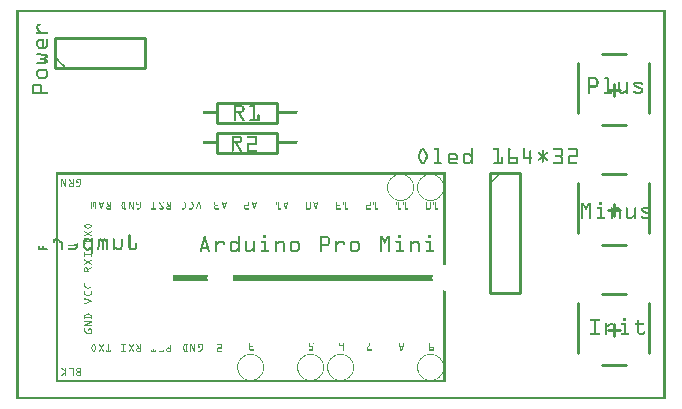
<source format=gto>
G04 MADE WITH FRITZING*
G04 WWW.FRITZING.ORG*
G04 DOUBLE SIDED*
G04 HOLES PLATED*
G04 CONTOUR ON CENTER OF CONTOUR VECTOR*
%ASAXBY*%
%FSLAX23Y23*%
%MOIN*%
%OFA0B0*%
%SFA1.0B1.0*%
%ADD10C,0.010000*%
%ADD11R,0.001000X0.001000*%
%LNSILK1*%
G90*
G70*
G54D10*
X870Y822D02*
X670Y822D01*
D02*
X670Y822D02*
X670Y888D01*
D02*
X670Y888D02*
X870Y888D01*
D02*
X870Y888D02*
X870Y822D01*
D02*
X1952Y351D02*
X2031Y351D01*
D02*
X1873Y154D02*
X1873Y321D01*
D02*
X2109Y154D02*
X2109Y321D01*
D02*
X1952Y115D02*
X2031Y115D01*
D02*
X1972Y233D02*
X2011Y233D01*
D02*
X1991Y252D02*
X1991Y213D01*
D02*
X1952Y751D02*
X2031Y751D01*
D02*
X1873Y554D02*
X1873Y721D01*
D02*
X2109Y554D02*
X2109Y721D01*
D02*
X1952Y515D02*
X2031Y515D01*
D02*
X1972Y633D02*
X2011Y633D01*
D02*
X1991Y652D02*
X1991Y613D01*
D02*
X1952Y1151D02*
X2031Y1151D01*
D02*
X1873Y954D02*
X1873Y1121D01*
D02*
X2109Y954D02*
X2109Y1121D01*
D02*
X1952Y915D02*
X2031Y915D01*
D02*
X1972Y1033D02*
X2011Y1033D01*
D02*
X1991Y1052D02*
X1991Y1013D01*
D02*
X130Y1105D02*
X430Y1105D01*
D02*
X430Y1105D02*
X430Y1205D01*
D02*
X430Y1205D02*
X130Y1205D01*
D02*
X130Y1205D02*
X130Y1105D01*
D02*
X1580Y755D02*
X1580Y355D01*
D02*
X1580Y355D02*
X1680Y355D01*
D02*
X1680Y355D02*
X1680Y755D01*
D02*
X1680Y755D02*
X1580Y755D01*
D02*
X870Y922D02*
X670Y922D01*
D02*
X670Y922D02*
X670Y988D01*
D02*
X670Y988D02*
X870Y988D01*
D02*
X870Y988D02*
X870Y922D01*
G54D11*
X0Y1299D02*
X2164Y1299D01*
X0Y1298D02*
X2164Y1298D01*
X0Y1297D02*
X2164Y1297D01*
X0Y1296D02*
X2164Y1296D01*
X0Y1295D02*
X2164Y1295D01*
X0Y1294D02*
X2164Y1294D01*
X0Y1293D02*
X2164Y1293D01*
X0Y1292D02*
X2164Y1292D01*
X0Y1291D02*
X7Y1291D01*
X2157Y1291D02*
X2164Y1291D01*
X0Y1290D02*
X7Y1290D01*
X2157Y1290D02*
X2164Y1290D01*
X0Y1289D02*
X7Y1289D01*
X2157Y1289D02*
X2164Y1289D01*
X0Y1288D02*
X7Y1288D01*
X2157Y1288D02*
X2164Y1288D01*
X0Y1287D02*
X7Y1287D01*
X2157Y1287D02*
X2164Y1287D01*
X0Y1286D02*
X7Y1286D01*
X2157Y1286D02*
X2164Y1286D01*
X0Y1285D02*
X7Y1285D01*
X2157Y1285D02*
X2164Y1285D01*
X0Y1284D02*
X7Y1284D01*
X2157Y1284D02*
X2164Y1284D01*
X0Y1283D02*
X7Y1283D01*
X2157Y1283D02*
X2164Y1283D01*
X0Y1282D02*
X7Y1282D01*
X2157Y1282D02*
X2164Y1282D01*
X0Y1281D02*
X7Y1281D01*
X2157Y1281D02*
X2164Y1281D01*
X0Y1280D02*
X7Y1280D01*
X2157Y1280D02*
X2164Y1280D01*
X0Y1279D02*
X7Y1279D01*
X2157Y1279D02*
X2164Y1279D01*
X0Y1278D02*
X7Y1278D01*
X2157Y1278D02*
X2164Y1278D01*
X0Y1277D02*
X7Y1277D01*
X2157Y1277D02*
X2164Y1277D01*
X0Y1276D02*
X7Y1276D01*
X2157Y1276D02*
X2164Y1276D01*
X0Y1275D02*
X7Y1275D01*
X2157Y1275D02*
X2164Y1275D01*
X0Y1274D02*
X7Y1274D01*
X2157Y1274D02*
X2164Y1274D01*
X0Y1273D02*
X7Y1273D01*
X2157Y1273D02*
X2164Y1273D01*
X0Y1272D02*
X7Y1272D01*
X2157Y1272D02*
X2164Y1272D01*
X0Y1271D02*
X7Y1271D01*
X2157Y1271D02*
X2164Y1271D01*
X0Y1270D02*
X7Y1270D01*
X2157Y1270D02*
X2164Y1270D01*
X0Y1269D02*
X7Y1269D01*
X2157Y1269D02*
X2164Y1269D01*
X0Y1268D02*
X7Y1268D01*
X2157Y1268D02*
X2164Y1268D01*
X0Y1267D02*
X7Y1267D01*
X2157Y1267D02*
X2164Y1267D01*
X0Y1266D02*
X7Y1266D01*
X2157Y1266D02*
X2164Y1266D01*
X0Y1265D02*
X7Y1265D01*
X2157Y1265D02*
X2164Y1265D01*
X0Y1264D02*
X7Y1264D01*
X2157Y1264D02*
X2164Y1264D01*
X0Y1263D02*
X7Y1263D01*
X2157Y1263D02*
X2164Y1263D01*
X0Y1262D02*
X7Y1262D01*
X2157Y1262D02*
X2164Y1262D01*
X0Y1261D02*
X7Y1261D01*
X2157Y1261D02*
X2164Y1261D01*
X0Y1260D02*
X7Y1260D01*
X2157Y1260D02*
X2164Y1260D01*
X0Y1259D02*
X7Y1259D01*
X2157Y1259D02*
X2164Y1259D01*
X0Y1258D02*
X7Y1258D01*
X2157Y1258D02*
X2164Y1258D01*
X0Y1257D02*
X7Y1257D01*
X2157Y1257D02*
X2164Y1257D01*
X0Y1256D02*
X7Y1256D01*
X2157Y1256D02*
X2164Y1256D01*
X0Y1255D02*
X7Y1255D01*
X2157Y1255D02*
X2164Y1255D01*
X0Y1254D02*
X7Y1254D01*
X2157Y1254D02*
X2164Y1254D01*
X0Y1253D02*
X7Y1253D01*
X2157Y1253D02*
X2164Y1253D01*
X0Y1252D02*
X7Y1252D01*
X73Y1252D02*
X80Y1252D01*
X2157Y1252D02*
X2164Y1252D01*
X0Y1251D02*
X7Y1251D01*
X72Y1251D02*
X81Y1251D01*
X2157Y1251D02*
X2164Y1251D01*
X0Y1250D02*
X7Y1250D01*
X70Y1250D02*
X82Y1250D01*
X2157Y1250D02*
X2164Y1250D01*
X0Y1249D02*
X7Y1249D01*
X69Y1249D02*
X82Y1249D01*
X2157Y1249D02*
X2164Y1249D01*
X0Y1248D02*
X7Y1248D01*
X69Y1248D02*
X81Y1248D01*
X2157Y1248D02*
X2164Y1248D01*
X0Y1247D02*
X7Y1247D01*
X68Y1247D02*
X81Y1247D01*
X2157Y1247D02*
X2164Y1247D01*
X0Y1246D02*
X7Y1246D01*
X68Y1246D02*
X79Y1246D01*
X2157Y1246D02*
X2164Y1246D01*
X0Y1245D02*
X7Y1245D01*
X67Y1245D02*
X74Y1245D01*
X2157Y1245D02*
X2164Y1245D01*
X0Y1244D02*
X7Y1244D01*
X67Y1244D02*
X73Y1244D01*
X2157Y1244D02*
X2164Y1244D01*
X0Y1243D02*
X7Y1243D01*
X67Y1243D02*
X73Y1243D01*
X2157Y1243D02*
X2164Y1243D01*
X0Y1242D02*
X7Y1242D01*
X67Y1242D02*
X73Y1242D01*
X2157Y1242D02*
X2164Y1242D01*
X0Y1241D02*
X7Y1241D01*
X67Y1241D02*
X73Y1241D01*
X2157Y1241D02*
X2164Y1241D01*
X0Y1240D02*
X7Y1240D01*
X67Y1240D02*
X73Y1240D01*
X2157Y1240D02*
X2164Y1240D01*
X0Y1239D02*
X7Y1239D01*
X67Y1239D02*
X73Y1239D01*
X2157Y1239D02*
X2164Y1239D01*
X0Y1238D02*
X7Y1238D01*
X67Y1238D02*
X73Y1238D01*
X2157Y1238D02*
X2164Y1238D01*
X0Y1237D02*
X7Y1237D01*
X67Y1237D02*
X73Y1237D01*
X2157Y1237D02*
X2164Y1237D01*
X0Y1236D02*
X7Y1236D01*
X67Y1236D02*
X74Y1236D01*
X2157Y1236D02*
X2164Y1236D01*
X0Y1235D02*
X7Y1235D01*
X67Y1235D02*
X74Y1235D01*
X2157Y1235D02*
X2164Y1235D01*
X0Y1234D02*
X7Y1234D01*
X67Y1234D02*
X75Y1234D01*
X2157Y1234D02*
X2164Y1234D01*
X0Y1233D02*
X7Y1233D01*
X68Y1233D02*
X76Y1233D01*
X2157Y1233D02*
X2164Y1233D01*
X0Y1232D02*
X7Y1232D01*
X69Y1232D02*
X77Y1232D01*
X2157Y1232D02*
X2164Y1232D01*
X0Y1231D02*
X7Y1231D01*
X70Y1231D02*
X78Y1231D01*
X2157Y1231D02*
X2164Y1231D01*
X0Y1230D02*
X7Y1230D01*
X70Y1230D02*
X79Y1230D01*
X2157Y1230D02*
X2164Y1230D01*
X0Y1229D02*
X7Y1229D01*
X71Y1229D02*
X80Y1229D01*
X2157Y1229D02*
X2164Y1229D01*
X0Y1228D02*
X7Y1228D01*
X72Y1228D02*
X80Y1228D01*
X2157Y1228D02*
X2164Y1228D01*
X0Y1227D02*
X7Y1227D01*
X73Y1227D02*
X81Y1227D01*
X2157Y1227D02*
X2164Y1227D01*
X0Y1226D02*
X7Y1226D01*
X74Y1226D02*
X82Y1226D01*
X2157Y1226D02*
X2164Y1226D01*
X0Y1225D02*
X7Y1225D01*
X69Y1225D02*
X103Y1225D01*
X2157Y1225D02*
X2164Y1225D01*
X0Y1224D02*
X7Y1224D01*
X68Y1224D02*
X104Y1224D01*
X2157Y1224D02*
X2164Y1224D01*
X0Y1223D02*
X7Y1223D01*
X67Y1223D02*
X105Y1223D01*
X2157Y1223D02*
X2164Y1223D01*
X0Y1222D02*
X7Y1222D01*
X67Y1222D02*
X105Y1222D01*
X2157Y1222D02*
X2164Y1222D01*
X0Y1221D02*
X7Y1221D01*
X67Y1221D02*
X105Y1221D01*
X2157Y1221D02*
X2164Y1221D01*
X0Y1220D02*
X7Y1220D01*
X67Y1220D02*
X105Y1220D01*
X2157Y1220D02*
X2164Y1220D01*
X0Y1219D02*
X7Y1219D01*
X68Y1219D02*
X104Y1219D01*
X2157Y1219D02*
X2164Y1219D01*
X0Y1218D02*
X7Y1218D01*
X2157Y1218D02*
X2164Y1218D01*
X0Y1217D02*
X7Y1217D01*
X2157Y1217D02*
X2164Y1217D01*
X0Y1216D02*
X7Y1216D01*
X2157Y1216D02*
X2164Y1216D01*
X0Y1215D02*
X7Y1215D01*
X2157Y1215D02*
X2164Y1215D01*
X0Y1214D02*
X7Y1214D01*
X2157Y1214D02*
X2164Y1214D01*
X0Y1213D02*
X7Y1213D01*
X2157Y1213D02*
X2164Y1213D01*
X0Y1212D02*
X7Y1212D01*
X2157Y1212D02*
X2164Y1212D01*
X0Y1211D02*
X7Y1211D01*
X2157Y1211D02*
X2164Y1211D01*
X0Y1210D02*
X7Y1210D01*
X2157Y1210D02*
X2164Y1210D01*
X0Y1209D02*
X7Y1209D01*
X2157Y1209D02*
X2164Y1209D01*
X0Y1208D02*
X7Y1208D01*
X2157Y1208D02*
X2164Y1208D01*
X0Y1207D02*
X7Y1207D01*
X2157Y1207D02*
X2164Y1207D01*
X0Y1206D02*
X7Y1206D01*
X2157Y1206D02*
X2164Y1206D01*
X0Y1205D02*
X7Y1205D01*
X2157Y1205D02*
X2164Y1205D01*
X0Y1204D02*
X7Y1204D01*
X2157Y1204D02*
X2164Y1204D01*
X0Y1203D02*
X7Y1203D01*
X2157Y1203D02*
X2164Y1203D01*
X0Y1202D02*
X7Y1202D01*
X76Y1202D02*
X89Y1202D01*
X101Y1202D02*
X104Y1202D01*
X2157Y1202D02*
X2164Y1202D01*
X0Y1201D02*
X7Y1201D01*
X74Y1201D02*
X90Y1201D01*
X100Y1201D02*
X105Y1201D01*
X2157Y1201D02*
X2164Y1201D01*
X0Y1200D02*
X7Y1200D01*
X72Y1200D02*
X90Y1200D01*
X99Y1200D02*
X105Y1200D01*
X2157Y1200D02*
X2164Y1200D01*
X0Y1199D02*
X7Y1199D01*
X71Y1199D02*
X91Y1199D01*
X99Y1199D02*
X105Y1199D01*
X2157Y1199D02*
X2164Y1199D01*
X0Y1198D02*
X7Y1198D01*
X71Y1198D02*
X91Y1198D01*
X99Y1198D02*
X105Y1198D01*
X2157Y1198D02*
X2164Y1198D01*
X0Y1197D02*
X7Y1197D01*
X70Y1197D02*
X91Y1197D01*
X99Y1197D02*
X105Y1197D01*
X2157Y1197D02*
X2164Y1197D01*
X0Y1196D02*
X7Y1196D01*
X69Y1196D02*
X91Y1196D01*
X99Y1196D02*
X105Y1196D01*
X2157Y1196D02*
X2164Y1196D01*
X0Y1195D02*
X7Y1195D01*
X68Y1195D02*
X76Y1195D01*
X85Y1195D02*
X91Y1195D01*
X99Y1195D02*
X105Y1195D01*
X2157Y1195D02*
X2164Y1195D01*
X0Y1194D02*
X7Y1194D01*
X68Y1194D02*
X75Y1194D01*
X85Y1194D02*
X91Y1194D01*
X99Y1194D02*
X105Y1194D01*
X2157Y1194D02*
X2164Y1194D01*
X0Y1193D02*
X7Y1193D01*
X67Y1193D02*
X74Y1193D01*
X85Y1193D02*
X91Y1193D01*
X99Y1193D02*
X105Y1193D01*
X2157Y1193D02*
X2164Y1193D01*
X0Y1192D02*
X7Y1192D01*
X67Y1192D02*
X74Y1192D01*
X85Y1192D02*
X91Y1192D01*
X99Y1192D02*
X105Y1192D01*
X2157Y1192D02*
X2164Y1192D01*
X0Y1191D02*
X7Y1191D01*
X67Y1191D02*
X73Y1191D01*
X85Y1191D02*
X91Y1191D01*
X99Y1191D02*
X105Y1191D01*
X2157Y1191D02*
X2164Y1191D01*
X0Y1190D02*
X7Y1190D01*
X67Y1190D02*
X73Y1190D01*
X85Y1190D02*
X91Y1190D01*
X99Y1190D02*
X105Y1190D01*
X2157Y1190D02*
X2164Y1190D01*
X0Y1189D02*
X7Y1189D01*
X67Y1189D02*
X73Y1189D01*
X85Y1189D02*
X91Y1189D01*
X99Y1189D02*
X105Y1189D01*
X2157Y1189D02*
X2164Y1189D01*
X0Y1188D02*
X7Y1188D01*
X67Y1188D02*
X73Y1188D01*
X85Y1188D02*
X91Y1188D01*
X99Y1188D02*
X105Y1188D01*
X2157Y1188D02*
X2164Y1188D01*
X0Y1187D02*
X7Y1187D01*
X67Y1187D02*
X73Y1187D01*
X85Y1187D02*
X91Y1187D01*
X99Y1187D02*
X105Y1187D01*
X2157Y1187D02*
X2164Y1187D01*
X0Y1186D02*
X7Y1186D01*
X67Y1186D02*
X73Y1186D01*
X85Y1186D02*
X91Y1186D01*
X99Y1186D02*
X105Y1186D01*
X2157Y1186D02*
X2164Y1186D01*
X0Y1185D02*
X7Y1185D01*
X67Y1185D02*
X73Y1185D01*
X85Y1185D02*
X91Y1185D01*
X99Y1185D02*
X105Y1185D01*
X2157Y1185D02*
X2164Y1185D01*
X0Y1184D02*
X7Y1184D01*
X67Y1184D02*
X73Y1184D01*
X85Y1184D02*
X91Y1184D01*
X99Y1184D02*
X105Y1184D01*
X2157Y1184D02*
X2164Y1184D01*
X0Y1183D02*
X7Y1183D01*
X67Y1183D02*
X73Y1183D01*
X85Y1183D02*
X91Y1183D01*
X99Y1183D02*
X105Y1183D01*
X2157Y1183D02*
X2164Y1183D01*
X0Y1182D02*
X7Y1182D01*
X67Y1182D02*
X73Y1182D01*
X85Y1182D02*
X91Y1182D01*
X99Y1182D02*
X105Y1182D01*
X2157Y1182D02*
X2164Y1182D01*
X0Y1181D02*
X7Y1181D01*
X67Y1181D02*
X73Y1181D01*
X85Y1181D02*
X91Y1181D01*
X99Y1181D02*
X105Y1181D01*
X2157Y1181D02*
X2164Y1181D01*
X0Y1180D02*
X7Y1180D01*
X67Y1180D02*
X73Y1180D01*
X85Y1180D02*
X91Y1180D01*
X99Y1180D02*
X105Y1180D01*
X2157Y1180D02*
X2164Y1180D01*
X0Y1179D02*
X7Y1179D01*
X67Y1179D02*
X74Y1179D01*
X85Y1179D02*
X91Y1179D01*
X99Y1179D02*
X105Y1179D01*
X2157Y1179D02*
X2164Y1179D01*
X0Y1178D02*
X7Y1178D01*
X67Y1178D02*
X74Y1178D01*
X85Y1178D02*
X91Y1178D01*
X98Y1178D02*
X105Y1178D01*
X2157Y1178D02*
X2164Y1178D01*
X0Y1177D02*
X7Y1177D01*
X68Y1177D02*
X75Y1177D01*
X85Y1177D02*
X91Y1177D01*
X97Y1177D02*
X104Y1177D01*
X2157Y1177D02*
X2164Y1177D01*
X0Y1176D02*
X7Y1176D01*
X68Y1176D02*
X76Y1176D01*
X85Y1176D02*
X91Y1176D01*
X96Y1176D02*
X104Y1176D01*
X2157Y1176D02*
X2164Y1176D01*
X0Y1175D02*
X7Y1175D01*
X69Y1175D02*
X103Y1175D01*
X2157Y1175D02*
X2164Y1175D01*
X0Y1174D02*
X7Y1174D01*
X70Y1174D02*
X103Y1174D01*
X2157Y1174D02*
X2164Y1174D01*
X0Y1173D02*
X7Y1173D01*
X71Y1173D02*
X102Y1173D01*
X2157Y1173D02*
X2164Y1173D01*
X0Y1172D02*
X7Y1172D01*
X71Y1172D02*
X101Y1172D01*
X2157Y1172D02*
X2164Y1172D01*
X0Y1171D02*
X7Y1171D01*
X72Y1171D02*
X100Y1171D01*
X2157Y1171D02*
X2164Y1171D01*
X0Y1170D02*
X7Y1170D01*
X74Y1170D02*
X99Y1170D01*
X2157Y1170D02*
X2164Y1170D01*
X0Y1169D02*
X7Y1169D01*
X76Y1169D02*
X97Y1169D01*
X2157Y1169D02*
X2164Y1169D01*
X0Y1168D02*
X7Y1168D01*
X2157Y1168D02*
X2164Y1168D01*
X0Y1167D02*
X7Y1167D01*
X2157Y1167D02*
X2164Y1167D01*
X0Y1166D02*
X7Y1166D01*
X2157Y1166D02*
X2164Y1166D01*
X0Y1165D02*
X7Y1165D01*
X2157Y1165D02*
X2164Y1165D01*
X0Y1164D02*
X7Y1164D01*
X2157Y1164D02*
X2164Y1164D01*
X0Y1163D02*
X7Y1163D01*
X2157Y1163D02*
X2164Y1163D01*
X0Y1162D02*
X7Y1162D01*
X2157Y1162D02*
X2164Y1162D01*
X0Y1161D02*
X7Y1161D01*
X2157Y1161D02*
X2164Y1161D01*
X0Y1160D02*
X7Y1160D01*
X2157Y1160D02*
X2164Y1160D01*
X0Y1159D02*
X7Y1159D01*
X2157Y1159D02*
X2164Y1159D01*
X0Y1158D02*
X7Y1158D01*
X2157Y1158D02*
X2164Y1158D01*
X0Y1157D02*
X7Y1157D01*
X2157Y1157D02*
X2164Y1157D01*
X0Y1156D02*
X7Y1156D01*
X2157Y1156D02*
X2164Y1156D01*
X0Y1155D02*
X7Y1155D01*
X2157Y1155D02*
X2164Y1155D01*
X0Y1154D02*
X7Y1154D01*
X2157Y1154D02*
X2164Y1154D01*
X0Y1153D02*
X7Y1153D01*
X69Y1153D02*
X83Y1153D01*
X2157Y1153D02*
X2164Y1153D01*
X0Y1152D02*
X7Y1152D01*
X68Y1152D02*
X93Y1152D01*
X2157Y1152D02*
X2164Y1152D01*
X0Y1151D02*
X7Y1151D01*
X67Y1151D02*
X97Y1151D01*
X2157Y1151D02*
X2164Y1151D01*
X0Y1150D02*
X7Y1150D01*
X67Y1150D02*
X100Y1150D01*
X2157Y1150D02*
X2164Y1150D01*
X0Y1149D02*
X7Y1149D01*
X67Y1149D02*
X103Y1149D01*
X2157Y1149D02*
X2164Y1149D01*
X0Y1148D02*
X7Y1148D01*
X68Y1148D02*
X105Y1148D01*
X2157Y1148D02*
X2164Y1148D01*
X0Y1147D02*
X7Y1147D01*
X69Y1147D02*
X105Y1147D01*
X2157Y1147D02*
X2164Y1147D01*
X0Y1146D02*
X7Y1146D01*
X84Y1146D02*
X105Y1146D01*
X2157Y1146D02*
X2164Y1146D01*
X0Y1145D02*
X7Y1145D01*
X93Y1145D02*
X105Y1145D01*
X2157Y1145D02*
X2164Y1145D01*
X0Y1144D02*
X7Y1144D01*
X97Y1144D02*
X105Y1144D01*
X2157Y1144D02*
X2164Y1144D01*
X0Y1143D02*
X7Y1143D01*
X97Y1143D02*
X105Y1143D01*
X2157Y1143D02*
X2164Y1143D01*
X0Y1142D02*
X7Y1142D01*
X95Y1142D02*
X105Y1142D01*
X2157Y1142D02*
X2164Y1142D01*
X0Y1141D02*
X7Y1141D01*
X94Y1141D02*
X105Y1141D01*
X131Y1141D02*
X132Y1141D01*
X2157Y1141D02*
X2164Y1141D01*
X0Y1140D02*
X7Y1140D01*
X92Y1140D02*
X104Y1140D01*
X130Y1140D02*
X133Y1140D01*
X2157Y1140D02*
X2164Y1140D01*
X0Y1139D02*
X7Y1139D01*
X90Y1139D02*
X103Y1139D01*
X129Y1139D02*
X134Y1139D01*
X2157Y1139D02*
X2164Y1139D01*
X0Y1138D02*
X7Y1138D01*
X80Y1138D02*
X101Y1138D01*
X128Y1138D02*
X135Y1138D01*
X2157Y1138D02*
X2164Y1138D01*
X0Y1137D02*
X7Y1137D01*
X79Y1137D02*
X100Y1137D01*
X129Y1137D02*
X136Y1137D01*
X2157Y1137D02*
X2164Y1137D01*
X0Y1136D02*
X7Y1136D01*
X79Y1136D02*
X98Y1136D01*
X130Y1136D02*
X137Y1136D01*
X2157Y1136D02*
X2164Y1136D01*
X0Y1135D02*
X7Y1135D01*
X79Y1135D02*
X98Y1135D01*
X131Y1135D02*
X138Y1135D01*
X2157Y1135D02*
X2164Y1135D01*
X0Y1134D02*
X7Y1134D01*
X79Y1134D02*
X100Y1134D01*
X132Y1134D02*
X139Y1134D01*
X2157Y1134D02*
X2164Y1134D01*
X0Y1133D02*
X7Y1133D01*
X80Y1133D02*
X101Y1133D01*
X133Y1133D02*
X140Y1133D01*
X2157Y1133D02*
X2164Y1133D01*
X0Y1132D02*
X7Y1132D01*
X82Y1132D02*
X103Y1132D01*
X134Y1132D02*
X141Y1132D01*
X2157Y1132D02*
X2164Y1132D01*
X0Y1131D02*
X7Y1131D01*
X92Y1131D02*
X104Y1131D01*
X135Y1131D02*
X142Y1131D01*
X2157Y1131D02*
X2164Y1131D01*
X0Y1130D02*
X7Y1130D01*
X93Y1130D02*
X105Y1130D01*
X136Y1130D02*
X143Y1130D01*
X2157Y1130D02*
X2164Y1130D01*
X0Y1129D02*
X7Y1129D01*
X95Y1129D02*
X105Y1129D01*
X137Y1129D02*
X144Y1129D01*
X2157Y1129D02*
X2164Y1129D01*
X0Y1128D02*
X7Y1128D01*
X97Y1128D02*
X105Y1128D01*
X138Y1128D02*
X144Y1128D01*
X2157Y1128D02*
X2164Y1128D01*
X0Y1127D02*
X7Y1127D01*
X97Y1127D02*
X105Y1127D01*
X139Y1127D02*
X145Y1127D01*
X2157Y1127D02*
X2164Y1127D01*
X0Y1126D02*
X7Y1126D01*
X93Y1126D02*
X105Y1126D01*
X140Y1126D02*
X146Y1126D01*
X2157Y1126D02*
X2164Y1126D01*
X0Y1125D02*
X7Y1125D01*
X86Y1125D02*
X105Y1125D01*
X141Y1125D02*
X147Y1125D01*
X2157Y1125D02*
X2164Y1125D01*
X0Y1124D02*
X7Y1124D01*
X69Y1124D02*
X105Y1124D01*
X142Y1124D02*
X148Y1124D01*
X2157Y1124D02*
X2164Y1124D01*
X0Y1123D02*
X7Y1123D01*
X68Y1123D02*
X105Y1123D01*
X143Y1123D02*
X149Y1123D01*
X2157Y1123D02*
X2164Y1123D01*
X0Y1122D02*
X7Y1122D01*
X67Y1122D02*
X103Y1122D01*
X144Y1122D02*
X150Y1122D01*
X2157Y1122D02*
X2164Y1122D01*
X0Y1121D02*
X7Y1121D01*
X67Y1121D02*
X100Y1121D01*
X145Y1121D02*
X151Y1121D01*
X2157Y1121D02*
X2164Y1121D01*
X0Y1120D02*
X7Y1120D01*
X67Y1120D02*
X97Y1120D01*
X146Y1120D02*
X153Y1120D01*
X2157Y1120D02*
X2164Y1120D01*
X0Y1119D02*
X7Y1119D01*
X68Y1119D02*
X93Y1119D01*
X147Y1119D02*
X154Y1119D01*
X2157Y1119D02*
X2164Y1119D01*
X0Y1118D02*
X7Y1118D01*
X69Y1118D02*
X86Y1118D01*
X148Y1118D02*
X155Y1118D01*
X2157Y1118D02*
X2164Y1118D01*
X0Y1117D02*
X7Y1117D01*
X149Y1117D02*
X156Y1117D01*
X2157Y1117D02*
X2164Y1117D01*
X0Y1116D02*
X7Y1116D01*
X150Y1116D02*
X157Y1116D01*
X2157Y1116D02*
X2164Y1116D01*
X0Y1115D02*
X7Y1115D01*
X151Y1115D02*
X158Y1115D01*
X2157Y1115D02*
X2164Y1115D01*
X0Y1114D02*
X7Y1114D01*
X152Y1114D02*
X159Y1114D01*
X2157Y1114D02*
X2164Y1114D01*
X0Y1113D02*
X7Y1113D01*
X153Y1113D02*
X160Y1113D01*
X2157Y1113D02*
X2164Y1113D01*
X0Y1112D02*
X7Y1112D01*
X154Y1112D02*
X161Y1112D01*
X2157Y1112D02*
X2164Y1112D01*
X0Y1111D02*
X7Y1111D01*
X155Y1111D02*
X162Y1111D01*
X2157Y1111D02*
X2164Y1111D01*
X0Y1110D02*
X7Y1110D01*
X156Y1110D02*
X163Y1110D01*
X2157Y1110D02*
X2164Y1110D01*
X0Y1109D02*
X7Y1109D01*
X157Y1109D02*
X164Y1109D01*
X2157Y1109D02*
X2164Y1109D01*
X0Y1108D02*
X7Y1108D01*
X158Y1108D02*
X165Y1108D01*
X2157Y1108D02*
X2164Y1108D01*
X0Y1107D02*
X7Y1107D01*
X159Y1107D02*
X165Y1107D01*
X2157Y1107D02*
X2164Y1107D01*
X0Y1106D02*
X7Y1106D01*
X160Y1106D02*
X165Y1106D01*
X2157Y1106D02*
X2164Y1106D01*
X0Y1105D02*
X7Y1105D01*
X161Y1105D02*
X164Y1105D01*
X2157Y1105D02*
X2164Y1105D01*
X0Y1104D02*
X7Y1104D01*
X162Y1104D02*
X163Y1104D01*
X2157Y1104D02*
X2164Y1104D01*
X0Y1103D02*
X7Y1103D01*
X2157Y1103D02*
X2164Y1103D01*
X0Y1102D02*
X7Y1102D01*
X76Y1102D02*
X97Y1102D01*
X2157Y1102D02*
X2164Y1102D01*
X0Y1101D02*
X7Y1101D01*
X74Y1101D02*
X98Y1101D01*
X2157Y1101D02*
X2164Y1101D01*
X0Y1100D02*
X7Y1100D01*
X72Y1100D02*
X100Y1100D01*
X2157Y1100D02*
X2164Y1100D01*
X0Y1099D02*
X7Y1099D01*
X71Y1099D02*
X101Y1099D01*
X2157Y1099D02*
X2164Y1099D01*
X0Y1098D02*
X7Y1098D01*
X71Y1098D02*
X102Y1098D01*
X2157Y1098D02*
X2164Y1098D01*
X0Y1097D02*
X7Y1097D01*
X70Y1097D02*
X102Y1097D01*
X2157Y1097D02*
X2164Y1097D01*
X0Y1096D02*
X7Y1096D01*
X69Y1096D02*
X103Y1096D01*
X2157Y1096D02*
X2164Y1096D01*
X0Y1095D02*
X7Y1095D01*
X68Y1095D02*
X76Y1095D01*
X96Y1095D02*
X104Y1095D01*
X2157Y1095D02*
X2164Y1095D01*
X0Y1094D02*
X7Y1094D01*
X68Y1094D02*
X75Y1094D01*
X97Y1094D02*
X104Y1094D01*
X2157Y1094D02*
X2164Y1094D01*
X0Y1093D02*
X7Y1093D01*
X67Y1093D02*
X74Y1093D01*
X98Y1093D02*
X105Y1093D01*
X2157Y1093D02*
X2164Y1093D01*
X0Y1092D02*
X7Y1092D01*
X67Y1092D02*
X74Y1092D01*
X99Y1092D02*
X105Y1092D01*
X2157Y1092D02*
X2164Y1092D01*
X0Y1091D02*
X7Y1091D01*
X67Y1091D02*
X73Y1091D01*
X99Y1091D02*
X105Y1091D01*
X2157Y1091D02*
X2164Y1091D01*
X0Y1090D02*
X7Y1090D01*
X67Y1090D02*
X73Y1090D01*
X99Y1090D02*
X105Y1090D01*
X2157Y1090D02*
X2164Y1090D01*
X0Y1089D02*
X7Y1089D01*
X67Y1089D02*
X73Y1089D01*
X99Y1089D02*
X105Y1089D01*
X2157Y1089D02*
X2164Y1089D01*
X0Y1088D02*
X7Y1088D01*
X67Y1088D02*
X73Y1088D01*
X99Y1088D02*
X105Y1088D01*
X2157Y1088D02*
X2164Y1088D01*
X0Y1087D02*
X7Y1087D01*
X67Y1087D02*
X73Y1087D01*
X99Y1087D02*
X105Y1087D01*
X2157Y1087D02*
X2164Y1087D01*
X0Y1086D02*
X7Y1086D01*
X67Y1086D02*
X73Y1086D01*
X99Y1086D02*
X105Y1086D01*
X2157Y1086D02*
X2164Y1086D01*
X0Y1085D02*
X7Y1085D01*
X67Y1085D02*
X73Y1085D01*
X99Y1085D02*
X105Y1085D01*
X2157Y1085D02*
X2164Y1085D01*
X0Y1084D02*
X7Y1084D01*
X67Y1084D02*
X73Y1084D01*
X99Y1084D02*
X105Y1084D01*
X2157Y1084D02*
X2164Y1084D01*
X0Y1083D02*
X7Y1083D01*
X67Y1083D02*
X73Y1083D01*
X99Y1083D02*
X105Y1083D01*
X2157Y1083D02*
X2164Y1083D01*
X0Y1082D02*
X7Y1082D01*
X67Y1082D02*
X73Y1082D01*
X99Y1082D02*
X105Y1082D01*
X2157Y1082D02*
X2164Y1082D01*
X0Y1081D02*
X7Y1081D01*
X67Y1081D02*
X73Y1081D01*
X99Y1081D02*
X105Y1081D01*
X2157Y1081D02*
X2164Y1081D01*
X0Y1080D02*
X7Y1080D01*
X67Y1080D02*
X73Y1080D01*
X99Y1080D02*
X105Y1080D01*
X2157Y1080D02*
X2164Y1080D01*
X0Y1079D02*
X7Y1079D01*
X67Y1079D02*
X74Y1079D01*
X99Y1079D02*
X105Y1079D01*
X2157Y1079D02*
X2164Y1079D01*
X0Y1078D02*
X7Y1078D01*
X67Y1078D02*
X74Y1078D01*
X98Y1078D02*
X105Y1078D01*
X2157Y1078D02*
X2164Y1078D01*
X0Y1077D02*
X7Y1077D01*
X68Y1077D02*
X75Y1077D01*
X97Y1077D02*
X104Y1077D01*
X2157Y1077D02*
X2164Y1077D01*
X0Y1076D02*
X7Y1076D01*
X68Y1076D02*
X76Y1076D01*
X96Y1076D02*
X104Y1076D01*
X2157Y1076D02*
X2164Y1076D01*
X0Y1075D02*
X7Y1075D01*
X69Y1075D02*
X103Y1075D01*
X2157Y1075D02*
X2164Y1075D01*
X0Y1074D02*
X7Y1074D01*
X70Y1074D02*
X103Y1074D01*
X2157Y1074D02*
X2164Y1074D01*
X0Y1073D02*
X7Y1073D01*
X71Y1073D02*
X102Y1073D01*
X1906Y1073D02*
X1930Y1073D01*
X1963Y1073D02*
X1973Y1073D01*
X2157Y1073D02*
X2164Y1073D01*
X0Y1072D02*
X7Y1072D01*
X71Y1072D02*
X101Y1072D01*
X1906Y1072D02*
X1933Y1072D01*
X1960Y1072D02*
X1975Y1072D01*
X2157Y1072D02*
X2164Y1072D01*
X0Y1071D02*
X7Y1071D01*
X72Y1071D02*
X100Y1071D01*
X1906Y1071D02*
X1935Y1071D01*
X1960Y1071D02*
X1975Y1071D01*
X2157Y1071D02*
X2164Y1071D01*
X0Y1070D02*
X7Y1070D01*
X74Y1070D02*
X99Y1070D01*
X1906Y1070D02*
X1936Y1070D01*
X1959Y1070D02*
X1976Y1070D01*
X2157Y1070D02*
X2164Y1070D01*
X0Y1069D02*
X7Y1069D01*
X76Y1069D02*
X97Y1069D01*
X1906Y1069D02*
X1937Y1069D01*
X1959Y1069D02*
X1976Y1069D01*
X2157Y1069D02*
X2164Y1069D01*
X0Y1068D02*
X7Y1068D01*
X1906Y1068D02*
X1938Y1068D01*
X1960Y1068D02*
X1976Y1068D01*
X2157Y1068D02*
X2164Y1068D01*
X0Y1067D02*
X7Y1067D01*
X1906Y1067D02*
X1938Y1067D01*
X1961Y1067D02*
X1976Y1067D01*
X2157Y1067D02*
X2164Y1067D01*
X0Y1066D02*
X7Y1066D01*
X1906Y1066D02*
X1912Y1066D01*
X1930Y1066D02*
X1939Y1066D01*
X1969Y1066D02*
X1976Y1066D01*
X2157Y1066D02*
X2164Y1066D01*
X0Y1065D02*
X7Y1065D01*
X1906Y1065D02*
X1912Y1065D01*
X1932Y1065D02*
X1939Y1065D01*
X1970Y1065D02*
X1976Y1065D01*
X2157Y1065D02*
X2164Y1065D01*
X0Y1064D02*
X7Y1064D01*
X1906Y1064D02*
X1912Y1064D01*
X1933Y1064D02*
X1939Y1064D01*
X1970Y1064D02*
X1976Y1064D01*
X2157Y1064D02*
X2164Y1064D01*
X0Y1063D02*
X7Y1063D01*
X1906Y1063D02*
X1912Y1063D01*
X1933Y1063D02*
X1939Y1063D01*
X1970Y1063D02*
X1976Y1063D01*
X2157Y1063D02*
X2164Y1063D01*
X0Y1062D02*
X7Y1062D01*
X1906Y1062D02*
X1912Y1062D01*
X1933Y1062D02*
X1940Y1062D01*
X1970Y1062D02*
X1976Y1062D01*
X2157Y1062D02*
X2164Y1062D01*
X0Y1061D02*
X7Y1061D01*
X1906Y1061D02*
X1912Y1061D01*
X1933Y1061D02*
X1940Y1061D01*
X1970Y1061D02*
X1976Y1061D01*
X2157Y1061D02*
X2164Y1061D01*
X0Y1060D02*
X7Y1060D01*
X1906Y1060D02*
X1912Y1060D01*
X1933Y1060D02*
X1940Y1060D01*
X1970Y1060D02*
X1976Y1060D01*
X2157Y1060D02*
X2164Y1060D01*
X0Y1059D02*
X7Y1059D01*
X1906Y1059D02*
X1912Y1059D01*
X1933Y1059D02*
X1940Y1059D01*
X1970Y1059D02*
X1976Y1059D01*
X2157Y1059D02*
X2164Y1059D01*
X0Y1058D02*
X7Y1058D01*
X1906Y1058D02*
X1912Y1058D01*
X1933Y1058D02*
X1940Y1058D01*
X1970Y1058D02*
X1976Y1058D01*
X2008Y1058D02*
X2010Y1058D01*
X2036Y1058D02*
X2037Y1058D01*
X2063Y1058D02*
X2082Y1058D01*
X2157Y1058D02*
X2164Y1058D01*
X0Y1057D02*
X7Y1057D01*
X1906Y1057D02*
X1912Y1057D01*
X1933Y1057D02*
X1940Y1057D01*
X1970Y1057D02*
X1976Y1057D01*
X2007Y1057D02*
X2011Y1057D01*
X2034Y1057D02*
X2039Y1057D01*
X2061Y1057D02*
X2085Y1057D01*
X2157Y1057D02*
X2164Y1057D01*
X0Y1056D02*
X7Y1056D01*
X1906Y1056D02*
X1912Y1056D01*
X1933Y1056D02*
X1940Y1056D01*
X1970Y1056D02*
X1976Y1056D01*
X2006Y1056D02*
X2012Y1056D01*
X2034Y1056D02*
X2039Y1056D01*
X2060Y1056D02*
X2086Y1056D01*
X2157Y1056D02*
X2164Y1056D01*
X0Y1055D02*
X7Y1055D01*
X1906Y1055D02*
X1912Y1055D01*
X1933Y1055D02*
X1940Y1055D01*
X1970Y1055D02*
X1976Y1055D01*
X2006Y1055D02*
X2012Y1055D01*
X2034Y1055D02*
X2039Y1055D01*
X2059Y1055D02*
X2087Y1055D01*
X2157Y1055D02*
X2164Y1055D01*
X0Y1054D02*
X7Y1054D01*
X1906Y1054D02*
X1912Y1054D01*
X1933Y1054D02*
X1940Y1054D01*
X1970Y1054D02*
X1976Y1054D01*
X2006Y1054D02*
X2012Y1054D01*
X2033Y1054D02*
X2039Y1054D01*
X2058Y1054D02*
X2088Y1054D01*
X2157Y1054D02*
X2164Y1054D01*
X0Y1053D02*
X7Y1053D01*
X1906Y1053D02*
X1912Y1053D01*
X1933Y1053D02*
X1940Y1053D01*
X1970Y1053D02*
X1976Y1053D01*
X2006Y1053D02*
X2012Y1053D01*
X2033Y1053D02*
X2039Y1053D01*
X2057Y1053D02*
X2088Y1053D01*
X2157Y1053D02*
X2164Y1053D01*
X0Y1052D02*
X7Y1052D01*
X59Y1052D02*
X78Y1052D01*
X1906Y1052D02*
X1912Y1052D01*
X1933Y1052D02*
X1940Y1052D01*
X1970Y1052D02*
X1976Y1052D01*
X2006Y1052D02*
X2012Y1052D01*
X2033Y1052D02*
X2039Y1052D01*
X2057Y1052D02*
X2089Y1052D01*
X2157Y1052D02*
X2164Y1052D01*
X0Y1051D02*
X7Y1051D01*
X57Y1051D02*
X80Y1051D01*
X1906Y1051D02*
X1912Y1051D01*
X1933Y1051D02*
X1940Y1051D01*
X1970Y1051D02*
X1976Y1051D01*
X2006Y1051D02*
X2012Y1051D01*
X2033Y1051D02*
X2039Y1051D01*
X2057Y1051D02*
X2064Y1051D01*
X2082Y1051D02*
X2089Y1051D01*
X2157Y1051D02*
X2164Y1051D01*
X0Y1050D02*
X7Y1050D01*
X56Y1050D02*
X81Y1050D01*
X1906Y1050D02*
X1912Y1050D01*
X1933Y1050D02*
X1939Y1050D01*
X1970Y1050D02*
X1976Y1050D01*
X2006Y1050D02*
X2012Y1050D01*
X2033Y1050D02*
X2039Y1050D01*
X2057Y1050D02*
X2063Y1050D01*
X2083Y1050D02*
X2088Y1050D01*
X2157Y1050D02*
X2164Y1050D01*
X0Y1049D02*
X7Y1049D01*
X55Y1049D02*
X82Y1049D01*
X1906Y1049D02*
X1912Y1049D01*
X1933Y1049D02*
X1939Y1049D01*
X1970Y1049D02*
X1976Y1049D01*
X2006Y1049D02*
X2012Y1049D01*
X2033Y1049D02*
X2039Y1049D01*
X2057Y1049D02*
X2063Y1049D01*
X2084Y1049D02*
X2087Y1049D01*
X2157Y1049D02*
X2164Y1049D01*
X0Y1048D02*
X7Y1048D01*
X54Y1048D02*
X83Y1048D01*
X1906Y1048D02*
X1912Y1048D01*
X1933Y1048D02*
X1939Y1048D01*
X1970Y1048D02*
X1976Y1048D01*
X2006Y1048D02*
X2012Y1048D01*
X2033Y1048D02*
X2039Y1048D01*
X2057Y1048D02*
X2063Y1048D01*
X2157Y1048D02*
X2164Y1048D01*
X0Y1047D02*
X7Y1047D01*
X53Y1047D02*
X84Y1047D01*
X1906Y1047D02*
X1912Y1047D01*
X1932Y1047D02*
X1939Y1047D01*
X1970Y1047D02*
X1976Y1047D01*
X2006Y1047D02*
X2012Y1047D01*
X2033Y1047D02*
X2039Y1047D01*
X2057Y1047D02*
X2065Y1047D01*
X2157Y1047D02*
X2164Y1047D01*
X0Y1046D02*
X7Y1046D01*
X53Y1046D02*
X84Y1046D01*
X1906Y1046D02*
X1939Y1046D01*
X1970Y1046D02*
X1976Y1046D01*
X2006Y1046D02*
X2012Y1046D01*
X2033Y1046D02*
X2039Y1046D01*
X2058Y1046D02*
X2068Y1046D01*
X2157Y1046D02*
X2164Y1046D01*
X0Y1045D02*
X7Y1045D01*
X53Y1045D02*
X60Y1045D01*
X77Y1045D02*
X84Y1045D01*
X1906Y1045D02*
X1938Y1045D01*
X1970Y1045D02*
X1976Y1045D01*
X2006Y1045D02*
X2012Y1045D01*
X2033Y1045D02*
X2039Y1045D01*
X2058Y1045D02*
X2070Y1045D01*
X2157Y1045D02*
X2164Y1045D01*
X0Y1044D02*
X7Y1044D01*
X52Y1044D02*
X59Y1044D01*
X78Y1044D02*
X85Y1044D01*
X1906Y1044D02*
X1937Y1044D01*
X1970Y1044D02*
X1976Y1044D01*
X2006Y1044D02*
X2012Y1044D01*
X2033Y1044D02*
X2039Y1044D01*
X2059Y1044D02*
X2072Y1044D01*
X2157Y1044D02*
X2164Y1044D01*
X0Y1043D02*
X7Y1043D01*
X52Y1043D02*
X58Y1043D01*
X79Y1043D02*
X85Y1043D01*
X1906Y1043D02*
X1937Y1043D01*
X1970Y1043D02*
X1976Y1043D01*
X2006Y1043D02*
X2012Y1043D01*
X2033Y1043D02*
X2039Y1043D01*
X2060Y1043D02*
X2075Y1043D01*
X2157Y1043D02*
X2164Y1043D01*
X0Y1042D02*
X7Y1042D01*
X52Y1042D02*
X58Y1042D01*
X79Y1042D02*
X85Y1042D01*
X1906Y1042D02*
X1936Y1042D01*
X1970Y1042D02*
X1976Y1042D01*
X2006Y1042D02*
X2012Y1042D01*
X2033Y1042D02*
X2039Y1042D01*
X2061Y1042D02*
X2077Y1042D01*
X2157Y1042D02*
X2164Y1042D01*
X0Y1041D02*
X7Y1041D01*
X52Y1041D02*
X58Y1041D01*
X79Y1041D02*
X85Y1041D01*
X1906Y1041D02*
X1934Y1041D01*
X1970Y1041D02*
X1976Y1041D01*
X2006Y1041D02*
X2012Y1041D01*
X2033Y1041D02*
X2039Y1041D01*
X2063Y1041D02*
X2079Y1041D01*
X2157Y1041D02*
X2164Y1041D01*
X0Y1040D02*
X7Y1040D01*
X52Y1040D02*
X58Y1040D01*
X79Y1040D02*
X85Y1040D01*
X1906Y1040D02*
X1932Y1040D01*
X1970Y1040D02*
X1976Y1040D01*
X2006Y1040D02*
X2012Y1040D01*
X2033Y1040D02*
X2039Y1040D01*
X2065Y1040D02*
X2081Y1040D01*
X2157Y1040D02*
X2164Y1040D01*
X0Y1039D02*
X7Y1039D01*
X52Y1039D02*
X58Y1039D01*
X79Y1039D02*
X85Y1039D01*
X1906Y1039D02*
X1912Y1039D01*
X1970Y1039D02*
X1976Y1039D01*
X2006Y1039D02*
X2012Y1039D01*
X2033Y1039D02*
X2039Y1039D01*
X2067Y1039D02*
X2084Y1039D01*
X2157Y1039D02*
X2164Y1039D01*
X0Y1038D02*
X7Y1038D01*
X52Y1038D02*
X58Y1038D01*
X79Y1038D02*
X85Y1038D01*
X1906Y1038D02*
X1912Y1038D01*
X1970Y1038D02*
X1976Y1038D01*
X2006Y1038D02*
X2012Y1038D01*
X2033Y1038D02*
X2039Y1038D01*
X2070Y1038D02*
X2085Y1038D01*
X2157Y1038D02*
X2164Y1038D01*
X0Y1037D02*
X7Y1037D01*
X52Y1037D02*
X58Y1037D01*
X79Y1037D02*
X85Y1037D01*
X1906Y1037D02*
X1912Y1037D01*
X1970Y1037D02*
X1976Y1037D01*
X2006Y1037D02*
X2012Y1037D01*
X2033Y1037D02*
X2039Y1037D01*
X2072Y1037D02*
X2086Y1037D01*
X2157Y1037D02*
X2164Y1037D01*
X0Y1036D02*
X7Y1036D01*
X52Y1036D02*
X58Y1036D01*
X79Y1036D02*
X85Y1036D01*
X1906Y1036D02*
X1912Y1036D01*
X1970Y1036D02*
X1976Y1036D01*
X2007Y1036D02*
X2013Y1036D01*
X2033Y1036D02*
X2039Y1036D01*
X2074Y1036D02*
X2087Y1036D01*
X2157Y1036D02*
X2164Y1036D01*
X0Y1035D02*
X7Y1035D01*
X52Y1035D02*
X58Y1035D01*
X79Y1035D02*
X85Y1035D01*
X1906Y1035D02*
X1912Y1035D01*
X1970Y1035D02*
X1976Y1035D01*
X2007Y1035D02*
X2013Y1035D01*
X2033Y1035D02*
X2039Y1035D01*
X2076Y1035D02*
X2088Y1035D01*
X2157Y1035D02*
X2164Y1035D01*
X0Y1034D02*
X7Y1034D01*
X52Y1034D02*
X58Y1034D01*
X79Y1034D02*
X85Y1034D01*
X1906Y1034D02*
X1912Y1034D01*
X1970Y1034D02*
X1976Y1034D01*
X2007Y1034D02*
X2013Y1034D01*
X2033Y1034D02*
X2039Y1034D01*
X2079Y1034D02*
X2088Y1034D01*
X2157Y1034D02*
X2164Y1034D01*
X0Y1033D02*
X7Y1033D01*
X52Y1033D02*
X58Y1033D01*
X79Y1033D02*
X85Y1033D01*
X1906Y1033D02*
X1912Y1033D01*
X1970Y1033D02*
X1976Y1033D01*
X2007Y1033D02*
X2013Y1033D01*
X2033Y1033D02*
X2039Y1033D01*
X2081Y1033D02*
X2089Y1033D01*
X2157Y1033D02*
X2164Y1033D01*
X0Y1032D02*
X7Y1032D01*
X52Y1032D02*
X58Y1032D01*
X79Y1032D02*
X85Y1032D01*
X1906Y1032D02*
X1912Y1032D01*
X1970Y1032D02*
X1976Y1032D01*
X2007Y1032D02*
X2013Y1032D01*
X2032Y1032D02*
X2039Y1032D01*
X2082Y1032D02*
X2089Y1032D01*
X2157Y1032D02*
X2164Y1032D01*
X0Y1031D02*
X7Y1031D01*
X52Y1031D02*
X58Y1031D01*
X79Y1031D02*
X85Y1031D01*
X1906Y1031D02*
X1912Y1031D01*
X1970Y1031D02*
X1976Y1031D01*
X2007Y1031D02*
X2013Y1031D01*
X2030Y1031D02*
X2039Y1031D01*
X2083Y1031D02*
X2089Y1031D01*
X2157Y1031D02*
X2164Y1031D01*
X0Y1030D02*
X7Y1030D01*
X52Y1030D02*
X58Y1030D01*
X79Y1030D02*
X85Y1030D01*
X1906Y1030D02*
X1912Y1030D01*
X1970Y1030D02*
X1976Y1030D01*
X2007Y1030D02*
X2013Y1030D01*
X2029Y1030D02*
X2039Y1030D01*
X2083Y1030D02*
X2089Y1030D01*
X2157Y1030D02*
X2164Y1030D01*
X0Y1029D02*
X7Y1029D01*
X52Y1029D02*
X58Y1029D01*
X79Y1029D02*
X85Y1029D01*
X1906Y1029D02*
X1912Y1029D01*
X1970Y1029D02*
X1976Y1029D01*
X2007Y1029D02*
X2013Y1029D01*
X2027Y1029D02*
X2039Y1029D01*
X2083Y1029D02*
X2089Y1029D01*
X2157Y1029D02*
X2164Y1029D01*
X0Y1028D02*
X7Y1028D01*
X52Y1028D02*
X58Y1028D01*
X79Y1028D02*
X85Y1028D01*
X1906Y1028D02*
X1912Y1028D01*
X1970Y1028D02*
X1976Y1028D01*
X2007Y1028D02*
X2013Y1028D01*
X2025Y1028D02*
X2039Y1028D01*
X2057Y1028D02*
X2061Y1028D01*
X2083Y1028D02*
X2089Y1028D01*
X2157Y1028D02*
X2164Y1028D01*
X0Y1027D02*
X7Y1027D01*
X52Y1027D02*
X58Y1027D01*
X79Y1027D02*
X85Y1027D01*
X1906Y1027D02*
X1912Y1027D01*
X1970Y1027D02*
X1976Y1027D01*
X2007Y1027D02*
X2014Y1027D01*
X2024Y1027D02*
X2039Y1027D01*
X2056Y1027D02*
X2062Y1027D01*
X2082Y1027D02*
X2089Y1027D01*
X2157Y1027D02*
X2164Y1027D01*
X0Y1026D02*
X7Y1026D01*
X52Y1026D02*
X58Y1026D01*
X79Y1026D02*
X85Y1026D01*
X1906Y1026D02*
X1912Y1026D01*
X1969Y1026D02*
X1976Y1026D01*
X2007Y1026D02*
X2016Y1026D01*
X2022Y1026D02*
X2039Y1026D01*
X2056Y1026D02*
X2064Y1026D01*
X2080Y1026D02*
X2089Y1026D01*
X2157Y1026D02*
X2164Y1026D01*
X0Y1025D02*
X7Y1025D01*
X52Y1025D02*
X103Y1025D01*
X1906Y1025D02*
X1912Y1025D01*
X1961Y1025D02*
X1985Y1025D01*
X2008Y1025D02*
X2039Y1025D01*
X2056Y1025D02*
X2088Y1025D01*
X2157Y1025D02*
X2164Y1025D01*
X0Y1024D02*
X7Y1024D01*
X52Y1024D02*
X104Y1024D01*
X1906Y1024D02*
X1912Y1024D01*
X1960Y1024D02*
X1986Y1024D01*
X2008Y1024D02*
X2031Y1024D01*
X2033Y1024D02*
X2039Y1024D01*
X2056Y1024D02*
X2088Y1024D01*
X2157Y1024D02*
X2164Y1024D01*
X0Y1023D02*
X7Y1023D01*
X52Y1023D02*
X105Y1023D01*
X1906Y1023D02*
X1912Y1023D01*
X1959Y1023D02*
X1986Y1023D01*
X2009Y1023D02*
X2030Y1023D01*
X2033Y1023D02*
X2039Y1023D01*
X2057Y1023D02*
X2087Y1023D01*
X2157Y1023D02*
X2164Y1023D01*
X0Y1022D02*
X7Y1022D01*
X52Y1022D02*
X105Y1022D01*
X1906Y1022D02*
X1912Y1022D01*
X1959Y1022D02*
X1986Y1022D01*
X2010Y1022D02*
X2028Y1022D01*
X2034Y1022D02*
X2039Y1022D01*
X2058Y1022D02*
X2086Y1022D01*
X2157Y1022D02*
X2164Y1022D01*
X0Y1021D02*
X7Y1021D01*
X52Y1021D02*
X105Y1021D01*
X1906Y1021D02*
X1912Y1021D01*
X1960Y1021D02*
X1986Y1021D01*
X2011Y1021D02*
X2026Y1021D01*
X2034Y1021D02*
X2039Y1021D01*
X2059Y1021D02*
X2085Y1021D01*
X2157Y1021D02*
X2164Y1021D01*
X0Y1020D02*
X7Y1020D01*
X52Y1020D02*
X105Y1020D01*
X1907Y1020D02*
X1911Y1020D01*
X1960Y1020D02*
X1985Y1020D01*
X2013Y1020D02*
X2025Y1020D01*
X2034Y1020D02*
X2038Y1020D01*
X2061Y1020D02*
X2083Y1020D01*
X2157Y1020D02*
X2164Y1020D01*
X0Y1019D02*
X7Y1019D01*
X52Y1019D02*
X104Y1019D01*
X1909Y1019D02*
X1909Y1019D01*
X1962Y1019D02*
X1983Y1019D01*
X2016Y1019D02*
X2021Y1019D01*
X2036Y1019D02*
X2036Y1019D01*
X2066Y1019D02*
X2080Y1019D01*
X2157Y1019D02*
X2164Y1019D01*
X0Y1018D02*
X7Y1018D01*
X2157Y1018D02*
X2164Y1018D01*
X0Y1017D02*
X7Y1017D01*
X2157Y1017D02*
X2164Y1017D01*
X0Y1016D02*
X7Y1016D01*
X2157Y1016D02*
X2164Y1016D01*
X0Y1015D02*
X7Y1015D01*
X2157Y1015D02*
X2164Y1015D01*
X0Y1014D02*
X7Y1014D01*
X2157Y1014D02*
X2164Y1014D01*
X0Y1013D02*
X7Y1013D01*
X2157Y1013D02*
X2164Y1013D01*
X0Y1012D02*
X7Y1012D01*
X2157Y1012D02*
X2164Y1012D01*
X0Y1011D02*
X7Y1011D01*
X2157Y1011D02*
X2164Y1011D01*
X0Y1010D02*
X7Y1010D01*
X2157Y1010D02*
X2164Y1010D01*
X0Y1009D02*
X7Y1009D01*
X2157Y1009D02*
X2164Y1009D01*
X0Y1008D02*
X7Y1008D01*
X2157Y1008D02*
X2164Y1008D01*
X0Y1007D02*
X7Y1007D01*
X2157Y1007D02*
X2164Y1007D01*
X0Y1006D02*
X7Y1006D01*
X2157Y1006D02*
X2164Y1006D01*
X0Y1005D02*
X7Y1005D01*
X2157Y1005D02*
X2164Y1005D01*
X0Y1004D02*
X7Y1004D01*
X2157Y1004D02*
X2164Y1004D01*
X0Y1003D02*
X7Y1003D01*
X2157Y1003D02*
X2164Y1003D01*
X0Y1002D02*
X7Y1002D01*
X2157Y1002D02*
X2164Y1002D01*
X0Y1001D02*
X7Y1001D01*
X2157Y1001D02*
X2164Y1001D01*
X0Y1000D02*
X7Y1000D01*
X2157Y1000D02*
X2164Y1000D01*
X0Y999D02*
X7Y999D01*
X2157Y999D02*
X2164Y999D01*
X0Y998D02*
X7Y998D01*
X2157Y998D02*
X2164Y998D01*
X0Y997D02*
X7Y997D01*
X2157Y997D02*
X2164Y997D01*
X0Y996D02*
X7Y996D01*
X2157Y996D02*
X2164Y996D01*
X0Y995D02*
X7Y995D01*
X2157Y995D02*
X2164Y995D01*
X0Y994D02*
X7Y994D01*
X2157Y994D02*
X2164Y994D01*
X0Y993D02*
X7Y993D01*
X2157Y993D02*
X2164Y993D01*
X0Y992D02*
X7Y992D01*
X2157Y992D02*
X2164Y992D01*
X0Y991D02*
X7Y991D01*
X2157Y991D02*
X2164Y991D01*
X0Y990D02*
X7Y990D01*
X2157Y990D02*
X2164Y990D01*
X0Y989D02*
X7Y989D01*
X2157Y989D02*
X2164Y989D01*
X0Y988D02*
X7Y988D01*
X2157Y988D02*
X2164Y988D01*
X0Y987D02*
X7Y987D01*
X2157Y987D02*
X2164Y987D01*
X0Y986D02*
X7Y986D01*
X2157Y986D02*
X2164Y986D01*
X0Y985D02*
X7Y985D01*
X2157Y985D02*
X2164Y985D01*
X0Y984D02*
X7Y984D01*
X2157Y984D02*
X2164Y984D01*
X0Y983D02*
X7Y983D01*
X2157Y983D02*
X2164Y983D01*
X0Y982D02*
X7Y982D01*
X2157Y982D02*
X2164Y982D01*
X0Y981D02*
X7Y981D01*
X2157Y981D02*
X2164Y981D01*
X0Y980D02*
X7Y980D01*
X726Y980D02*
X753Y980D01*
X778Y980D02*
X796Y980D01*
X2157Y980D02*
X2164Y980D01*
X0Y979D02*
X7Y979D01*
X726Y979D02*
X755Y979D01*
X777Y979D02*
X796Y979D01*
X2157Y979D02*
X2164Y979D01*
X0Y978D02*
X7Y978D01*
X726Y978D02*
X756Y978D01*
X776Y978D02*
X796Y978D01*
X2157Y978D02*
X2164Y978D01*
X0Y977D02*
X7Y977D01*
X726Y977D02*
X757Y977D01*
X776Y977D02*
X796Y977D01*
X2157Y977D02*
X2164Y977D01*
X0Y976D02*
X7Y976D01*
X726Y976D02*
X758Y976D01*
X777Y976D02*
X796Y976D01*
X2157Y976D02*
X2164Y976D01*
X0Y975D02*
X7Y975D01*
X726Y975D02*
X759Y975D01*
X777Y975D02*
X796Y975D01*
X2157Y975D02*
X2164Y975D01*
X0Y974D02*
X7Y974D01*
X726Y974D02*
X759Y974D01*
X778Y974D02*
X796Y974D01*
X2157Y974D02*
X2164Y974D01*
X0Y973D02*
X7Y973D01*
X726Y973D02*
X732Y973D01*
X752Y973D02*
X759Y973D01*
X790Y973D02*
X796Y973D01*
X2157Y973D02*
X2164Y973D01*
X0Y972D02*
X7Y972D01*
X726Y972D02*
X732Y972D01*
X753Y972D02*
X760Y972D01*
X790Y972D02*
X796Y972D01*
X2157Y972D02*
X2164Y972D01*
X0Y971D02*
X7Y971D01*
X726Y971D02*
X732Y971D01*
X754Y971D02*
X760Y971D01*
X790Y971D02*
X796Y971D01*
X2157Y971D02*
X2164Y971D01*
X0Y970D02*
X7Y970D01*
X726Y970D02*
X732Y970D01*
X754Y970D02*
X760Y970D01*
X790Y970D02*
X796Y970D01*
X2157Y970D02*
X2164Y970D01*
X0Y969D02*
X7Y969D01*
X726Y969D02*
X732Y969D01*
X754Y969D02*
X760Y969D01*
X790Y969D02*
X796Y969D01*
X2157Y969D02*
X2164Y969D01*
X0Y968D02*
X7Y968D01*
X726Y968D02*
X732Y968D01*
X754Y968D02*
X760Y968D01*
X790Y968D02*
X796Y968D01*
X2157Y968D02*
X2164Y968D01*
X0Y967D02*
X7Y967D01*
X726Y967D02*
X732Y967D01*
X754Y967D02*
X760Y967D01*
X790Y967D02*
X796Y967D01*
X2157Y967D02*
X2164Y967D01*
X0Y966D02*
X7Y966D01*
X726Y966D02*
X732Y966D01*
X754Y966D02*
X760Y966D01*
X790Y966D02*
X796Y966D01*
X2157Y966D02*
X2164Y966D01*
X0Y965D02*
X7Y965D01*
X726Y965D02*
X732Y965D01*
X753Y965D02*
X760Y965D01*
X790Y965D02*
X796Y965D01*
X2157Y965D02*
X2164Y965D01*
X0Y964D02*
X7Y964D01*
X726Y964D02*
X732Y964D01*
X753Y964D02*
X760Y964D01*
X790Y964D02*
X796Y964D01*
X2157Y964D02*
X2164Y964D01*
X0Y963D02*
X7Y963D01*
X726Y963D02*
X733Y963D01*
X751Y963D02*
X759Y963D01*
X790Y963D02*
X796Y963D01*
X2157Y963D02*
X2164Y963D01*
X0Y962D02*
X7Y962D01*
X726Y962D02*
X759Y962D01*
X790Y962D02*
X796Y962D01*
X2157Y962D02*
X2164Y962D01*
X0Y961D02*
X7Y961D01*
X726Y961D02*
X758Y961D01*
X790Y961D02*
X796Y961D01*
X2157Y961D02*
X2164Y961D01*
X0Y960D02*
X7Y960D01*
X622Y960D02*
X669Y960D01*
X726Y960D02*
X758Y960D01*
X790Y960D02*
X796Y960D01*
X871Y960D02*
X937Y960D01*
X2157Y960D02*
X2164Y960D01*
X0Y959D02*
X7Y959D01*
X622Y959D02*
X669Y959D01*
X726Y959D02*
X757Y959D01*
X790Y959D02*
X796Y959D01*
X870Y959D02*
X936Y959D01*
X2157Y959D02*
X2164Y959D01*
X0Y958D02*
X7Y958D01*
X622Y958D02*
X669Y958D01*
X726Y958D02*
X756Y958D01*
X790Y958D02*
X796Y958D01*
X870Y958D02*
X936Y958D01*
X2157Y958D02*
X2164Y958D01*
X0Y957D02*
X7Y957D01*
X622Y957D02*
X669Y957D01*
X726Y957D02*
X754Y957D01*
X790Y957D02*
X796Y957D01*
X870Y957D02*
X936Y957D01*
X2157Y957D02*
X2164Y957D01*
X0Y956D02*
X7Y956D01*
X622Y956D02*
X669Y956D01*
X726Y956D02*
X751Y956D01*
X790Y956D02*
X796Y956D01*
X870Y956D02*
X936Y956D01*
X2157Y956D02*
X2164Y956D01*
X0Y955D02*
X7Y955D01*
X622Y955D02*
X669Y955D01*
X726Y955D02*
X732Y955D01*
X739Y955D02*
X746Y955D01*
X790Y955D02*
X796Y955D01*
X870Y955D02*
X936Y955D01*
X2157Y955D02*
X2164Y955D01*
X0Y954D02*
X7Y954D01*
X622Y954D02*
X669Y954D01*
X726Y954D02*
X732Y954D01*
X739Y954D02*
X746Y954D01*
X790Y954D02*
X796Y954D01*
X870Y954D02*
X936Y954D01*
X2157Y954D02*
X2164Y954D01*
X0Y953D02*
X7Y953D01*
X622Y953D02*
X669Y953D01*
X726Y953D02*
X732Y953D01*
X740Y953D02*
X747Y953D01*
X790Y953D02*
X796Y953D01*
X870Y953D02*
X936Y953D01*
X2157Y953D02*
X2164Y953D01*
X0Y952D02*
X7Y952D01*
X622Y952D02*
X669Y952D01*
X726Y952D02*
X732Y952D01*
X740Y952D02*
X748Y952D01*
X790Y952D02*
X796Y952D01*
X870Y952D02*
X936Y952D01*
X2157Y952D02*
X2164Y952D01*
X0Y951D02*
X7Y951D01*
X622Y951D02*
X669Y951D01*
X726Y951D02*
X732Y951D01*
X741Y951D02*
X748Y951D01*
X790Y951D02*
X796Y951D01*
X807Y951D02*
X807Y951D01*
X870Y951D02*
X937Y951D01*
X2157Y951D02*
X2164Y951D01*
X0Y950D02*
X7Y950D01*
X726Y950D02*
X732Y950D01*
X742Y950D02*
X749Y950D01*
X790Y950D02*
X796Y950D01*
X805Y950D02*
X809Y950D01*
X2157Y950D02*
X2164Y950D01*
X0Y949D02*
X7Y949D01*
X726Y949D02*
X732Y949D01*
X742Y949D02*
X749Y949D01*
X790Y949D02*
X796Y949D01*
X804Y949D02*
X810Y949D01*
X2157Y949D02*
X2164Y949D01*
X0Y948D02*
X7Y948D01*
X726Y948D02*
X732Y948D01*
X743Y948D02*
X750Y948D01*
X790Y948D02*
X796Y948D01*
X804Y948D02*
X810Y948D01*
X2157Y948D02*
X2164Y948D01*
X0Y947D02*
X7Y947D01*
X726Y947D02*
X732Y947D01*
X743Y947D02*
X750Y947D01*
X790Y947D02*
X796Y947D01*
X804Y947D02*
X810Y947D01*
X2157Y947D02*
X2164Y947D01*
X0Y946D02*
X7Y946D01*
X726Y946D02*
X732Y946D01*
X744Y946D02*
X751Y946D01*
X790Y946D02*
X796Y946D01*
X804Y946D02*
X810Y946D01*
X2157Y946D02*
X2164Y946D01*
X0Y945D02*
X7Y945D01*
X726Y945D02*
X732Y945D01*
X744Y945D02*
X752Y945D01*
X790Y945D02*
X796Y945D01*
X804Y945D02*
X810Y945D01*
X2157Y945D02*
X2164Y945D01*
X0Y944D02*
X7Y944D01*
X726Y944D02*
X732Y944D01*
X745Y944D02*
X752Y944D01*
X790Y944D02*
X796Y944D01*
X804Y944D02*
X810Y944D01*
X2157Y944D02*
X2164Y944D01*
X0Y943D02*
X7Y943D01*
X726Y943D02*
X732Y943D01*
X746Y943D02*
X753Y943D01*
X790Y943D02*
X796Y943D01*
X804Y943D02*
X810Y943D01*
X2157Y943D02*
X2164Y943D01*
X0Y942D02*
X7Y942D01*
X726Y942D02*
X732Y942D01*
X746Y942D02*
X753Y942D01*
X790Y942D02*
X796Y942D01*
X804Y942D02*
X810Y942D01*
X2157Y942D02*
X2164Y942D01*
X0Y941D02*
X7Y941D01*
X726Y941D02*
X732Y941D01*
X747Y941D02*
X754Y941D01*
X790Y941D02*
X796Y941D01*
X804Y941D02*
X810Y941D01*
X2157Y941D02*
X2164Y941D01*
X0Y940D02*
X7Y940D01*
X726Y940D02*
X732Y940D01*
X747Y940D02*
X755Y940D01*
X790Y940D02*
X796Y940D01*
X804Y940D02*
X810Y940D01*
X2157Y940D02*
X2164Y940D01*
X0Y939D02*
X7Y939D01*
X726Y939D02*
X732Y939D01*
X748Y939D02*
X755Y939D01*
X790Y939D02*
X796Y939D01*
X804Y939D02*
X810Y939D01*
X2157Y939D02*
X2164Y939D01*
X0Y938D02*
X7Y938D01*
X726Y938D02*
X732Y938D01*
X749Y938D02*
X756Y938D01*
X790Y938D02*
X796Y938D01*
X804Y938D02*
X810Y938D01*
X2157Y938D02*
X2164Y938D01*
X0Y937D02*
X7Y937D01*
X726Y937D02*
X732Y937D01*
X749Y937D02*
X756Y937D01*
X790Y937D02*
X796Y937D01*
X804Y937D02*
X810Y937D01*
X2157Y937D02*
X2164Y937D01*
X0Y936D02*
X7Y936D01*
X726Y936D02*
X732Y936D01*
X750Y936D02*
X757Y936D01*
X790Y936D02*
X796Y936D01*
X804Y936D02*
X810Y936D01*
X2157Y936D02*
X2164Y936D01*
X0Y935D02*
X7Y935D01*
X726Y935D02*
X732Y935D01*
X750Y935D02*
X757Y935D01*
X790Y935D02*
X796Y935D01*
X804Y935D02*
X810Y935D01*
X2157Y935D02*
X2164Y935D01*
X0Y934D02*
X7Y934D01*
X726Y934D02*
X732Y934D01*
X751Y934D02*
X758Y934D01*
X790Y934D02*
X796Y934D01*
X804Y934D02*
X810Y934D01*
X2157Y934D02*
X2164Y934D01*
X0Y933D02*
X7Y933D01*
X726Y933D02*
X732Y933D01*
X751Y933D02*
X759Y933D01*
X778Y933D02*
X810Y933D01*
X2157Y933D02*
X2164Y933D01*
X0Y932D02*
X7Y932D01*
X726Y932D02*
X732Y932D01*
X752Y932D02*
X759Y932D01*
X777Y932D02*
X810Y932D01*
X2157Y932D02*
X2164Y932D01*
X0Y931D02*
X7Y931D01*
X726Y931D02*
X732Y931D01*
X753Y931D02*
X760Y931D01*
X777Y931D02*
X810Y931D01*
X2157Y931D02*
X2164Y931D01*
X0Y930D02*
X7Y930D01*
X726Y930D02*
X732Y930D01*
X753Y930D02*
X760Y930D01*
X776Y930D02*
X810Y930D01*
X2157Y930D02*
X2164Y930D01*
X0Y929D02*
X7Y929D01*
X726Y929D02*
X732Y929D01*
X754Y929D02*
X760Y929D01*
X776Y929D02*
X810Y929D01*
X2157Y929D02*
X2164Y929D01*
X0Y928D02*
X7Y928D01*
X727Y928D02*
X732Y928D01*
X754Y928D02*
X759Y928D01*
X777Y928D02*
X809Y928D01*
X2157Y928D02*
X2164Y928D01*
X0Y927D02*
X7Y927D01*
X728Y927D02*
X731Y927D01*
X755Y927D02*
X758Y927D01*
X778Y927D02*
X808Y927D01*
X2157Y927D02*
X2164Y927D01*
X0Y926D02*
X7Y926D01*
X2157Y926D02*
X2164Y926D01*
X0Y925D02*
X7Y925D01*
X2157Y925D02*
X2164Y925D01*
X0Y924D02*
X7Y924D01*
X2157Y924D02*
X2164Y924D01*
X0Y923D02*
X7Y923D01*
X2157Y923D02*
X2164Y923D01*
X0Y922D02*
X7Y922D01*
X2157Y922D02*
X2164Y922D01*
X0Y921D02*
X7Y921D01*
X2157Y921D02*
X2164Y921D01*
X0Y920D02*
X7Y920D01*
X2157Y920D02*
X2164Y920D01*
X0Y919D02*
X7Y919D01*
X2157Y919D02*
X2164Y919D01*
X0Y918D02*
X7Y918D01*
X2157Y918D02*
X2164Y918D01*
X0Y917D02*
X7Y917D01*
X2157Y917D02*
X2164Y917D01*
X0Y916D02*
X7Y916D01*
X2157Y916D02*
X2164Y916D01*
X0Y915D02*
X7Y915D01*
X2157Y915D02*
X2164Y915D01*
X0Y914D02*
X7Y914D01*
X2157Y914D02*
X2164Y914D01*
X0Y913D02*
X7Y913D01*
X2157Y913D02*
X2164Y913D01*
X0Y912D02*
X7Y912D01*
X2157Y912D02*
X2164Y912D01*
X0Y911D02*
X7Y911D01*
X2157Y911D02*
X2164Y911D01*
X0Y910D02*
X7Y910D01*
X2157Y910D02*
X2164Y910D01*
X0Y909D02*
X7Y909D01*
X2157Y909D02*
X2164Y909D01*
X0Y908D02*
X7Y908D01*
X2157Y908D02*
X2164Y908D01*
X0Y907D02*
X7Y907D01*
X2157Y907D02*
X2164Y907D01*
X0Y906D02*
X7Y906D01*
X2157Y906D02*
X2164Y906D01*
X0Y905D02*
X7Y905D01*
X2157Y905D02*
X2164Y905D01*
X0Y904D02*
X7Y904D01*
X2157Y904D02*
X2164Y904D01*
X0Y903D02*
X7Y903D01*
X2157Y903D02*
X2164Y903D01*
X0Y902D02*
X7Y902D01*
X2157Y902D02*
X2164Y902D01*
X0Y901D02*
X7Y901D01*
X2157Y901D02*
X2164Y901D01*
X0Y900D02*
X7Y900D01*
X2157Y900D02*
X2164Y900D01*
X0Y899D02*
X7Y899D01*
X2157Y899D02*
X2164Y899D01*
X0Y898D02*
X7Y898D01*
X2157Y898D02*
X2164Y898D01*
X0Y897D02*
X7Y897D01*
X2157Y897D02*
X2164Y897D01*
X0Y896D02*
X7Y896D01*
X2157Y896D02*
X2164Y896D01*
X0Y895D02*
X7Y895D01*
X2157Y895D02*
X2164Y895D01*
X0Y894D02*
X7Y894D01*
X2157Y894D02*
X2164Y894D01*
X0Y893D02*
X7Y893D01*
X2157Y893D02*
X2164Y893D01*
X0Y892D02*
X7Y892D01*
X2157Y892D02*
X2164Y892D01*
X0Y891D02*
X7Y891D01*
X2157Y891D02*
X2164Y891D01*
X0Y890D02*
X7Y890D01*
X2157Y890D02*
X2164Y890D01*
X0Y889D02*
X7Y889D01*
X2157Y889D02*
X2164Y889D01*
X0Y888D02*
X7Y888D01*
X2157Y888D02*
X2164Y888D01*
X0Y887D02*
X7Y887D01*
X2157Y887D02*
X2164Y887D01*
X0Y886D02*
X7Y886D01*
X2157Y886D02*
X2164Y886D01*
X0Y885D02*
X7Y885D01*
X2157Y885D02*
X2164Y885D01*
X0Y884D02*
X7Y884D01*
X2157Y884D02*
X2164Y884D01*
X0Y883D02*
X7Y883D01*
X2157Y883D02*
X2164Y883D01*
X0Y882D02*
X7Y882D01*
X2157Y882D02*
X2164Y882D01*
X0Y881D02*
X7Y881D01*
X2157Y881D02*
X2164Y881D01*
X0Y880D02*
X7Y880D01*
X2157Y880D02*
X2164Y880D01*
X0Y879D02*
X7Y879D01*
X2157Y879D02*
X2164Y879D01*
X0Y878D02*
X7Y878D01*
X718Y878D02*
X744Y878D01*
X770Y878D02*
X797Y878D01*
X2157Y878D02*
X2164Y878D01*
X0Y877D02*
X7Y877D01*
X718Y877D02*
X746Y877D01*
X769Y877D02*
X799Y877D01*
X2157Y877D02*
X2164Y877D01*
X0Y876D02*
X7Y876D01*
X718Y876D02*
X748Y876D01*
X768Y876D02*
X800Y876D01*
X2157Y876D02*
X2164Y876D01*
X0Y875D02*
X7Y875D01*
X718Y875D02*
X749Y875D01*
X768Y875D02*
X801Y875D01*
X2157Y875D02*
X2164Y875D01*
X0Y874D02*
X7Y874D01*
X718Y874D02*
X750Y874D01*
X768Y874D02*
X801Y874D01*
X2157Y874D02*
X2164Y874D01*
X0Y873D02*
X7Y873D01*
X718Y873D02*
X750Y873D01*
X769Y873D02*
X801Y873D01*
X2157Y873D02*
X2164Y873D01*
X0Y872D02*
X7Y872D01*
X718Y872D02*
X751Y872D01*
X770Y872D02*
X802Y872D01*
X2157Y872D02*
X2164Y872D01*
X0Y871D02*
X7Y871D01*
X718Y871D02*
X724Y871D01*
X744Y871D02*
X751Y871D01*
X796Y871D02*
X802Y871D01*
X2157Y871D02*
X2164Y871D01*
X0Y870D02*
X7Y870D01*
X718Y870D02*
X724Y870D01*
X745Y870D02*
X751Y870D01*
X796Y870D02*
X802Y870D01*
X2157Y870D02*
X2164Y870D01*
X0Y869D02*
X7Y869D01*
X718Y869D02*
X724Y869D01*
X745Y869D02*
X751Y869D01*
X796Y869D02*
X802Y869D01*
X2157Y869D02*
X2164Y869D01*
X0Y868D02*
X7Y868D01*
X718Y868D02*
X724Y868D01*
X746Y868D02*
X752Y868D01*
X796Y868D02*
X802Y868D01*
X2157Y868D02*
X2164Y868D01*
X0Y867D02*
X7Y867D01*
X718Y867D02*
X724Y867D01*
X746Y867D02*
X752Y867D01*
X796Y867D02*
X802Y867D01*
X2157Y867D02*
X2164Y867D01*
X0Y866D02*
X7Y866D01*
X718Y866D02*
X724Y866D01*
X746Y866D02*
X752Y866D01*
X796Y866D02*
X802Y866D01*
X2157Y866D02*
X2164Y866D01*
X0Y865D02*
X7Y865D01*
X718Y865D02*
X724Y865D01*
X746Y865D02*
X752Y865D01*
X796Y865D02*
X802Y865D01*
X2157Y865D02*
X2164Y865D01*
X0Y864D02*
X7Y864D01*
X718Y864D02*
X724Y864D01*
X746Y864D02*
X752Y864D01*
X796Y864D02*
X802Y864D01*
X2157Y864D02*
X2164Y864D01*
X0Y863D02*
X7Y863D01*
X718Y863D02*
X724Y863D01*
X745Y863D02*
X751Y863D01*
X796Y863D02*
X802Y863D01*
X2157Y863D02*
X2164Y863D01*
X0Y862D02*
X7Y862D01*
X718Y862D02*
X724Y862D01*
X745Y862D02*
X751Y862D01*
X796Y862D02*
X802Y862D01*
X2157Y862D02*
X2164Y862D01*
X0Y861D02*
X7Y861D01*
X718Y861D02*
X724Y861D01*
X743Y861D02*
X751Y861D01*
X796Y861D02*
X802Y861D01*
X2157Y861D02*
X2164Y861D01*
X0Y860D02*
X7Y860D01*
X622Y860D02*
X669Y860D01*
X718Y860D02*
X751Y860D01*
X796Y860D02*
X802Y860D01*
X871Y860D02*
X937Y860D01*
X2157Y860D02*
X2164Y860D01*
X0Y859D02*
X7Y859D01*
X622Y859D02*
X669Y859D01*
X718Y859D02*
X750Y859D01*
X796Y859D02*
X802Y859D01*
X870Y859D02*
X936Y859D01*
X2157Y859D02*
X2164Y859D01*
X0Y858D02*
X7Y858D01*
X622Y858D02*
X669Y858D01*
X718Y858D02*
X749Y858D01*
X796Y858D02*
X802Y858D01*
X870Y858D02*
X936Y858D01*
X2157Y858D02*
X2164Y858D01*
X0Y857D02*
X7Y857D01*
X622Y857D02*
X669Y857D01*
X718Y857D02*
X749Y857D01*
X796Y857D02*
X802Y857D01*
X870Y857D02*
X936Y857D01*
X2157Y857D02*
X2164Y857D01*
X0Y856D02*
X7Y856D01*
X622Y856D02*
X669Y856D01*
X718Y856D02*
X747Y856D01*
X796Y856D02*
X802Y856D01*
X870Y856D02*
X936Y856D01*
X2157Y856D02*
X2164Y856D01*
X0Y855D02*
X7Y855D01*
X622Y855D02*
X669Y855D01*
X718Y855D02*
X746Y855D01*
X795Y855D02*
X802Y855D01*
X870Y855D02*
X936Y855D01*
X2157Y855D02*
X2164Y855D01*
X0Y854D02*
X7Y854D01*
X622Y854D02*
X669Y854D01*
X718Y854D02*
X743Y854D01*
X772Y854D02*
X802Y854D01*
X870Y854D02*
X936Y854D01*
X2157Y854D02*
X2164Y854D01*
X0Y853D02*
X7Y853D01*
X622Y853D02*
X669Y853D01*
X718Y853D02*
X724Y853D01*
X730Y853D02*
X737Y853D01*
X770Y853D02*
X801Y853D01*
X870Y853D02*
X936Y853D01*
X2157Y853D02*
X2164Y853D01*
X0Y852D02*
X7Y852D01*
X622Y852D02*
X669Y852D01*
X718Y852D02*
X724Y852D01*
X731Y852D02*
X738Y852D01*
X769Y852D02*
X801Y852D01*
X870Y852D02*
X936Y852D01*
X2157Y852D02*
X2164Y852D01*
X0Y851D02*
X7Y851D01*
X622Y851D02*
X669Y851D01*
X718Y851D02*
X724Y851D01*
X731Y851D02*
X739Y851D01*
X769Y851D02*
X800Y851D01*
X870Y851D02*
X937Y851D01*
X2157Y851D02*
X2164Y851D01*
X0Y850D02*
X7Y850D01*
X718Y850D02*
X724Y850D01*
X732Y850D02*
X739Y850D01*
X768Y850D02*
X800Y850D01*
X2157Y850D02*
X2164Y850D01*
X0Y849D02*
X7Y849D01*
X718Y849D02*
X724Y849D01*
X733Y849D02*
X740Y849D01*
X768Y849D02*
X798Y849D01*
X2157Y849D02*
X2164Y849D01*
X0Y848D02*
X7Y848D01*
X718Y848D02*
X724Y848D01*
X733Y848D02*
X740Y848D01*
X768Y848D02*
X796Y848D01*
X2157Y848D02*
X2164Y848D01*
X0Y847D02*
X7Y847D01*
X718Y847D02*
X724Y847D01*
X734Y847D02*
X741Y847D01*
X768Y847D02*
X774Y847D01*
X2157Y847D02*
X2164Y847D01*
X0Y846D02*
X7Y846D01*
X718Y846D02*
X724Y846D01*
X734Y846D02*
X741Y846D01*
X768Y846D02*
X774Y846D01*
X2157Y846D02*
X2164Y846D01*
X0Y845D02*
X7Y845D01*
X718Y845D02*
X724Y845D01*
X735Y845D02*
X742Y845D01*
X768Y845D02*
X774Y845D01*
X2157Y845D02*
X2164Y845D01*
X0Y844D02*
X7Y844D01*
X718Y844D02*
X724Y844D01*
X735Y844D02*
X743Y844D01*
X768Y844D02*
X774Y844D01*
X2157Y844D02*
X2164Y844D01*
X0Y843D02*
X7Y843D01*
X718Y843D02*
X724Y843D01*
X736Y843D02*
X743Y843D01*
X768Y843D02*
X774Y843D01*
X2157Y843D02*
X2164Y843D01*
X0Y842D02*
X7Y842D01*
X718Y842D02*
X724Y842D01*
X737Y842D02*
X744Y842D01*
X768Y842D02*
X774Y842D01*
X2157Y842D02*
X2164Y842D01*
X0Y841D02*
X7Y841D01*
X718Y841D02*
X724Y841D01*
X737Y841D02*
X744Y841D01*
X768Y841D02*
X774Y841D01*
X2157Y841D02*
X2164Y841D01*
X0Y840D02*
X7Y840D01*
X718Y840D02*
X724Y840D01*
X738Y840D02*
X745Y840D01*
X768Y840D02*
X774Y840D01*
X2157Y840D02*
X2164Y840D01*
X0Y839D02*
X7Y839D01*
X718Y839D02*
X724Y839D01*
X738Y839D02*
X746Y839D01*
X768Y839D02*
X774Y839D01*
X2157Y839D02*
X2164Y839D01*
X0Y838D02*
X7Y838D01*
X718Y838D02*
X724Y838D01*
X739Y838D02*
X746Y838D01*
X768Y838D02*
X774Y838D01*
X2157Y838D02*
X2164Y838D01*
X0Y837D02*
X7Y837D01*
X718Y837D02*
X724Y837D01*
X740Y837D02*
X747Y837D01*
X768Y837D02*
X774Y837D01*
X1353Y837D02*
X1356Y837D01*
X1393Y837D02*
X1405Y837D01*
X1518Y837D02*
X1519Y837D01*
X1590Y837D02*
X1607Y837D01*
X1640Y837D02*
X1645Y837D01*
X1692Y837D02*
X1693Y837D01*
X1790Y837D02*
X1816Y837D01*
X1840Y837D02*
X1866Y837D01*
X2157Y837D02*
X2164Y837D01*
X0Y836D02*
X7Y836D01*
X718Y836D02*
X724Y836D01*
X740Y836D02*
X747Y836D01*
X768Y836D02*
X774Y836D01*
X1351Y836D02*
X1359Y836D01*
X1392Y836D02*
X1407Y836D01*
X1516Y836D02*
X1521Y836D01*
X1589Y836D02*
X1608Y836D01*
X1639Y836D02*
X1646Y836D01*
X1690Y836D02*
X1695Y836D01*
X1789Y836D02*
X1818Y836D01*
X1839Y836D02*
X1868Y836D01*
X2157Y836D02*
X2164Y836D01*
X0Y835D02*
X7Y835D01*
X718Y835D02*
X724Y835D01*
X741Y835D02*
X748Y835D01*
X768Y835D02*
X774Y835D01*
X1349Y835D02*
X1360Y835D01*
X1392Y835D02*
X1407Y835D01*
X1516Y835D02*
X1521Y835D01*
X1588Y835D02*
X1608Y835D01*
X1638Y835D02*
X1647Y835D01*
X1690Y835D02*
X1695Y835D01*
X1788Y835D02*
X1819Y835D01*
X1838Y835D02*
X1869Y835D01*
X2157Y835D02*
X2164Y835D01*
X0Y834D02*
X7Y834D01*
X718Y834D02*
X724Y834D01*
X741Y834D02*
X748Y834D01*
X768Y834D02*
X774Y834D01*
X1348Y834D02*
X1361Y834D01*
X1391Y834D02*
X1408Y834D01*
X1515Y834D02*
X1521Y834D01*
X1588Y834D02*
X1608Y834D01*
X1638Y834D02*
X1647Y834D01*
X1690Y834D02*
X1695Y834D01*
X1788Y834D02*
X1820Y834D01*
X1838Y834D02*
X1870Y834D01*
X2157Y834D02*
X2164Y834D01*
X0Y833D02*
X7Y833D01*
X718Y833D02*
X724Y833D01*
X742Y833D02*
X749Y833D01*
X768Y833D02*
X774Y833D01*
X1347Y833D02*
X1362Y833D01*
X1391Y833D02*
X1408Y833D01*
X1515Y833D02*
X1521Y833D01*
X1588Y833D02*
X1608Y833D01*
X1638Y833D02*
X1647Y833D01*
X1689Y833D02*
X1695Y833D01*
X1788Y833D02*
X1821Y833D01*
X1838Y833D02*
X1871Y833D01*
X2157Y833D02*
X2164Y833D01*
X0Y832D02*
X7Y832D01*
X718Y832D02*
X724Y832D01*
X742Y832D02*
X750Y832D01*
X768Y832D02*
X774Y832D01*
X1347Y832D02*
X1362Y832D01*
X1392Y832D02*
X1408Y832D01*
X1515Y832D02*
X1521Y832D01*
X1588Y832D02*
X1608Y832D01*
X1638Y832D02*
X1647Y832D01*
X1689Y832D02*
X1695Y832D01*
X1788Y832D02*
X1821Y832D01*
X1838Y832D02*
X1871Y832D01*
X2157Y832D02*
X2164Y832D01*
X0Y831D02*
X7Y831D01*
X718Y831D02*
X724Y831D01*
X743Y831D02*
X750Y831D01*
X768Y831D02*
X799Y831D01*
X1346Y831D02*
X1363Y831D01*
X1393Y831D02*
X1408Y831D01*
X1515Y831D02*
X1521Y831D01*
X1589Y831D02*
X1608Y831D01*
X1638Y831D02*
X1646Y831D01*
X1689Y831D02*
X1695Y831D01*
X1712Y831D02*
X1714Y831D01*
X1754Y831D02*
X1756Y831D01*
X1789Y831D02*
X1821Y831D01*
X1839Y831D02*
X1871Y831D01*
X2157Y831D02*
X2164Y831D01*
X0Y830D02*
X7Y830D01*
X718Y830D02*
X724Y830D01*
X744Y830D02*
X751Y830D01*
X768Y830D02*
X801Y830D01*
X1346Y830D02*
X1353Y830D01*
X1356Y830D02*
X1363Y830D01*
X1401Y830D02*
X1408Y830D01*
X1515Y830D02*
X1521Y830D01*
X1601Y830D02*
X1608Y830D01*
X1638Y830D02*
X1644Y830D01*
X1689Y830D02*
X1695Y830D01*
X1711Y830D02*
X1715Y830D01*
X1752Y830D02*
X1757Y830D01*
X1815Y830D02*
X1821Y830D01*
X1865Y830D02*
X1871Y830D01*
X2157Y830D02*
X2164Y830D01*
X0Y829D02*
X7Y829D01*
X718Y829D02*
X724Y829D01*
X744Y829D02*
X751Y829D01*
X768Y829D02*
X801Y829D01*
X1345Y829D02*
X1352Y829D01*
X1357Y829D02*
X1364Y829D01*
X1402Y829D02*
X1408Y829D01*
X1515Y829D02*
X1521Y829D01*
X1602Y829D02*
X1608Y829D01*
X1638Y829D02*
X1644Y829D01*
X1689Y829D02*
X1695Y829D01*
X1710Y829D02*
X1716Y829D01*
X1752Y829D02*
X1757Y829D01*
X1815Y829D02*
X1821Y829D01*
X1865Y829D02*
X1871Y829D01*
X2157Y829D02*
X2164Y829D01*
X0Y828D02*
X7Y828D01*
X718Y828D02*
X724Y828D01*
X745Y828D02*
X752Y828D01*
X768Y828D02*
X802Y828D01*
X1345Y828D02*
X1352Y828D01*
X1357Y828D02*
X1364Y828D01*
X1402Y828D02*
X1408Y828D01*
X1515Y828D02*
X1521Y828D01*
X1602Y828D02*
X1608Y828D01*
X1638Y828D02*
X1644Y828D01*
X1689Y828D02*
X1695Y828D01*
X1710Y828D02*
X1716Y828D01*
X1752Y828D02*
X1758Y828D01*
X1815Y828D02*
X1821Y828D01*
X1865Y828D02*
X1871Y828D01*
X2157Y828D02*
X2164Y828D01*
X0Y827D02*
X7Y827D01*
X718Y827D02*
X724Y827D01*
X745Y827D02*
X751Y827D01*
X768Y827D02*
X801Y827D01*
X1344Y827D02*
X1351Y827D01*
X1358Y827D02*
X1365Y827D01*
X1402Y827D02*
X1408Y827D01*
X1515Y827D02*
X1521Y827D01*
X1602Y827D02*
X1608Y827D01*
X1638Y827D02*
X1644Y827D01*
X1689Y827D02*
X1695Y827D01*
X1710Y827D02*
X1716Y827D01*
X1752Y827D02*
X1758Y827D01*
X1815Y827D02*
X1821Y827D01*
X1865Y827D02*
X1871Y827D01*
X2157Y827D02*
X2164Y827D01*
X0Y826D02*
X7Y826D01*
X719Y826D02*
X723Y826D01*
X746Y826D02*
X751Y826D01*
X768Y826D02*
X801Y826D01*
X1344Y826D02*
X1351Y826D01*
X1358Y826D02*
X1365Y826D01*
X1402Y826D02*
X1408Y826D01*
X1515Y826D02*
X1521Y826D01*
X1602Y826D02*
X1608Y826D01*
X1638Y826D02*
X1644Y826D01*
X1689Y826D02*
X1695Y826D01*
X1710Y826D02*
X1716Y826D01*
X1752Y826D02*
X1758Y826D01*
X1815Y826D02*
X1821Y826D01*
X1865Y826D02*
X1871Y826D01*
X2157Y826D02*
X2164Y826D01*
X0Y825D02*
X7Y825D01*
X719Y825D02*
X723Y825D01*
X747Y825D02*
X750Y825D01*
X768Y825D02*
X800Y825D01*
X1343Y825D02*
X1350Y825D01*
X1359Y825D02*
X1366Y825D01*
X1402Y825D02*
X1408Y825D01*
X1515Y825D02*
X1521Y825D01*
X1602Y825D02*
X1608Y825D01*
X1638Y825D02*
X1644Y825D01*
X1689Y825D02*
X1695Y825D01*
X1710Y825D02*
X1716Y825D01*
X1740Y825D02*
X1742Y825D01*
X1752Y825D02*
X1758Y825D01*
X1767Y825D02*
X1770Y825D01*
X1815Y825D02*
X1821Y825D01*
X1865Y825D02*
X1871Y825D01*
X2157Y825D02*
X2164Y825D01*
X0Y824D02*
X7Y824D01*
X1343Y824D02*
X1350Y824D01*
X1359Y824D02*
X1366Y824D01*
X1402Y824D02*
X1408Y824D01*
X1515Y824D02*
X1521Y824D01*
X1602Y824D02*
X1608Y824D01*
X1638Y824D02*
X1644Y824D01*
X1689Y824D02*
X1695Y824D01*
X1710Y824D02*
X1716Y824D01*
X1738Y824D02*
X1743Y824D01*
X1752Y824D02*
X1758Y824D01*
X1766Y824D02*
X1771Y824D01*
X1815Y824D02*
X1821Y824D01*
X1865Y824D02*
X1871Y824D01*
X2157Y824D02*
X2164Y824D01*
X0Y823D02*
X7Y823D01*
X1342Y823D02*
X1349Y823D01*
X1360Y823D02*
X1367Y823D01*
X1402Y823D02*
X1408Y823D01*
X1515Y823D02*
X1521Y823D01*
X1602Y823D02*
X1608Y823D01*
X1638Y823D02*
X1644Y823D01*
X1689Y823D02*
X1695Y823D01*
X1710Y823D02*
X1716Y823D01*
X1738Y823D02*
X1745Y823D01*
X1752Y823D02*
X1758Y823D01*
X1765Y823D02*
X1771Y823D01*
X1815Y823D02*
X1821Y823D01*
X1865Y823D02*
X1871Y823D01*
X2157Y823D02*
X2164Y823D01*
X0Y822D02*
X7Y822D01*
X1342Y822D02*
X1349Y822D01*
X1361Y822D02*
X1367Y822D01*
X1402Y822D02*
X1408Y822D01*
X1447Y822D02*
X1462Y822D01*
X1497Y822D02*
X1508Y822D01*
X1515Y822D02*
X1521Y822D01*
X1602Y822D02*
X1608Y822D01*
X1638Y822D02*
X1644Y822D01*
X1689Y822D02*
X1695Y822D01*
X1710Y822D02*
X1716Y822D01*
X1738Y822D02*
X1746Y822D01*
X1752Y822D02*
X1758Y822D01*
X1763Y822D02*
X1771Y822D01*
X1815Y822D02*
X1821Y822D01*
X1865Y822D02*
X1871Y822D01*
X2157Y822D02*
X2164Y822D01*
X0Y821D02*
X7Y821D01*
X1341Y821D02*
X1348Y821D01*
X1361Y821D02*
X1368Y821D01*
X1402Y821D02*
X1408Y821D01*
X1445Y821D02*
X1464Y821D01*
X1495Y821D02*
X1510Y821D01*
X1515Y821D02*
X1521Y821D01*
X1602Y821D02*
X1608Y821D01*
X1638Y821D02*
X1644Y821D01*
X1689Y821D02*
X1695Y821D01*
X1710Y821D02*
X1716Y821D01*
X1738Y821D02*
X1747Y821D01*
X1752Y821D02*
X1758Y821D01*
X1762Y821D02*
X1771Y821D01*
X1815Y821D02*
X1821Y821D01*
X1865Y821D02*
X1871Y821D01*
X2157Y821D02*
X2164Y821D01*
X0Y820D02*
X7Y820D01*
X1341Y820D02*
X1348Y820D01*
X1362Y820D02*
X1368Y820D01*
X1402Y820D02*
X1408Y820D01*
X1444Y820D02*
X1465Y820D01*
X1494Y820D02*
X1512Y820D01*
X1515Y820D02*
X1521Y820D01*
X1602Y820D02*
X1608Y820D01*
X1638Y820D02*
X1644Y820D01*
X1689Y820D02*
X1695Y820D01*
X1710Y820D02*
X1716Y820D01*
X1738Y820D02*
X1748Y820D01*
X1752Y820D02*
X1758Y820D01*
X1761Y820D02*
X1771Y820D01*
X1815Y820D02*
X1821Y820D01*
X1865Y820D02*
X1871Y820D01*
X2157Y820D02*
X2164Y820D01*
X0Y819D02*
X7Y819D01*
X1340Y819D02*
X1347Y819D01*
X1362Y819D02*
X1369Y819D01*
X1402Y819D02*
X1408Y819D01*
X1443Y819D02*
X1467Y819D01*
X1493Y819D02*
X1513Y819D01*
X1515Y819D02*
X1521Y819D01*
X1602Y819D02*
X1608Y819D01*
X1638Y819D02*
X1644Y819D01*
X1689Y819D02*
X1695Y819D01*
X1710Y819D02*
X1716Y819D01*
X1739Y819D02*
X1749Y819D01*
X1752Y819D02*
X1758Y819D01*
X1760Y819D02*
X1770Y819D01*
X1815Y819D02*
X1821Y819D01*
X1865Y819D02*
X1871Y819D01*
X2157Y819D02*
X2164Y819D01*
X0Y818D02*
X7Y818D01*
X1340Y818D02*
X1347Y818D01*
X1363Y818D02*
X1369Y818D01*
X1402Y818D02*
X1408Y818D01*
X1442Y818D02*
X1468Y818D01*
X1492Y818D02*
X1521Y818D01*
X1602Y818D02*
X1608Y818D01*
X1638Y818D02*
X1644Y818D01*
X1689Y818D02*
X1695Y818D01*
X1710Y818D02*
X1716Y818D01*
X1741Y818D02*
X1769Y818D01*
X1815Y818D02*
X1821Y818D01*
X1865Y818D02*
X1871Y818D01*
X2157Y818D02*
X2164Y818D01*
X0Y817D02*
X7Y817D01*
X1339Y817D02*
X1346Y817D01*
X1363Y817D02*
X1370Y817D01*
X1402Y817D02*
X1408Y817D01*
X1441Y817D02*
X1469Y817D01*
X1491Y817D02*
X1521Y817D01*
X1602Y817D02*
X1608Y817D01*
X1638Y817D02*
X1644Y817D01*
X1689Y817D02*
X1695Y817D01*
X1710Y817D02*
X1716Y817D01*
X1742Y817D02*
X1767Y817D01*
X1815Y817D02*
X1821Y817D01*
X1865Y817D02*
X1871Y817D01*
X2157Y817D02*
X2164Y817D01*
X0Y816D02*
X7Y816D01*
X1339Y816D02*
X1346Y816D01*
X1364Y816D02*
X1370Y816D01*
X1402Y816D02*
X1408Y816D01*
X1440Y816D02*
X1469Y816D01*
X1490Y816D02*
X1521Y816D01*
X1602Y816D02*
X1608Y816D01*
X1638Y816D02*
X1644Y816D01*
X1689Y816D02*
X1695Y816D01*
X1710Y816D02*
X1716Y816D01*
X1743Y816D02*
X1766Y816D01*
X1815Y816D02*
X1821Y816D01*
X1865Y816D02*
X1871Y816D01*
X2157Y816D02*
X2164Y816D01*
X0Y815D02*
X7Y815D01*
X1339Y815D02*
X1345Y815D01*
X1364Y815D02*
X1371Y815D01*
X1402Y815D02*
X1408Y815D01*
X1439Y815D02*
X1448Y815D01*
X1461Y815D02*
X1470Y815D01*
X1489Y815D02*
X1498Y815D01*
X1508Y815D02*
X1521Y815D01*
X1602Y815D02*
X1608Y815D01*
X1638Y815D02*
X1644Y815D01*
X1689Y815D02*
X1695Y815D01*
X1710Y815D02*
X1716Y815D01*
X1744Y815D02*
X1765Y815D01*
X1814Y815D02*
X1821Y815D01*
X1865Y815D02*
X1871Y815D01*
X2157Y815D02*
X2164Y815D01*
X0Y814D02*
X7Y814D01*
X1338Y814D02*
X1345Y814D01*
X1365Y814D02*
X1371Y814D01*
X1402Y814D02*
X1408Y814D01*
X1439Y814D02*
X1447Y814D01*
X1463Y814D02*
X1471Y814D01*
X1489Y814D02*
X1497Y814D01*
X1509Y814D02*
X1521Y814D01*
X1602Y814D02*
X1608Y814D01*
X1638Y814D02*
X1644Y814D01*
X1689Y814D02*
X1695Y814D01*
X1710Y814D02*
X1716Y814D01*
X1745Y814D02*
X1764Y814D01*
X1813Y814D02*
X1821Y814D01*
X1865Y814D02*
X1871Y814D01*
X2157Y814D02*
X2164Y814D01*
X0Y813D02*
X7Y813D01*
X1338Y813D02*
X1344Y813D01*
X1365Y813D02*
X1371Y813D01*
X1402Y813D02*
X1408Y813D01*
X1438Y813D02*
X1445Y813D01*
X1464Y813D02*
X1471Y813D01*
X1488Y813D02*
X1495Y813D01*
X1510Y813D02*
X1521Y813D01*
X1602Y813D02*
X1608Y813D01*
X1638Y813D02*
X1644Y813D01*
X1689Y813D02*
X1695Y813D01*
X1710Y813D02*
X1716Y813D01*
X1746Y813D02*
X1763Y813D01*
X1796Y813D02*
X1820Y813D01*
X1842Y813D02*
X1871Y813D01*
X2157Y813D02*
X2164Y813D01*
X0Y812D02*
X7Y812D01*
X1338Y812D02*
X1344Y812D01*
X1365Y812D02*
X1371Y812D01*
X1402Y812D02*
X1408Y812D01*
X1438Y812D02*
X1445Y812D01*
X1465Y812D02*
X1471Y812D01*
X1488Y812D02*
X1495Y812D01*
X1511Y812D02*
X1521Y812D01*
X1602Y812D02*
X1608Y812D01*
X1638Y812D02*
X1644Y812D01*
X1689Y812D02*
X1695Y812D01*
X1710Y812D02*
X1716Y812D01*
X1748Y812D02*
X1762Y812D01*
X1795Y812D02*
X1820Y812D01*
X1840Y812D02*
X1871Y812D01*
X2157Y812D02*
X2164Y812D01*
X0Y811D02*
X7Y811D01*
X1338Y811D02*
X1344Y811D01*
X1365Y811D02*
X1371Y811D01*
X1402Y811D02*
X1408Y811D01*
X1438Y811D02*
X1444Y811D01*
X1465Y811D02*
X1471Y811D01*
X1488Y811D02*
X1494Y811D01*
X1513Y811D02*
X1521Y811D01*
X1602Y811D02*
X1608Y811D01*
X1638Y811D02*
X1644Y811D01*
X1689Y811D02*
X1695Y811D01*
X1710Y811D02*
X1716Y811D01*
X1749Y811D02*
X1760Y811D01*
X1795Y811D02*
X1819Y811D01*
X1839Y811D02*
X1871Y811D01*
X2157Y811D02*
X2164Y811D01*
X0Y810D02*
X7Y810D01*
X1338Y810D02*
X1344Y810D01*
X1365Y810D02*
X1371Y810D01*
X1402Y810D02*
X1408Y810D01*
X1438Y810D02*
X1444Y810D01*
X1465Y810D02*
X1471Y810D01*
X1488Y810D02*
X1494Y810D01*
X1514Y810D02*
X1521Y810D01*
X1602Y810D02*
X1608Y810D01*
X1638Y810D02*
X1644Y810D01*
X1689Y810D02*
X1695Y810D01*
X1710Y810D02*
X1716Y810D01*
X1749Y810D02*
X1760Y810D01*
X1795Y810D02*
X1819Y810D01*
X1839Y810D02*
X1870Y810D01*
X2157Y810D02*
X2164Y810D01*
X0Y809D02*
X7Y809D01*
X1338Y809D02*
X1344Y809D01*
X1365Y809D02*
X1371Y809D01*
X1402Y809D02*
X1408Y809D01*
X1438Y809D02*
X1444Y809D01*
X1465Y809D02*
X1471Y809D01*
X1488Y809D02*
X1494Y809D01*
X1515Y809D02*
X1521Y809D01*
X1602Y809D02*
X1608Y809D01*
X1638Y809D02*
X1644Y809D01*
X1689Y809D02*
X1695Y809D01*
X1710Y809D02*
X1716Y809D01*
X1748Y809D02*
X1761Y809D01*
X1795Y809D02*
X1820Y809D01*
X1838Y809D02*
X1869Y809D01*
X2157Y809D02*
X2164Y809D01*
X0Y808D02*
X7Y808D01*
X1338Y808D02*
X1344Y808D01*
X1365Y808D02*
X1371Y808D01*
X1402Y808D02*
X1408Y808D01*
X1438Y808D02*
X1444Y808D01*
X1465Y808D02*
X1471Y808D01*
X1488Y808D02*
X1494Y808D01*
X1515Y808D02*
X1521Y808D01*
X1602Y808D02*
X1608Y808D01*
X1638Y808D02*
X1644Y808D01*
X1689Y808D02*
X1696Y808D01*
X1710Y808D02*
X1716Y808D01*
X1747Y808D02*
X1762Y808D01*
X1796Y808D02*
X1820Y808D01*
X1838Y808D02*
X1868Y808D01*
X2157Y808D02*
X2164Y808D01*
X0Y807D02*
X7Y807D01*
X1338Y807D02*
X1345Y807D01*
X1365Y807D02*
X1371Y807D01*
X1402Y807D02*
X1408Y807D01*
X1438Y807D02*
X1444Y807D01*
X1465Y807D02*
X1471Y807D01*
X1488Y807D02*
X1494Y807D01*
X1515Y807D02*
X1521Y807D01*
X1602Y807D02*
X1608Y807D01*
X1617Y807D02*
X1620Y807D01*
X1638Y807D02*
X1670Y807D01*
X1689Y807D02*
X1718Y807D01*
X1746Y807D02*
X1763Y807D01*
X1797Y807D02*
X1821Y807D01*
X1838Y807D02*
X1866Y807D01*
X2157Y807D02*
X2164Y807D01*
X0Y806D02*
X7Y806D01*
X1338Y806D02*
X1345Y806D01*
X1364Y806D02*
X1371Y806D01*
X1402Y806D02*
X1408Y806D01*
X1438Y806D02*
X1444Y806D01*
X1465Y806D02*
X1471Y806D01*
X1488Y806D02*
X1494Y806D01*
X1515Y806D02*
X1521Y806D01*
X1602Y806D02*
X1608Y806D01*
X1616Y806D02*
X1621Y806D01*
X1638Y806D02*
X1671Y806D01*
X1689Y806D02*
X1719Y806D01*
X1745Y806D02*
X1764Y806D01*
X1814Y806D02*
X1821Y806D01*
X1838Y806D02*
X1844Y806D01*
X2157Y806D02*
X2164Y806D01*
X0Y805D02*
X7Y805D01*
X1339Y805D02*
X1345Y805D01*
X1364Y805D02*
X1370Y805D01*
X1402Y805D02*
X1408Y805D01*
X1438Y805D02*
X1444Y805D01*
X1465Y805D02*
X1471Y805D01*
X1488Y805D02*
X1494Y805D01*
X1515Y805D02*
X1521Y805D01*
X1602Y805D02*
X1608Y805D01*
X1616Y805D02*
X1621Y805D01*
X1638Y805D02*
X1671Y805D01*
X1689Y805D02*
X1720Y805D01*
X1743Y805D02*
X1766Y805D01*
X1815Y805D02*
X1821Y805D01*
X1838Y805D02*
X1844Y805D01*
X2157Y805D02*
X2164Y805D01*
X0Y804D02*
X7Y804D01*
X1339Y804D02*
X1346Y804D01*
X1363Y804D02*
X1370Y804D01*
X1402Y804D02*
X1408Y804D01*
X1438Y804D02*
X1471Y804D01*
X1488Y804D02*
X1494Y804D01*
X1515Y804D02*
X1521Y804D01*
X1602Y804D02*
X1608Y804D01*
X1615Y804D02*
X1621Y804D01*
X1638Y804D02*
X1671Y804D01*
X1689Y804D02*
X1720Y804D01*
X1742Y804D02*
X1767Y804D01*
X1815Y804D02*
X1821Y804D01*
X1838Y804D02*
X1844Y804D01*
X2157Y804D02*
X2164Y804D01*
X0Y803D02*
X7Y803D01*
X1340Y803D02*
X1346Y803D01*
X1363Y803D02*
X1370Y803D01*
X1402Y803D02*
X1408Y803D01*
X1438Y803D02*
X1471Y803D01*
X1488Y803D02*
X1494Y803D01*
X1515Y803D02*
X1521Y803D01*
X1602Y803D02*
X1608Y803D01*
X1615Y803D02*
X1621Y803D01*
X1638Y803D02*
X1671Y803D01*
X1689Y803D02*
X1719Y803D01*
X1741Y803D02*
X1768Y803D01*
X1815Y803D02*
X1821Y803D01*
X1838Y803D02*
X1844Y803D01*
X2157Y803D02*
X2164Y803D01*
X0Y802D02*
X7Y802D01*
X1340Y802D02*
X1347Y802D01*
X1362Y802D02*
X1369Y802D01*
X1402Y802D02*
X1408Y802D01*
X1438Y802D02*
X1471Y802D01*
X1488Y802D02*
X1494Y802D01*
X1515Y802D02*
X1521Y802D01*
X1602Y802D02*
X1608Y802D01*
X1615Y802D02*
X1621Y802D01*
X1638Y802D02*
X1671Y802D01*
X1689Y802D02*
X1719Y802D01*
X1740Y802D02*
X1769Y802D01*
X1815Y802D02*
X1821Y802D01*
X1838Y802D02*
X1844Y802D01*
X2157Y802D02*
X2164Y802D01*
X0Y801D02*
X7Y801D01*
X1341Y801D02*
X1347Y801D01*
X1362Y801D02*
X1369Y801D01*
X1402Y801D02*
X1408Y801D01*
X1438Y801D02*
X1471Y801D01*
X1488Y801D02*
X1494Y801D01*
X1515Y801D02*
X1521Y801D01*
X1602Y801D02*
X1608Y801D01*
X1615Y801D02*
X1621Y801D01*
X1638Y801D02*
X1671Y801D01*
X1690Y801D02*
X1717Y801D01*
X1739Y801D02*
X1749Y801D01*
X1752Y801D02*
X1758Y801D01*
X1760Y801D02*
X1770Y801D01*
X1815Y801D02*
X1821Y801D01*
X1838Y801D02*
X1844Y801D01*
X2157Y801D02*
X2164Y801D01*
X0Y800D02*
X7Y800D01*
X1341Y800D02*
X1348Y800D01*
X1361Y800D02*
X1368Y800D01*
X1402Y800D02*
X1408Y800D01*
X1438Y800D02*
X1471Y800D01*
X1488Y800D02*
X1494Y800D01*
X1515Y800D02*
X1521Y800D01*
X1602Y800D02*
X1608Y800D01*
X1615Y800D02*
X1621Y800D01*
X1638Y800D02*
X1644Y800D01*
X1665Y800D02*
X1671Y800D01*
X1710Y800D02*
X1716Y800D01*
X1738Y800D02*
X1748Y800D01*
X1752Y800D02*
X1758Y800D01*
X1762Y800D02*
X1771Y800D01*
X1815Y800D02*
X1821Y800D01*
X1838Y800D02*
X1844Y800D01*
X2157Y800D02*
X2164Y800D01*
X0Y799D02*
X7Y799D01*
X1342Y799D02*
X1348Y799D01*
X1361Y799D02*
X1368Y799D01*
X1402Y799D02*
X1408Y799D01*
X1438Y799D02*
X1470Y799D01*
X1488Y799D02*
X1494Y799D01*
X1515Y799D02*
X1521Y799D01*
X1602Y799D02*
X1608Y799D01*
X1615Y799D02*
X1621Y799D01*
X1638Y799D02*
X1644Y799D01*
X1665Y799D02*
X1671Y799D01*
X1710Y799D02*
X1716Y799D01*
X1738Y799D02*
X1746Y799D01*
X1752Y799D02*
X1758Y799D01*
X1763Y799D02*
X1771Y799D01*
X1815Y799D02*
X1821Y799D01*
X1838Y799D02*
X1844Y799D01*
X2157Y799D02*
X2164Y799D01*
X0Y798D02*
X7Y798D01*
X1342Y798D02*
X1349Y798D01*
X1360Y798D02*
X1367Y798D01*
X1402Y798D02*
X1408Y798D01*
X1438Y798D02*
X1469Y798D01*
X1488Y798D02*
X1494Y798D01*
X1515Y798D02*
X1521Y798D01*
X1602Y798D02*
X1608Y798D01*
X1615Y798D02*
X1621Y798D01*
X1638Y798D02*
X1644Y798D01*
X1665Y798D02*
X1671Y798D01*
X1710Y798D02*
X1716Y798D01*
X1738Y798D02*
X1745Y798D01*
X1752Y798D02*
X1758Y798D01*
X1764Y798D02*
X1771Y798D01*
X1815Y798D02*
X1821Y798D01*
X1838Y798D02*
X1844Y798D01*
X2157Y798D02*
X2164Y798D01*
X0Y797D02*
X7Y797D01*
X1343Y797D02*
X1349Y797D01*
X1360Y797D02*
X1367Y797D01*
X1402Y797D02*
X1408Y797D01*
X1438Y797D02*
X1444Y797D01*
X1488Y797D02*
X1494Y797D01*
X1515Y797D02*
X1521Y797D01*
X1602Y797D02*
X1608Y797D01*
X1615Y797D02*
X1621Y797D01*
X1638Y797D02*
X1644Y797D01*
X1665Y797D02*
X1671Y797D01*
X1710Y797D02*
X1716Y797D01*
X1738Y797D02*
X1744Y797D01*
X1752Y797D02*
X1758Y797D01*
X1765Y797D02*
X1771Y797D01*
X1815Y797D02*
X1821Y797D01*
X1838Y797D02*
X1844Y797D01*
X2157Y797D02*
X2164Y797D01*
X0Y796D02*
X7Y796D01*
X1343Y796D02*
X1350Y796D01*
X1359Y796D02*
X1366Y796D01*
X1402Y796D02*
X1408Y796D01*
X1438Y796D02*
X1444Y796D01*
X1488Y796D02*
X1494Y796D01*
X1514Y796D02*
X1521Y796D01*
X1602Y796D02*
X1608Y796D01*
X1615Y796D02*
X1621Y796D01*
X1638Y796D02*
X1644Y796D01*
X1665Y796D02*
X1671Y796D01*
X1710Y796D02*
X1716Y796D01*
X1739Y796D02*
X1743Y796D01*
X1752Y796D02*
X1758Y796D01*
X1766Y796D02*
X1770Y796D01*
X1815Y796D02*
X1821Y796D01*
X1838Y796D02*
X1844Y796D01*
X2157Y796D02*
X2164Y796D01*
X0Y795D02*
X7Y795D01*
X1344Y795D02*
X1350Y795D01*
X1359Y795D02*
X1366Y795D01*
X1402Y795D02*
X1408Y795D01*
X1438Y795D02*
X1444Y795D01*
X1488Y795D02*
X1494Y795D01*
X1513Y795D02*
X1521Y795D01*
X1602Y795D02*
X1608Y795D01*
X1615Y795D02*
X1621Y795D01*
X1638Y795D02*
X1644Y795D01*
X1665Y795D02*
X1671Y795D01*
X1710Y795D02*
X1716Y795D01*
X1741Y795D02*
X1741Y795D01*
X1752Y795D02*
X1758Y795D01*
X1768Y795D02*
X1768Y795D01*
X1815Y795D02*
X1821Y795D01*
X1838Y795D02*
X1844Y795D01*
X2157Y795D02*
X2164Y795D01*
X0Y794D02*
X7Y794D01*
X1344Y794D02*
X1351Y794D01*
X1358Y794D02*
X1365Y794D01*
X1402Y794D02*
X1408Y794D01*
X1438Y794D02*
X1444Y794D01*
X1488Y794D02*
X1494Y794D01*
X1512Y794D02*
X1521Y794D01*
X1602Y794D02*
X1608Y794D01*
X1615Y794D02*
X1621Y794D01*
X1638Y794D02*
X1644Y794D01*
X1665Y794D02*
X1671Y794D01*
X1710Y794D02*
X1716Y794D01*
X1752Y794D02*
X1758Y794D01*
X1815Y794D02*
X1821Y794D01*
X1838Y794D02*
X1844Y794D01*
X2157Y794D02*
X2164Y794D01*
X0Y793D02*
X7Y793D01*
X1345Y793D02*
X1351Y793D01*
X1358Y793D02*
X1365Y793D01*
X1402Y793D02*
X1408Y793D01*
X1438Y793D02*
X1445Y793D01*
X1488Y793D02*
X1495Y793D01*
X1511Y793D02*
X1521Y793D01*
X1602Y793D02*
X1608Y793D01*
X1615Y793D02*
X1621Y793D01*
X1638Y793D02*
X1644Y793D01*
X1665Y793D02*
X1671Y793D01*
X1710Y793D02*
X1716Y793D01*
X1752Y793D02*
X1758Y793D01*
X1815Y793D02*
X1821Y793D01*
X1838Y793D02*
X1844Y793D01*
X2157Y793D02*
X2164Y793D01*
X0Y792D02*
X7Y792D01*
X1345Y792D02*
X1352Y792D01*
X1357Y792D02*
X1364Y792D01*
X1402Y792D02*
X1408Y792D01*
X1439Y792D02*
X1446Y792D01*
X1488Y792D02*
X1496Y792D01*
X1509Y792D02*
X1521Y792D01*
X1602Y792D02*
X1608Y792D01*
X1615Y792D02*
X1621Y792D01*
X1638Y792D02*
X1644Y792D01*
X1665Y792D02*
X1671Y792D01*
X1710Y792D02*
X1716Y792D01*
X1752Y792D02*
X1757Y792D01*
X1815Y792D02*
X1821Y792D01*
X1838Y792D02*
X1844Y792D01*
X2157Y792D02*
X2164Y792D01*
X0Y791D02*
X7Y791D01*
X1346Y791D02*
X1353Y791D01*
X1357Y791D02*
X1364Y791D01*
X1402Y791D02*
X1408Y791D01*
X1439Y791D02*
X1448Y791D01*
X1489Y791D02*
X1498Y791D01*
X1508Y791D02*
X1521Y791D01*
X1602Y791D02*
X1608Y791D01*
X1615Y791D02*
X1621Y791D01*
X1638Y791D02*
X1644Y791D01*
X1665Y791D02*
X1671Y791D01*
X1710Y791D02*
X1716Y791D01*
X1752Y791D02*
X1757Y791D01*
X1815Y791D02*
X1821Y791D01*
X1838Y791D02*
X1844Y791D01*
X2157Y791D02*
X2164Y791D01*
X0Y790D02*
X7Y790D01*
X1346Y790D02*
X1363Y790D01*
X1394Y790D02*
X1415Y790D01*
X1440Y790D02*
X1469Y790D01*
X1490Y790D02*
X1521Y790D01*
X1591Y790D02*
X1621Y790D01*
X1638Y790D02*
X1671Y790D01*
X1710Y790D02*
X1716Y790D01*
X1753Y790D02*
X1756Y790D01*
X1790Y790D02*
X1821Y790D01*
X1838Y790D02*
X1869Y790D01*
X2157Y790D02*
X2164Y790D01*
X0Y789D02*
X7Y789D01*
X1347Y789D02*
X1363Y789D01*
X1392Y789D02*
X1417Y789D01*
X1440Y789D02*
X1470Y789D01*
X1490Y789D02*
X1521Y789D01*
X1589Y789D02*
X1621Y789D01*
X1638Y789D02*
X1671Y789D01*
X1710Y789D02*
X1716Y789D01*
X1789Y789D02*
X1821Y789D01*
X1838Y789D02*
X1870Y789D01*
X2157Y789D02*
X2164Y789D01*
X0Y788D02*
X7Y788D01*
X1347Y788D02*
X1362Y788D01*
X1392Y788D02*
X1418Y788D01*
X1441Y788D02*
X1471Y788D01*
X1491Y788D02*
X1521Y788D01*
X1588Y788D02*
X1621Y788D01*
X1638Y788D02*
X1671Y788D01*
X1710Y788D02*
X1716Y788D01*
X1788Y788D02*
X1821Y788D01*
X1838Y788D02*
X1869Y788D01*
X2157Y788D02*
X2164Y788D01*
X0Y787D02*
X7Y787D01*
X1348Y787D02*
X1361Y787D01*
X1391Y787D02*
X1418Y787D01*
X1442Y787D02*
X1471Y787D01*
X1492Y787D02*
X1521Y787D01*
X1588Y787D02*
X1621Y787D01*
X1638Y787D02*
X1671Y787D01*
X1710Y787D02*
X1716Y787D01*
X1788Y787D02*
X1821Y787D01*
X1838Y787D02*
X1868Y787D01*
X2157Y787D02*
X2164Y787D01*
X0Y786D02*
X7Y786D01*
X1349Y786D02*
X1361Y786D01*
X1391Y786D02*
X1418Y786D01*
X1443Y786D02*
X1471Y786D01*
X1493Y786D02*
X1512Y786D01*
X1516Y786D02*
X1521Y786D01*
X1588Y786D02*
X1621Y786D01*
X1638Y786D02*
X1671Y786D01*
X1710Y786D02*
X1716Y786D01*
X1788Y786D02*
X1820Y786D01*
X1838Y786D02*
X1867Y786D01*
X2157Y786D02*
X2164Y786D01*
X0Y785D02*
X7Y785D01*
X1350Y785D02*
X1359Y785D01*
X1392Y785D02*
X1417Y785D01*
X1445Y785D02*
X1471Y785D01*
X1495Y785D02*
X1511Y785D01*
X1516Y785D02*
X1521Y785D01*
X1588Y785D02*
X1621Y785D01*
X1638Y785D02*
X1671Y785D01*
X1711Y785D02*
X1716Y785D01*
X1788Y785D02*
X1819Y785D01*
X1838Y785D02*
X1866Y785D01*
X2157Y785D02*
X2164Y785D01*
X0Y784D02*
X7Y784D01*
X1351Y784D02*
X1358Y784D01*
X1393Y784D02*
X1417Y784D01*
X1447Y784D02*
X1470Y784D01*
X1497Y784D02*
X1509Y784D01*
X1517Y784D02*
X1520Y784D01*
X1589Y784D02*
X1620Y784D01*
X1639Y784D02*
X1670Y784D01*
X1711Y784D02*
X1715Y784D01*
X1789Y784D02*
X1818Y784D01*
X1838Y784D02*
X1866Y784D01*
X2157Y784D02*
X2164Y784D01*
X0Y783D02*
X7Y783D01*
X2157Y783D02*
X2164Y783D01*
X0Y782D02*
X7Y782D01*
X2157Y782D02*
X2164Y782D01*
X0Y781D02*
X7Y781D01*
X2157Y781D02*
X2164Y781D01*
X0Y780D02*
X7Y780D01*
X2157Y780D02*
X2164Y780D01*
X0Y779D02*
X7Y779D01*
X2157Y779D02*
X2164Y779D01*
X0Y778D02*
X7Y778D01*
X2157Y778D02*
X2164Y778D01*
X0Y777D02*
X7Y777D01*
X2157Y777D02*
X2164Y777D01*
X0Y776D02*
X7Y776D01*
X2157Y776D02*
X2164Y776D01*
X0Y775D02*
X7Y775D01*
X2157Y775D02*
X2164Y775D01*
X0Y774D02*
X7Y774D01*
X2157Y774D02*
X2164Y774D01*
X0Y773D02*
X7Y773D01*
X2157Y773D02*
X2164Y773D01*
X0Y772D02*
X7Y772D01*
X2157Y772D02*
X2164Y772D01*
X0Y771D02*
X7Y771D01*
X2157Y771D02*
X2164Y771D01*
X0Y770D02*
X7Y770D01*
X2157Y770D02*
X2164Y770D01*
X0Y769D02*
X7Y769D01*
X2157Y769D02*
X2164Y769D01*
X0Y768D02*
X7Y768D01*
X2157Y768D02*
X2164Y768D01*
X0Y767D02*
X7Y767D01*
X2157Y767D02*
X2164Y767D01*
X0Y766D02*
X7Y766D01*
X2157Y766D02*
X2164Y766D01*
X0Y765D02*
X7Y765D01*
X2157Y765D02*
X2164Y765D01*
X0Y764D02*
X7Y764D01*
X2157Y764D02*
X2164Y764D01*
X0Y763D02*
X7Y763D01*
X2157Y763D02*
X2164Y763D01*
X0Y762D02*
X7Y762D01*
X2157Y762D02*
X2164Y762D01*
X0Y761D02*
X7Y761D01*
X2157Y761D02*
X2164Y761D01*
X0Y760D02*
X7Y760D01*
X2157Y760D02*
X2164Y760D01*
X0Y759D02*
X7Y759D01*
X2157Y759D02*
X2164Y759D01*
X0Y758D02*
X7Y758D01*
X2157Y758D02*
X2164Y758D01*
X0Y757D02*
X7Y757D01*
X2157Y757D02*
X2164Y757D01*
X0Y756D02*
X7Y756D01*
X131Y756D02*
X1430Y756D01*
X1612Y756D02*
X1613Y756D01*
X2157Y756D02*
X2164Y756D01*
X0Y755D02*
X7Y755D01*
X131Y755D02*
X1430Y755D01*
X1611Y755D02*
X1614Y755D01*
X2157Y755D02*
X2164Y755D01*
X0Y754D02*
X7Y754D01*
X131Y754D02*
X1430Y754D01*
X1610Y754D02*
X1615Y754D01*
X2157Y754D02*
X2164Y754D01*
X0Y753D02*
X7Y753D01*
X131Y753D02*
X1430Y753D01*
X1609Y753D02*
X1615Y753D01*
X2157Y753D02*
X2164Y753D01*
X0Y752D02*
X7Y752D01*
X131Y752D02*
X1430Y752D01*
X1608Y752D02*
X1614Y752D01*
X2157Y752D02*
X2164Y752D01*
X0Y751D02*
X7Y751D01*
X131Y751D02*
X1430Y751D01*
X1607Y751D02*
X1613Y751D01*
X2157Y751D02*
X2164Y751D01*
X0Y750D02*
X7Y750D01*
X131Y750D02*
X1430Y750D01*
X1606Y750D02*
X1612Y750D01*
X2157Y750D02*
X2164Y750D01*
X0Y749D02*
X7Y749D01*
X131Y749D02*
X1430Y749D01*
X1605Y749D02*
X1611Y749D01*
X2157Y749D02*
X2164Y749D01*
X0Y748D02*
X7Y748D01*
X131Y748D02*
X138Y748D01*
X1264Y748D02*
X1275Y748D01*
X1286Y748D02*
X1297Y748D01*
X1364Y748D02*
X1375Y748D01*
X1386Y748D02*
X1397Y748D01*
X1423Y748D02*
X1430Y748D01*
X1604Y748D02*
X1610Y748D01*
X2157Y748D02*
X2164Y748D01*
X0Y747D02*
X7Y747D01*
X131Y747D02*
X138Y747D01*
X1262Y747D02*
X1270Y747D01*
X1291Y747D02*
X1299Y747D01*
X1362Y747D02*
X1370Y747D01*
X1391Y747D02*
X1399Y747D01*
X1423Y747D02*
X1430Y747D01*
X1603Y747D02*
X1609Y747D01*
X2157Y747D02*
X2164Y747D01*
X0Y746D02*
X7Y746D01*
X131Y746D02*
X138Y746D01*
X1260Y746D02*
X1266Y746D01*
X1295Y746D02*
X1301Y746D01*
X1360Y746D02*
X1366Y746D01*
X1395Y746D02*
X1401Y746D01*
X1423Y746D02*
X1430Y746D01*
X1602Y746D02*
X1608Y746D01*
X2157Y746D02*
X2164Y746D01*
X0Y745D02*
X7Y745D01*
X131Y745D02*
X138Y745D01*
X1258Y745D02*
X1264Y745D01*
X1298Y745D02*
X1303Y745D01*
X1358Y745D02*
X1364Y745D01*
X1398Y745D02*
X1403Y745D01*
X1423Y745D02*
X1430Y745D01*
X1601Y745D02*
X1607Y745D01*
X2157Y745D02*
X2164Y745D01*
X0Y744D02*
X7Y744D01*
X131Y744D02*
X138Y744D01*
X1257Y744D02*
X1262Y744D01*
X1300Y744D02*
X1305Y744D01*
X1357Y744D02*
X1362Y744D01*
X1400Y744D02*
X1405Y744D01*
X1423Y744D02*
X1430Y744D01*
X1600Y744D02*
X1606Y744D01*
X2157Y744D02*
X2164Y744D01*
X0Y743D02*
X7Y743D01*
X131Y743D02*
X138Y743D01*
X1255Y743D02*
X1260Y743D01*
X1301Y743D02*
X1306Y743D01*
X1355Y743D02*
X1360Y743D01*
X1401Y743D02*
X1406Y743D01*
X1423Y743D02*
X1430Y743D01*
X1599Y743D02*
X1605Y743D01*
X2157Y743D02*
X2164Y743D01*
X0Y742D02*
X7Y742D01*
X131Y742D02*
X138Y742D01*
X1254Y742D02*
X1258Y742D01*
X1303Y742D02*
X1307Y742D01*
X1354Y742D02*
X1358Y742D01*
X1403Y742D02*
X1407Y742D01*
X1423Y742D02*
X1430Y742D01*
X1598Y742D02*
X1604Y742D01*
X2157Y742D02*
X2164Y742D01*
X0Y741D02*
X7Y741D01*
X131Y741D02*
X138Y741D01*
X1252Y741D02*
X1256Y741D01*
X1305Y741D02*
X1309Y741D01*
X1352Y741D02*
X1356Y741D01*
X1405Y741D02*
X1409Y741D01*
X1423Y741D02*
X1430Y741D01*
X1597Y741D02*
X1603Y741D01*
X2157Y741D02*
X2164Y741D01*
X0Y740D02*
X7Y740D01*
X131Y740D02*
X138Y740D01*
X1251Y740D02*
X1255Y740D01*
X1306Y740D02*
X1310Y740D01*
X1351Y740D02*
X1355Y740D01*
X1406Y740D02*
X1410Y740D01*
X1423Y740D02*
X1430Y740D01*
X1596Y740D02*
X1602Y740D01*
X2157Y740D02*
X2164Y740D01*
X0Y739D02*
X7Y739D01*
X131Y739D02*
X138Y739D01*
X1250Y739D02*
X1254Y739D01*
X1307Y739D02*
X1311Y739D01*
X1350Y739D02*
X1354Y739D01*
X1407Y739D02*
X1411Y739D01*
X1423Y739D02*
X1430Y739D01*
X1595Y739D02*
X1601Y739D01*
X2157Y739D02*
X2164Y739D01*
X0Y738D02*
X7Y738D01*
X131Y738D02*
X138Y738D01*
X1249Y738D02*
X1253Y738D01*
X1309Y738D02*
X1312Y738D01*
X1349Y738D02*
X1353Y738D01*
X1409Y738D02*
X1412Y738D01*
X1423Y738D02*
X1430Y738D01*
X1594Y738D02*
X1599Y738D01*
X2157Y738D02*
X2164Y738D01*
X0Y737D02*
X7Y737D01*
X131Y737D02*
X138Y737D01*
X1248Y737D02*
X1251Y737D01*
X1310Y737D02*
X1313Y737D01*
X1348Y737D02*
X1351Y737D01*
X1410Y737D02*
X1413Y737D01*
X1423Y737D02*
X1430Y737D01*
X1593Y737D02*
X1598Y737D01*
X2157Y737D02*
X2164Y737D01*
X0Y736D02*
X7Y736D01*
X131Y736D02*
X138Y736D01*
X1247Y736D02*
X1250Y736D01*
X1311Y736D02*
X1314Y736D01*
X1347Y736D02*
X1350Y736D01*
X1411Y736D02*
X1414Y736D01*
X1423Y736D02*
X1430Y736D01*
X1592Y736D02*
X1597Y736D01*
X2157Y736D02*
X2164Y736D01*
X0Y735D02*
X7Y735D01*
X131Y735D02*
X138Y735D01*
X1246Y735D02*
X1249Y735D01*
X1312Y735D02*
X1315Y735D01*
X1346Y735D02*
X1349Y735D01*
X1412Y735D02*
X1415Y735D01*
X1423Y735D02*
X1430Y735D01*
X1591Y735D02*
X1596Y735D01*
X2157Y735D02*
X2164Y735D01*
X0Y734D02*
X7Y734D01*
X131Y734D02*
X138Y734D01*
X150Y734D02*
X154Y734D01*
X164Y734D02*
X166Y734D01*
X175Y734D02*
X177Y734D01*
X189Y734D02*
X191Y734D01*
X203Y734D02*
X214Y734D01*
X1246Y734D02*
X1249Y734D01*
X1313Y734D02*
X1316Y734D01*
X1346Y734D02*
X1349Y734D01*
X1413Y734D02*
X1415Y734D01*
X1423Y734D02*
X1430Y734D01*
X1590Y734D02*
X1596Y734D01*
X2157Y734D02*
X2164Y734D01*
X0Y733D02*
X7Y733D01*
X131Y733D02*
X138Y733D01*
X150Y733D02*
X155Y733D01*
X164Y733D02*
X166Y733D01*
X175Y733D02*
X178Y733D01*
X189Y733D02*
X191Y733D01*
X201Y733D02*
X215Y733D01*
X1245Y733D02*
X1248Y733D01*
X1313Y733D02*
X1316Y733D01*
X1345Y733D02*
X1348Y733D01*
X1413Y733D02*
X1416Y733D01*
X1423Y733D02*
X1430Y733D01*
X1589Y733D02*
X1595Y733D01*
X2157Y733D02*
X2164Y733D01*
X0Y732D02*
X7Y732D01*
X131Y732D02*
X138Y732D01*
X150Y732D02*
X155Y732D01*
X164Y732D02*
X166Y732D01*
X175Y732D02*
X178Y732D01*
X189Y732D02*
X191Y732D01*
X201Y732D02*
X216Y732D01*
X1244Y732D02*
X1247Y732D01*
X1314Y732D02*
X1317Y732D01*
X1344Y732D02*
X1347Y732D01*
X1414Y732D02*
X1417Y732D01*
X1423Y732D02*
X1430Y732D01*
X1588Y732D02*
X1594Y732D01*
X2157Y732D02*
X2164Y732D01*
X0Y731D02*
X7Y731D01*
X131Y731D02*
X138Y731D01*
X150Y731D02*
X155Y731D01*
X164Y731D02*
X166Y731D01*
X176Y731D02*
X179Y731D01*
X189Y731D02*
X191Y731D01*
X200Y731D02*
X203Y731D01*
X213Y731D02*
X216Y731D01*
X1244Y731D02*
X1246Y731D01*
X1315Y731D02*
X1318Y731D01*
X1344Y731D02*
X1346Y731D01*
X1415Y731D02*
X1418Y731D01*
X1423Y731D02*
X1430Y731D01*
X1587Y731D02*
X1593Y731D01*
X2157Y731D02*
X2164Y731D01*
X0Y730D02*
X7Y730D01*
X131Y730D02*
X138Y730D01*
X150Y730D02*
X156Y730D01*
X164Y730D02*
X166Y730D01*
X177Y730D02*
X180Y730D01*
X189Y730D02*
X191Y730D01*
X200Y730D02*
X203Y730D01*
X214Y730D02*
X216Y730D01*
X1243Y730D02*
X1245Y730D01*
X1316Y730D02*
X1318Y730D01*
X1343Y730D02*
X1345Y730D01*
X1416Y730D02*
X1418Y730D01*
X1423Y730D02*
X1430Y730D01*
X1586Y730D02*
X1592Y730D01*
X2157Y730D02*
X2164Y730D01*
X0Y729D02*
X7Y729D01*
X131Y729D02*
X138Y729D01*
X150Y729D02*
X156Y729D01*
X164Y729D02*
X166Y729D01*
X177Y729D02*
X180Y729D01*
X189Y729D02*
X191Y729D01*
X200Y729D02*
X203Y729D01*
X214Y729D02*
X216Y729D01*
X1242Y729D02*
X1245Y729D01*
X1316Y729D02*
X1319Y729D01*
X1342Y729D02*
X1345Y729D01*
X1416Y729D02*
X1419Y729D01*
X1423Y729D02*
X1430Y729D01*
X1585Y729D02*
X1591Y729D01*
X2157Y729D02*
X2164Y729D01*
X0Y728D02*
X7Y728D01*
X131Y728D02*
X138Y728D01*
X150Y728D02*
X157Y728D01*
X164Y728D02*
X166Y728D01*
X178Y728D02*
X181Y728D01*
X189Y728D02*
X191Y728D01*
X200Y728D02*
X203Y728D01*
X214Y728D02*
X216Y728D01*
X1242Y728D02*
X1244Y728D01*
X1317Y728D02*
X1319Y728D01*
X1342Y728D02*
X1344Y728D01*
X1417Y728D02*
X1419Y728D01*
X1423Y728D02*
X1430Y728D01*
X1584Y728D02*
X1590Y728D01*
X2157Y728D02*
X2164Y728D01*
X0Y727D02*
X7Y727D01*
X131Y727D02*
X138Y727D01*
X150Y727D02*
X157Y727D01*
X164Y727D02*
X166Y727D01*
X178Y727D02*
X181Y727D01*
X189Y727D02*
X191Y727D01*
X200Y727D02*
X203Y727D01*
X214Y727D02*
X216Y727D01*
X1241Y727D02*
X1244Y727D01*
X1318Y727D02*
X1320Y727D01*
X1341Y727D02*
X1344Y727D01*
X1418Y727D02*
X1420Y727D01*
X1423Y727D02*
X1430Y727D01*
X1583Y727D02*
X1589Y727D01*
X2157Y727D02*
X2164Y727D01*
X0Y726D02*
X7Y726D01*
X131Y726D02*
X138Y726D01*
X150Y726D02*
X153Y726D01*
X155Y726D02*
X158Y726D01*
X164Y726D02*
X166Y726D01*
X179Y726D02*
X182Y726D01*
X189Y726D02*
X191Y726D01*
X200Y726D02*
X206Y726D01*
X214Y726D02*
X216Y726D01*
X1241Y726D02*
X1243Y726D01*
X1318Y726D02*
X1320Y726D01*
X1341Y726D02*
X1343Y726D01*
X1418Y726D02*
X1420Y726D01*
X1423Y726D02*
X1430Y726D01*
X1582Y726D02*
X1588Y726D01*
X2157Y726D02*
X2164Y726D01*
X0Y725D02*
X7Y725D01*
X131Y725D02*
X138Y725D01*
X150Y725D02*
X153Y725D01*
X155Y725D02*
X158Y725D01*
X164Y725D02*
X166Y725D01*
X179Y725D02*
X183Y725D01*
X189Y725D02*
X191Y725D01*
X200Y725D02*
X208Y725D01*
X214Y725D02*
X216Y725D01*
X1240Y725D02*
X1243Y725D01*
X1319Y725D02*
X1321Y725D01*
X1340Y725D02*
X1342Y725D01*
X1419Y725D02*
X1421Y725D01*
X1423Y725D02*
X1430Y725D01*
X1581Y725D02*
X1587Y725D01*
X2157Y725D02*
X2164Y725D01*
X0Y724D02*
X7Y724D01*
X131Y724D02*
X138Y724D01*
X150Y724D02*
X153Y724D01*
X156Y724D02*
X158Y724D01*
X164Y724D02*
X166Y724D01*
X180Y724D02*
X183Y724D01*
X189Y724D02*
X191Y724D01*
X200Y724D02*
X208Y724D01*
X214Y724D02*
X216Y724D01*
X1240Y724D02*
X1242Y724D01*
X1319Y724D02*
X1321Y724D01*
X1340Y724D02*
X1342Y724D01*
X1419Y724D02*
X1421Y724D01*
X1423Y724D02*
X1430Y724D01*
X1580Y724D02*
X1586Y724D01*
X2157Y724D02*
X2164Y724D01*
X0Y723D02*
X7Y723D01*
X131Y723D02*
X138Y723D01*
X150Y723D02*
X153Y723D01*
X156Y723D02*
X159Y723D01*
X164Y723D02*
X166Y723D01*
X181Y723D02*
X184Y723D01*
X189Y723D02*
X191Y723D01*
X200Y723D02*
X207Y723D01*
X214Y723D02*
X216Y723D01*
X1239Y723D02*
X1242Y723D01*
X1320Y723D02*
X1322Y723D01*
X1339Y723D02*
X1342Y723D01*
X1420Y723D02*
X1430Y723D01*
X1579Y723D02*
X1585Y723D01*
X2157Y723D02*
X2164Y723D01*
X0Y722D02*
X7Y722D01*
X131Y722D02*
X138Y722D01*
X150Y722D02*
X153Y722D01*
X156Y722D02*
X159Y722D01*
X164Y722D02*
X166Y722D01*
X181Y722D02*
X184Y722D01*
X189Y722D02*
X191Y722D01*
X214Y722D02*
X216Y722D01*
X1239Y722D02*
X1241Y722D01*
X1320Y722D02*
X1322Y722D01*
X1339Y722D02*
X1341Y722D01*
X1420Y722D02*
X1430Y722D01*
X1578Y722D02*
X1584Y722D01*
X2157Y722D02*
X2164Y722D01*
X0Y721D02*
X7Y721D01*
X131Y721D02*
X138Y721D01*
X150Y721D02*
X153Y721D01*
X157Y721D02*
X160Y721D01*
X164Y721D02*
X166Y721D01*
X182Y721D02*
X185Y721D01*
X189Y721D02*
X191Y721D01*
X214Y721D02*
X216Y721D01*
X1239Y721D02*
X1241Y721D01*
X1320Y721D02*
X1322Y721D01*
X1339Y721D02*
X1341Y721D01*
X1420Y721D02*
X1430Y721D01*
X1579Y721D02*
X1583Y721D01*
X2157Y721D02*
X2164Y721D01*
X0Y720D02*
X7Y720D01*
X131Y720D02*
X138Y720D01*
X150Y720D02*
X153Y720D01*
X157Y720D02*
X160Y720D01*
X164Y720D02*
X166Y720D01*
X180Y720D02*
X191Y720D01*
X214Y720D02*
X216Y720D01*
X1238Y720D02*
X1240Y720D01*
X1321Y720D02*
X1323Y720D01*
X1338Y720D02*
X1340Y720D01*
X1421Y720D02*
X1430Y720D01*
X1580Y720D02*
X1582Y720D01*
X2157Y720D02*
X2164Y720D01*
X0Y719D02*
X7Y719D01*
X131Y719D02*
X138Y719D01*
X150Y719D02*
X153Y719D01*
X158Y719D02*
X161Y719D01*
X164Y719D02*
X166Y719D01*
X177Y719D02*
X191Y719D01*
X214Y719D02*
X216Y719D01*
X1238Y719D02*
X1240Y719D01*
X1321Y719D02*
X1323Y719D01*
X1338Y719D02*
X1340Y719D01*
X1421Y719D02*
X1430Y719D01*
X1581Y719D02*
X1581Y719D01*
X2157Y719D02*
X2164Y719D01*
X0Y718D02*
X7Y718D01*
X131Y718D02*
X138Y718D01*
X150Y718D02*
X153Y718D01*
X158Y718D02*
X161Y718D01*
X164Y718D02*
X166Y718D01*
X176Y718D02*
X191Y718D01*
X213Y718D02*
X216Y718D01*
X1238Y718D02*
X1240Y718D01*
X1321Y718D02*
X1323Y718D01*
X1338Y718D02*
X1340Y718D01*
X1421Y718D02*
X1430Y718D01*
X2157Y718D02*
X2164Y718D01*
X0Y717D02*
X7Y717D01*
X131Y717D02*
X138Y717D01*
X150Y717D02*
X153Y717D01*
X159Y717D02*
X162Y717D01*
X164Y717D02*
X166Y717D01*
X176Y717D02*
X191Y717D01*
X212Y717D02*
X215Y717D01*
X1237Y717D02*
X1240Y717D01*
X1322Y717D02*
X1324Y717D01*
X1337Y717D02*
X1340Y717D01*
X1422Y717D02*
X1430Y717D01*
X2157Y717D02*
X2164Y717D01*
X0Y716D02*
X7Y716D01*
X131Y716D02*
X138Y716D01*
X150Y716D02*
X153Y716D01*
X159Y716D02*
X162Y716D01*
X164Y716D02*
X166Y716D01*
X175Y716D02*
X178Y716D01*
X189Y716D02*
X191Y716D01*
X211Y716D02*
X215Y716D01*
X1237Y716D02*
X1239Y716D01*
X1322Y716D02*
X1324Y716D01*
X1337Y716D02*
X1339Y716D01*
X1422Y716D02*
X1430Y716D01*
X2157Y716D02*
X2164Y716D01*
X0Y715D02*
X7Y715D01*
X131Y715D02*
X138Y715D01*
X150Y715D02*
X153Y715D01*
X160Y715D02*
X166Y715D01*
X175Y715D02*
X178Y715D01*
X189Y715D02*
X191Y715D01*
X211Y715D02*
X214Y715D01*
X1237Y715D02*
X1239Y715D01*
X1322Y715D02*
X1324Y715D01*
X1337Y715D02*
X1339Y715D01*
X1422Y715D02*
X1430Y715D01*
X2157Y715D02*
X2164Y715D01*
X0Y714D02*
X7Y714D01*
X131Y714D02*
X138Y714D01*
X150Y714D02*
X153Y714D01*
X160Y714D02*
X166Y714D01*
X175Y714D02*
X178Y714D01*
X189Y714D02*
X191Y714D01*
X210Y714D02*
X213Y714D01*
X1237Y714D02*
X1239Y714D01*
X1322Y714D02*
X1324Y714D01*
X1337Y714D02*
X1339Y714D01*
X1422Y714D02*
X1430Y714D01*
X2157Y714D02*
X2164Y714D01*
X0Y713D02*
X7Y713D01*
X131Y713D02*
X138Y713D01*
X150Y713D02*
X153Y713D01*
X160Y713D02*
X166Y713D01*
X175Y713D02*
X178Y713D01*
X189Y713D02*
X191Y713D01*
X209Y713D02*
X213Y713D01*
X1237Y713D02*
X1239Y713D01*
X1322Y713D02*
X1324Y713D01*
X1337Y713D02*
X1339Y713D01*
X1422Y713D02*
X1430Y713D01*
X2157Y713D02*
X2164Y713D01*
X0Y712D02*
X7Y712D01*
X131Y712D02*
X138Y712D01*
X150Y712D02*
X153Y712D01*
X161Y712D02*
X166Y712D01*
X175Y712D02*
X178Y712D01*
X189Y712D02*
X191Y712D01*
X208Y712D02*
X212Y712D01*
X1236Y712D02*
X1239Y712D01*
X1323Y712D02*
X1325Y712D01*
X1336Y712D02*
X1339Y712D01*
X1423Y712D02*
X1430Y712D01*
X2157Y712D02*
X2164Y712D01*
X0Y711D02*
X7Y711D01*
X131Y711D02*
X138Y711D01*
X150Y711D02*
X153Y711D01*
X161Y711D02*
X166Y711D01*
X176Y711D02*
X191Y711D01*
X201Y711D02*
X211Y711D01*
X1236Y711D02*
X1238Y711D01*
X1323Y711D02*
X1325Y711D01*
X1336Y711D02*
X1338Y711D01*
X1423Y711D02*
X1430Y711D01*
X2157Y711D02*
X2164Y711D01*
X0Y710D02*
X7Y710D01*
X131Y710D02*
X138Y710D01*
X150Y710D02*
X153Y710D01*
X162Y710D02*
X166Y710D01*
X176Y710D02*
X191Y710D01*
X200Y710D02*
X210Y710D01*
X1236Y710D02*
X1238Y710D01*
X1323Y710D02*
X1325Y710D01*
X1336Y710D02*
X1338Y710D01*
X1423Y710D02*
X1430Y710D01*
X2157Y710D02*
X2164Y710D01*
X0Y709D02*
X7Y709D01*
X131Y709D02*
X138Y709D01*
X150Y709D02*
X152Y709D01*
X162Y709D02*
X166Y709D01*
X177Y709D02*
X191Y709D01*
X200Y709D02*
X209Y709D01*
X1236Y709D02*
X1238Y709D01*
X1323Y709D02*
X1325Y709D01*
X1336Y709D02*
X1338Y709D01*
X1423Y709D02*
X1430Y709D01*
X2157Y709D02*
X2164Y709D01*
X0Y708D02*
X7Y708D01*
X131Y708D02*
X138Y708D01*
X151Y708D02*
X152Y708D01*
X163Y708D02*
X166Y708D01*
X179Y708D02*
X191Y708D01*
X201Y708D02*
X207Y708D01*
X1236Y708D02*
X1238Y708D01*
X1323Y708D02*
X1325Y708D01*
X1336Y708D02*
X1338Y708D01*
X1423Y708D02*
X1430Y708D01*
X2157Y708D02*
X2164Y708D01*
X0Y707D02*
X7Y707D01*
X131Y707D02*
X138Y707D01*
X1236Y707D02*
X1238Y707D01*
X1323Y707D02*
X1325Y707D01*
X1336Y707D02*
X1338Y707D01*
X1423Y707D02*
X1430Y707D01*
X2157Y707D02*
X2164Y707D01*
X0Y706D02*
X7Y706D01*
X131Y706D02*
X138Y706D01*
X1236Y706D02*
X1238Y706D01*
X1323Y706D02*
X1325Y706D01*
X1336Y706D02*
X1338Y706D01*
X1423Y706D02*
X1430Y706D01*
X2157Y706D02*
X2164Y706D01*
X0Y705D02*
X7Y705D01*
X131Y705D02*
X138Y705D01*
X1236Y705D02*
X1238Y705D01*
X1323Y705D02*
X1325Y705D01*
X1336Y705D02*
X1338Y705D01*
X1423Y705D02*
X1430Y705D01*
X2157Y705D02*
X2164Y705D01*
X0Y704D02*
X7Y704D01*
X131Y704D02*
X138Y704D01*
X1236Y704D02*
X1238Y704D01*
X1323Y704D02*
X1325Y704D01*
X1336Y704D02*
X1338Y704D01*
X1423Y704D02*
X1430Y704D01*
X2157Y704D02*
X2164Y704D01*
X0Y703D02*
X7Y703D01*
X131Y703D02*
X138Y703D01*
X1236Y703D02*
X1238Y703D01*
X1323Y703D02*
X1325Y703D01*
X1336Y703D02*
X1338Y703D01*
X1423Y703D02*
X1430Y703D01*
X2157Y703D02*
X2164Y703D01*
X0Y702D02*
X7Y702D01*
X131Y702D02*
X138Y702D01*
X1236Y702D02*
X1238Y702D01*
X1323Y702D02*
X1325Y702D01*
X1336Y702D02*
X1338Y702D01*
X1423Y702D02*
X1430Y702D01*
X2157Y702D02*
X2164Y702D01*
X0Y701D02*
X7Y701D01*
X131Y701D02*
X138Y701D01*
X1236Y701D02*
X1239Y701D01*
X1323Y701D02*
X1325Y701D01*
X1336Y701D02*
X1338Y701D01*
X1423Y701D02*
X1430Y701D01*
X2157Y701D02*
X2164Y701D01*
X0Y700D02*
X7Y700D01*
X131Y700D02*
X138Y700D01*
X1237Y700D02*
X1239Y700D01*
X1322Y700D02*
X1325Y700D01*
X1337Y700D02*
X1339Y700D01*
X1422Y700D02*
X1430Y700D01*
X2157Y700D02*
X2164Y700D01*
X0Y699D02*
X7Y699D01*
X131Y699D02*
X138Y699D01*
X1237Y699D02*
X1239Y699D01*
X1322Y699D02*
X1324Y699D01*
X1337Y699D02*
X1339Y699D01*
X1422Y699D02*
X1430Y699D01*
X2157Y699D02*
X2164Y699D01*
X0Y698D02*
X7Y698D01*
X131Y698D02*
X138Y698D01*
X1237Y698D02*
X1239Y698D01*
X1322Y698D02*
X1324Y698D01*
X1337Y698D02*
X1339Y698D01*
X1422Y698D02*
X1430Y698D01*
X2157Y698D02*
X2164Y698D01*
X0Y697D02*
X7Y697D01*
X131Y697D02*
X138Y697D01*
X1237Y697D02*
X1239Y697D01*
X1322Y697D02*
X1324Y697D01*
X1337Y697D02*
X1339Y697D01*
X1422Y697D02*
X1430Y697D01*
X2157Y697D02*
X2164Y697D01*
X0Y696D02*
X7Y696D01*
X131Y696D02*
X138Y696D01*
X1237Y696D02*
X1239Y696D01*
X1322Y696D02*
X1324Y696D01*
X1337Y696D02*
X1339Y696D01*
X1422Y696D02*
X1430Y696D01*
X2157Y696D02*
X2164Y696D01*
X0Y695D02*
X7Y695D01*
X131Y695D02*
X138Y695D01*
X1238Y695D02*
X1240Y695D01*
X1321Y695D02*
X1323Y695D01*
X1338Y695D02*
X1340Y695D01*
X1421Y695D02*
X1430Y695D01*
X2157Y695D02*
X2164Y695D01*
X0Y694D02*
X7Y694D01*
X131Y694D02*
X138Y694D01*
X1238Y694D02*
X1240Y694D01*
X1321Y694D02*
X1323Y694D01*
X1338Y694D02*
X1340Y694D01*
X1421Y694D02*
X1430Y694D01*
X2157Y694D02*
X2164Y694D01*
X0Y693D02*
X7Y693D01*
X131Y693D02*
X138Y693D01*
X1238Y693D02*
X1240Y693D01*
X1321Y693D02*
X1323Y693D01*
X1338Y693D02*
X1340Y693D01*
X1421Y693D02*
X1430Y693D01*
X2157Y693D02*
X2164Y693D01*
X0Y692D02*
X7Y692D01*
X131Y692D02*
X138Y692D01*
X1239Y692D02*
X1241Y692D01*
X1320Y692D02*
X1323Y692D01*
X1339Y692D02*
X1341Y692D01*
X1420Y692D02*
X1430Y692D01*
X2157Y692D02*
X2164Y692D01*
X0Y691D02*
X7Y691D01*
X131Y691D02*
X138Y691D01*
X1239Y691D02*
X1241Y691D01*
X1320Y691D02*
X1322Y691D01*
X1339Y691D02*
X1341Y691D01*
X1420Y691D02*
X1430Y691D01*
X2157Y691D02*
X2164Y691D01*
X0Y690D02*
X7Y690D01*
X131Y690D02*
X138Y690D01*
X1239Y690D02*
X1241Y690D01*
X1320Y690D02*
X1322Y690D01*
X1339Y690D02*
X1341Y690D01*
X1420Y690D02*
X1430Y690D01*
X2157Y690D02*
X2164Y690D01*
X0Y689D02*
X7Y689D01*
X131Y689D02*
X138Y689D01*
X1240Y689D02*
X1242Y689D01*
X1319Y689D02*
X1321Y689D01*
X1340Y689D02*
X1342Y689D01*
X1419Y689D02*
X1421Y689D01*
X1423Y689D02*
X1430Y689D01*
X2157Y689D02*
X2164Y689D01*
X0Y688D02*
X7Y688D01*
X131Y688D02*
X138Y688D01*
X1240Y688D02*
X1242Y688D01*
X1319Y688D02*
X1321Y688D01*
X1340Y688D02*
X1342Y688D01*
X1419Y688D02*
X1421Y688D01*
X1423Y688D02*
X1430Y688D01*
X2157Y688D02*
X2164Y688D01*
X0Y687D02*
X7Y687D01*
X131Y687D02*
X138Y687D01*
X1241Y687D02*
X1243Y687D01*
X1318Y687D02*
X1321Y687D01*
X1341Y687D02*
X1343Y687D01*
X1418Y687D02*
X1421Y687D01*
X1423Y687D02*
X1430Y687D01*
X2157Y687D02*
X2164Y687D01*
X0Y686D02*
X7Y686D01*
X131Y686D02*
X138Y686D01*
X1241Y686D02*
X1243Y686D01*
X1318Y686D02*
X1320Y686D01*
X1341Y686D02*
X1343Y686D01*
X1418Y686D02*
X1420Y686D01*
X1423Y686D02*
X1430Y686D01*
X2157Y686D02*
X2164Y686D01*
X0Y685D02*
X7Y685D01*
X131Y685D02*
X138Y685D01*
X1242Y685D02*
X1244Y685D01*
X1317Y685D02*
X1320Y685D01*
X1342Y685D02*
X1344Y685D01*
X1417Y685D02*
X1420Y685D01*
X1423Y685D02*
X1430Y685D01*
X2157Y685D02*
X2164Y685D01*
X0Y684D02*
X7Y684D01*
X131Y684D02*
X138Y684D01*
X1242Y684D02*
X1245Y684D01*
X1317Y684D02*
X1319Y684D01*
X1342Y684D02*
X1345Y684D01*
X1417Y684D02*
X1419Y684D01*
X1423Y684D02*
X1430Y684D01*
X2157Y684D02*
X2164Y684D01*
X0Y683D02*
X7Y683D01*
X131Y683D02*
X138Y683D01*
X1243Y683D02*
X1245Y683D01*
X1316Y683D02*
X1318Y683D01*
X1343Y683D02*
X1345Y683D01*
X1416Y683D02*
X1418Y683D01*
X1423Y683D02*
X1430Y683D01*
X2157Y683D02*
X2164Y683D01*
X0Y682D02*
X7Y682D01*
X131Y682D02*
X138Y682D01*
X1243Y682D02*
X1246Y682D01*
X1315Y682D02*
X1318Y682D01*
X1343Y682D02*
X1346Y682D01*
X1415Y682D02*
X1418Y682D01*
X1423Y682D02*
X1430Y682D01*
X2157Y682D02*
X2164Y682D01*
X0Y681D02*
X7Y681D01*
X131Y681D02*
X138Y681D01*
X1244Y681D02*
X1247Y681D01*
X1314Y681D02*
X1317Y681D01*
X1344Y681D02*
X1347Y681D01*
X1414Y681D02*
X1417Y681D01*
X1423Y681D02*
X1430Y681D01*
X2157Y681D02*
X2164Y681D01*
X0Y680D02*
X7Y680D01*
X131Y680D02*
X138Y680D01*
X1245Y680D02*
X1247Y680D01*
X1314Y680D02*
X1316Y680D01*
X1345Y680D02*
X1347Y680D01*
X1414Y680D02*
X1416Y680D01*
X1423Y680D02*
X1430Y680D01*
X2157Y680D02*
X2164Y680D01*
X0Y679D02*
X7Y679D01*
X131Y679D02*
X138Y679D01*
X1245Y679D02*
X1248Y679D01*
X1313Y679D02*
X1316Y679D01*
X1345Y679D02*
X1348Y679D01*
X1413Y679D02*
X1416Y679D01*
X1423Y679D02*
X1430Y679D01*
X2157Y679D02*
X2164Y679D01*
X0Y678D02*
X7Y678D01*
X131Y678D02*
X138Y678D01*
X1246Y678D02*
X1249Y678D01*
X1312Y678D02*
X1315Y678D01*
X1346Y678D02*
X1349Y678D01*
X1412Y678D02*
X1415Y678D01*
X1423Y678D02*
X1430Y678D01*
X2157Y678D02*
X2164Y678D01*
X0Y677D02*
X7Y677D01*
X131Y677D02*
X138Y677D01*
X1247Y677D02*
X1250Y677D01*
X1311Y677D02*
X1314Y677D01*
X1347Y677D02*
X1350Y677D01*
X1411Y677D02*
X1414Y677D01*
X1423Y677D02*
X1430Y677D01*
X2157Y677D02*
X2164Y677D01*
X0Y676D02*
X7Y676D01*
X131Y676D02*
X138Y676D01*
X1248Y676D02*
X1251Y676D01*
X1310Y676D02*
X1313Y676D01*
X1348Y676D02*
X1351Y676D01*
X1410Y676D02*
X1413Y676D01*
X1423Y676D02*
X1430Y676D01*
X2157Y676D02*
X2164Y676D01*
X0Y675D02*
X7Y675D01*
X131Y675D02*
X138Y675D01*
X1249Y675D02*
X1252Y675D01*
X1309Y675D02*
X1312Y675D01*
X1349Y675D02*
X1352Y675D01*
X1409Y675D02*
X1412Y675D01*
X1423Y675D02*
X1430Y675D01*
X2157Y675D02*
X2164Y675D01*
X0Y674D02*
X7Y674D01*
X131Y674D02*
X138Y674D01*
X1250Y674D02*
X1253Y674D01*
X1308Y674D02*
X1311Y674D01*
X1350Y674D02*
X1353Y674D01*
X1408Y674D02*
X1411Y674D01*
X1423Y674D02*
X1430Y674D01*
X2157Y674D02*
X2164Y674D01*
X0Y673D02*
X7Y673D01*
X131Y673D02*
X138Y673D01*
X1251Y673D02*
X1255Y673D01*
X1306Y673D02*
X1310Y673D01*
X1351Y673D02*
X1355Y673D01*
X1406Y673D02*
X1410Y673D01*
X1423Y673D02*
X1430Y673D01*
X2157Y673D02*
X2164Y673D01*
X0Y672D02*
X7Y672D01*
X131Y672D02*
X138Y672D01*
X1252Y672D02*
X1256Y672D01*
X1305Y672D02*
X1309Y672D01*
X1352Y672D02*
X1356Y672D01*
X1405Y672D02*
X1409Y672D01*
X1423Y672D02*
X1430Y672D01*
X2157Y672D02*
X2164Y672D01*
X0Y671D02*
X7Y671D01*
X131Y671D02*
X138Y671D01*
X1253Y671D02*
X1258Y671D01*
X1304Y671D02*
X1308Y671D01*
X1353Y671D02*
X1358Y671D01*
X1404Y671D02*
X1408Y671D01*
X1423Y671D02*
X1430Y671D01*
X2157Y671D02*
X2164Y671D01*
X0Y670D02*
X7Y670D01*
X131Y670D02*
X138Y670D01*
X1255Y670D02*
X1259Y670D01*
X1302Y670D02*
X1306Y670D01*
X1355Y670D02*
X1359Y670D01*
X1402Y670D02*
X1406Y670D01*
X1423Y670D02*
X1430Y670D01*
X2157Y670D02*
X2164Y670D01*
X0Y669D02*
X7Y669D01*
X131Y669D02*
X138Y669D01*
X1256Y669D02*
X1261Y669D01*
X1300Y669D02*
X1305Y669D01*
X1356Y669D02*
X1361Y669D01*
X1400Y669D02*
X1405Y669D01*
X1423Y669D02*
X1430Y669D01*
X2157Y669D02*
X2164Y669D01*
X0Y668D02*
X7Y668D01*
X131Y668D02*
X138Y668D01*
X1258Y668D02*
X1263Y668D01*
X1298Y668D02*
X1303Y668D01*
X1358Y668D02*
X1363Y668D01*
X1398Y668D02*
X1403Y668D01*
X1423Y668D02*
X1430Y668D01*
X2157Y668D02*
X2164Y668D01*
X0Y667D02*
X7Y667D01*
X131Y667D02*
X138Y667D01*
X1259Y667D02*
X1266Y667D01*
X1296Y667D02*
X1302Y667D01*
X1359Y667D02*
X1366Y667D01*
X1396Y667D02*
X1402Y667D01*
X1423Y667D02*
X1430Y667D01*
X2157Y667D02*
X2164Y667D01*
X0Y666D02*
X7Y666D01*
X131Y666D02*
X138Y666D01*
X1262Y666D02*
X1269Y666D01*
X1292Y666D02*
X1300Y666D01*
X1361Y666D02*
X1369Y666D01*
X1392Y666D02*
X1400Y666D01*
X1423Y666D02*
X1430Y666D01*
X2157Y666D02*
X2164Y666D01*
X0Y665D02*
X7Y665D01*
X131Y665D02*
X138Y665D01*
X1264Y665D02*
X1273Y665D01*
X1288Y665D02*
X1298Y665D01*
X1364Y665D02*
X1373Y665D01*
X1388Y665D02*
X1398Y665D01*
X1423Y665D02*
X1430Y665D01*
X2157Y665D02*
X2164Y665D01*
X0Y664D02*
X7Y664D01*
X131Y664D02*
X138Y664D01*
X1266Y664D02*
X1295Y664D01*
X1366Y664D02*
X1395Y664D01*
X1423Y664D02*
X1430Y664D01*
X2157Y664D02*
X2164Y664D01*
X0Y663D02*
X7Y663D01*
X131Y663D02*
X138Y663D01*
X1270Y663D02*
X1292Y663D01*
X1370Y663D02*
X1392Y663D01*
X1423Y663D02*
X1430Y663D01*
X2157Y663D02*
X2164Y663D01*
X0Y662D02*
X7Y662D01*
X131Y662D02*
X138Y662D01*
X1274Y662D02*
X1287Y662D01*
X1374Y662D02*
X1387Y662D01*
X1423Y662D02*
X1430Y662D01*
X2157Y662D02*
X2164Y662D01*
X0Y661D02*
X7Y661D01*
X131Y661D02*
X138Y661D01*
X1423Y661D02*
X1430Y661D01*
X2157Y661D02*
X2164Y661D01*
X0Y660D02*
X7Y660D01*
X131Y660D02*
X138Y660D01*
X1423Y660D02*
X1430Y660D01*
X2157Y660D02*
X2164Y660D01*
X0Y659D02*
X7Y659D01*
X131Y659D02*
X138Y659D01*
X252Y659D02*
X257Y659D01*
X259Y659D02*
X264Y659D01*
X275Y659D02*
X277Y659D01*
X289Y659D02*
X291Y659D01*
X300Y659D02*
X302Y659D01*
X314Y659D02*
X316Y659D01*
X356Y659D02*
X366Y659D01*
X375Y659D02*
X379Y659D01*
X389Y659D02*
X391Y659D01*
X403Y659D02*
X414Y659D01*
X457Y659D02*
X459Y659D01*
X477Y659D02*
X489Y659D01*
X500Y659D02*
X502Y659D01*
X514Y659D02*
X516Y659D01*
X550Y659D02*
X560Y659D01*
X575Y659D02*
X585Y659D01*
X607Y659D02*
X609Y659D01*
X661Y659D02*
X676Y659D01*
X685Y659D02*
X687Y659D01*
X699Y659D02*
X701Y659D01*
X760Y659D02*
X776Y659D01*
X785Y659D02*
X787Y659D01*
X799Y659D02*
X801Y659D01*
X865Y659D02*
X881Y659D01*
X890Y659D02*
X892Y659D01*
X904Y659D02*
X906Y659D01*
X966Y659D02*
X980Y659D01*
X990Y659D02*
X992Y659D01*
X1004Y659D02*
X1006Y659D01*
X1066Y659D02*
X1081Y659D01*
X1090Y659D02*
X1106Y659D01*
X1165Y659D02*
X1181Y659D01*
X1190Y659D02*
X1206Y659D01*
X1265Y659D02*
X1281Y659D01*
X1290Y659D02*
X1306Y659D01*
X1366Y659D02*
X1380Y659D01*
X1390Y659D02*
X1406Y659D01*
X1423Y659D02*
X1430Y659D01*
X2157Y659D02*
X2164Y659D01*
X0Y658D02*
X7Y658D01*
X131Y658D02*
X138Y658D01*
X251Y658D02*
X265Y658D01*
X275Y658D02*
X278Y658D01*
X289Y658D02*
X291Y658D01*
X300Y658D02*
X303Y658D01*
X314Y658D02*
X316Y658D01*
X355Y658D02*
X366Y658D01*
X375Y658D02*
X379Y658D01*
X389Y658D02*
X391Y658D01*
X401Y658D02*
X415Y658D01*
X457Y658D02*
X459Y658D01*
X476Y658D02*
X490Y658D01*
X500Y658D02*
X503Y658D01*
X514Y658D02*
X516Y658D01*
X550Y658D02*
X561Y658D01*
X575Y658D02*
X586Y658D01*
X607Y658D02*
X610Y658D01*
X660Y658D02*
X676Y658D01*
X685Y658D02*
X688Y658D01*
X699Y658D02*
X701Y658D01*
X760Y658D02*
X776Y658D01*
X785Y658D02*
X788Y658D01*
X799Y658D02*
X801Y658D01*
X865Y658D02*
X881Y658D01*
X890Y658D02*
X893Y658D01*
X904Y658D02*
X906Y658D01*
X965Y658D02*
X981Y658D01*
X990Y658D02*
X993Y658D01*
X1004Y658D02*
X1006Y658D01*
X1065Y658D02*
X1081Y658D01*
X1090Y658D02*
X1106Y658D01*
X1165Y658D02*
X1181Y658D01*
X1190Y658D02*
X1206Y658D01*
X1265Y658D02*
X1281Y658D01*
X1290Y658D02*
X1306Y658D01*
X1365Y658D02*
X1381Y658D01*
X1390Y658D02*
X1406Y658D01*
X1423Y658D02*
X1430Y658D01*
X1944Y658D02*
X1949Y658D01*
X2157Y658D02*
X2164Y658D01*
X0Y657D02*
X7Y657D01*
X131Y657D02*
X138Y657D01*
X251Y657D02*
X266Y657D01*
X275Y657D02*
X278Y657D01*
X288Y657D02*
X291Y657D01*
X300Y657D02*
X303Y657D01*
X314Y657D02*
X316Y657D01*
X354Y657D02*
X366Y657D01*
X375Y657D02*
X380Y657D01*
X389Y657D02*
X391Y657D01*
X401Y657D02*
X416Y657D01*
X457Y657D02*
X459Y657D01*
X475Y657D02*
X491Y657D01*
X500Y657D02*
X503Y657D01*
X514Y657D02*
X516Y657D01*
X550Y657D02*
X562Y657D01*
X575Y657D02*
X587Y657D01*
X606Y657D02*
X610Y657D01*
X660Y657D02*
X676Y657D01*
X685Y657D02*
X688Y657D01*
X698Y657D02*
X701Y657D01*
X760Y657D02*
X776Y657D01*
X785Y657D02*
X788Y657D01*
X798Y657D02*
X801Y657D01*
X865Y657D02*
X881Y657D01*
X890Y657D02*
X893Y657D01*
X903Y657D02*
X906Y657D01*
X965Y657D02*
X981Y657D01*
X990Y657D02*
X993Y657D01*
X1003Y657D02*
X1006Y657D01*
X1065Y657D02*
X1081Y657D01*
X1090Y657D02*
X1106Y657D01*
X1165Y657D02*
X1181Y657D01*
X1190Y657D02*
X1206Y657D01*
X1265Y657D02*
X1281Y657D01*
X1290Y657D02*
X1306Y657D01*
X1365Y657D02*
X1381Y657D01*
X1390Y657D02*
X1406Y657D01*
X1423Y657D02*
X1430Y657D01*
X1943Y657D02*
X1951Y657D01*
X2157Y657D02*
X2164Y657D01*
X0Y656D02*
X7Y656D01*
X131Y656D02*
X138Y656D01*
X250Y656D02*
X253Y656D01*
X256Y656D02*
X260Y656D01*
X263Y656D02*
X266Y656D01*
X276Y656D02*
X278Y656D01*
X288Y656D02*
X291Y656D01*
X301Y656D02*
X304Y656D01*
X314Y656D02*
X316Y656D01*
X354Y656D02*
X357Y656D01*
X360Y656D02*
X363Y656D01*
X375Y656D02*
X380Y656D01*
X389Y656D02*
X391Y656D01*
X400Y656D02*
X403Y656D01*
X413Y656D02*
X416Y656D01*
X457Y656D02*
X459Y656D01*
X475Y656D02*
X478Y656D01*
X488Y656D02*
X491Y656D01*
X501Y656D02*
X504Y656D01*
X514Y656D02*
X516Y656D01*
X559Y656D02*
X562Y656D01*
X584Y656D02*
X587Y656D01*
X606Y656D02*
X610Y656D01*
X660Y656D02*
X663Y656D01*
X686Y656D02*
X688Y656D01*
X698Y656D02*
X701Y656D01*
X774Y656D02*
X776Y656D01*
X786Y656D02*
X788Y656D01*
X798Y656D02*
X801Y656D01*
X865Y656D02*
X868Y656D01*
X872Y656D02*
X874Y656D01*
X891Y656D02*
X893Y656D01*
X903Y656D02*
X906Y656D01*
X965Y656D02*
X968Y656D01*
X979Y656D02*
X981Y656D01*
X990Y656D02*
X993Y656D01*
X1003Y656D02*
X1006Y656D01*
X1065Y656D02*
X1067Y656D01*
X1090Y656D02*
X1092Y656D01*
X1097Y656D02*
X1099Y656D01*
X1179Y656D02*
X1181Y656D01*
X1190Y656D02*
X1192Y656D01*
X1197Y656D02*
X1199Y656D01*
X1265Y656D02*
X1267Y656D01*
X1272Y656D02*
X1274Y656D01*
X1290Y656D02*
X1292Y656D01*
X1297Y656D02*
X1299Y656D01*
X1365Y656D02*
X1367Y656D01*
X1379Y656D02*
X1381Y656D01*
X1390Y656D02*
X1392Y656D01*
X1397Y656D02*
X1399Y656D01*
X1423Y656D02*
X1430Y656D01*
X1942Y656D02*
X1951Y656D01*
X2157Y656D02*
X2164Y656D01*
X0Y655D02*
X7Y655D01*
X131Y655D02*
X138Y655D01*
X250Y655D02*
X253Y655D01*
X257Y655D02*
X260Y655D01*
X264Y655D02*
X266Y655D01*
X276Y655D02*
X279Y655D01*
X288Y655D02*
X291Y655D01*
X302Y655D02*
X305Y655D01*
X314Y655D02*
X316Y655D01*
X353Y655D02*
X356Y655D01*
X360Y655D02*
X363Y655D01*
X375Y655D02*
X381Y655D01*
X389Y655D02*
X391Y655D01*
X400Y655D02*
X403Y655D01*
X414Y655D02*
X416Y655D01*
X457Y655D02*
X459Y655D01*
X475Y655D02*
X478Y655D01*
X489Y655D02*
X491Y655D01*
X502Y655D02*
X505Y655D01*
X514Y655D02*
X516Y655D01*
X560Y655D02*
X563Y655D01*
X585Y655D02*
X588Y655D01*
X606Y655D02*
X611Y655D01*
X660Y655D02*
X662Y655D01*
X686Y655D02*
X688Y655D01*
X698Y655D02*
X700Y655D01*
X774Y655D02*
X776Y655D01*
X786Y655D02*
X788Y655D01*
X798Y655D02*
X800Y655D01*
X865Y655D02*
X867Y655D01*
X872Y655D02*
X874Y655D01*
X891Y655D02*
X893Y655D01*
X903Y655D02*
X905Y655D01*
X965Y655D02*
X967Y655D01*
X979Y655D02*
X981Y655D01*
X991Y655D02*
X993Y655D01*
X1003Y655D02*
X1005Y655D01*
X1065Y655D02*
X1067Y655D01*
X1090Y655D02*
X1092Y655D01*
X1097Y655D02*
X1099Y655D01*
X1179Y655D02*
X1181Y655D01*
X1190Y655D02*
X1192Y655D01*
X1197Y655D02*
X1199Y655D01*
X1265Y655D02*
X1267Y655D01*
X1272Y655D02*
X1274Y655D01*
X1290Y655D02*
X1292Y655D01*
X1297Y655D02*
X1299Y655D01*
X1365Y655D02*
X1367Y655D01*
X1379Y655D02*
X1381Y655D01*
X1390Y655D02*
X1392Y655D01*
X1397Y655D02*
X1399Y655D01*
X1423Y655D02*
X1430Y655D01*
X1882Y655D02*
X1890Y655D01*
X1907Y655D02*
X1915Y655D01*
X1942Y655D02*
X1951Y655D01*
X2157Y655D02*
X2164Y655D01*
X0Y654D02*
X7Y654D01*
X131Y654D02*
X138Y654D01*
X250Y654D02*
X253Y654D01*
X257Y654D02*
X259Y654D01*
X264Y654D02*
X266Y654D01*
X276Y654D02*
X279Y654D01*
X287Y654D02*
X290Y654D01*
X302Y654D02*
X305Y654D01*
X314Y654D02*
X316Y654D01*
X353Y654D02*
X356Y654D01*
X360Y654D02*
X363Y654D01*
X375Y654D02*
X381Y654D01*
X389Y654D02*
X391Y654D01*
X400Y654D02*
X403Y654D01*
X414Y654D02*
X416Y654D01*
X457Y654D02*
X459Y654D01*
X476Y654D02*
X479Y654D01*
X489Y654D02*
X491Y654D01*
X502Y654D02*
X505Y654D01*
X514Y654D02*
X516Y654D01*
X560Y654D02*
X563Y654D01*
X585Y654D02*
X588Y654D01*
X605Y654D02*
X611Y654D01*
X660Y654D02*
X662Y654D01*
X686Y654D02*
X689Y654D01*
X697Y654D02*
X700Y654D01*
X774Y654D02*
X776Y654D01*
X786Y654D02*
X789Y654D01*
X797Y654D02*
X800Y654D01*
X865Y654D02*
X867Y654D01*
X872Y654D02*
X874Y654D01*
X891Y654D02*
X894Y654D01*
X902Y654D02*
X905Y654D01*
X965Y654D02*
X967Y654D01*
X979Y654D02*
X981Y654D01*
X991Y654D02*
X994Y654D01*
X1002Y654D02*
X1005Y654D01*
X1065Y654D02*
X1067Y654D01*
X1090Y654D02*
X1092Y654D01*
X1097Y654D02*
X1099Y654D01*
X1179Y654D02*
X1181Y654D01*
X1190Y654D02*
X1192Y654D01*
X1197Y654D02*
X1199Y654D01*
X1265Y654D02*
X1267Y654D01*
X1272Y654D02*
X1274Y654D01*
X1290Y654D02*
X1292Y654D01*
X1297Y654D02*
X1299Y654D01*
X1365Y654D02*
X1367Y654D01*
X1379Y654D02*
X1381Y654D01*
X1390Y654D02*
X1392Y654D01*
X1397Y654D02*
X1399Y654D01*
X1423Y654D02*
X1430Y654D01*
X1882Y654D02*
X1891Y654D01*
X1907Y654D02*
X1915Y654D01*
X1942Y654D02*
X1952Y654D01*
X2157Y654D02*
X2164Y654D01*
X0Y653D02*
X7Y653D01*
X131Y653D02*
X138Y653D01*
X250Y653D02*
X253Y653D01*
X257Y653D02*
X259Y653D01*
X264Y653D02*
X266Y653D01*
X276Y653D02*
X290Y653D01*
X303Y653D02*
X306Y653D01*
X314Y653D02*
X316Y653D01*
X352Y653D02*
X355Y653D01*
X360Y653D02*
X363Y653D01*
X375Y653D02*
X382Y653D01*
X389Y653D02*
X391Y653D01*
X400Y653D02*
X403Y653D01*
X414Y653D02*
X416Y653D01*
X457Y653D02*
X459Y653D01*
X476Y653D02*
X480Y653D01*
X503Y653D02*
X506Y653D01*
X514Y653D02*
X516Y653D01*
X561Y653D02*
X564Y653D01*
X586Y653D02*
X589Y653D01*
X605Y653D02*
X612Y653D01*
X660Y653D02*
X662Y653D01*
X686Y653D02*
X700Y653D01*
X774Y653D02*
X776Y653D01*
X786Y653D02*
X800Y653D01*
X865Y653D02*
X867Y653D01*
X872Y653D02*
X874Y653D01*
X891Y653D02*
X905Y653D01*
X965Y653D02*
X967Y653D01*
X979Y653D02*
X981Y653D01*
X991Y653D02*
X1005Y653D01*
X1065Y653D02*
X1067Y653D01*
X1090Y653D02*
X1092Y653D01*
X1097Y653D02*
X1099Y653D01*
X1179Y653D02*
X1181Y653D01*
X1190Y653D02*
X1192Y653D01*
X1197Y653D02*
X1199Y653D01*
X1265Y653D02*
X1267Y653D01*
X1272Y653D02*
X1274Y653D01*
X1290Y653D02*
X1292Y653D01*
X1297Y653D02*
X1299Y653D01*
X1365Y653D02*
X1367Y653D01*
X1379Y653D02*
X1381Y653D01*
X1390Y653D02*
X1392Y653D01*
X1397Y653D02*
X1399Y653D01*
X1423Y653D02*
X1430Y653D01*
X1882Y653D02*
X1891Y653D01*
X1906Y653D02*
X1915Y653D01*
X1942Y653D02*
X1952Y653D01*
X2157Y653D02*
X2164Y653D01*
X0Y652D02*
X7Y652D01*
X131Y652D02*
X138Y652D01*
X250Y652D02*
X253Y652D01*
X257Y652D02*
X259Y652D01*
X264Y652D02*
X266Y652D01*
X277Y652D02*
X290Y652D01*
X303Y652D02*
X306Y652D01*
X314Y652D02*
X316Y652D01*
X352Y652D02*
X355Y652D01*
X360Y652D02*
X363Y652D01*
X375Y652D02*
X382Y652D01*
X389Y652D02*
X391Y652D01*
X400Y652D02*
X403Y652D01*
X414Y652D02*
X416Y652D01*
X457Y652D02*
X459Y652D01*
X477Y652D02*
X481Y652D01*
X503Y652D02*
X506Y652D01*
X514Y652D02*
X516Y652D01*
X561Y652D02*
X564Y652D01*
X586Y652D02*
X589Y652D01*
X604Y652D02*
X607Y652D01*
X609Y652D02*
X612Y652D01*
X660Y652D02*
X662Y652D01*
X687Y652D02*
X700Y652D01*
X774Y652D02*
X776Y652D01*
X787Y652D02*
X800Y652D01*
X865Y652D02*
X867Y652D01*
X872Y652D02*
X874Y652D01*
X892Y652D02*
X905Y652D01*
X965Y652D02*
X967Y652D01*
X979Y652D02*
X981Y652D01*
X992Y652D02*
X1005Y652D01*
X1065Y652D02*
X1067Y652D01*
X1090Y652D02*
X1092Y652D01*
X1097Y652D02*
X1099Y652D01*
X1179Y652D02*
X1181Y652D01*
X1190Y652D02*
X1192Y652D01*
X1197Y652D02*
X1199Y652D01*
X1265Y652D02*
X1267Y652D01*
X1272Y652D02*
X1274Y652D01*
X1290Y652D02*
X1292Y652D01*
X1297Y652D02*
X1299Y652D01*
X1365Y652D02*
X1367Y652D01*
X1379Y652D02*
X1381Y652D01*
X1390Y652D02*
X1392Y652D01*
X1397Y652D02*
X1399Y652D01*
X1423Y652D02*
X1430Y652D01*
X1882Y652D02*
X1892Y652D01*
X1905Y652D02*
X1915Y652D01*
X1942Y652D02*
X1952Y652D01*
X2157Y652D02*
X2164Y652D01*
X0Y651D02*
X7Y651D01*
X131Y651D02*
X138Y651D01*
X250Y651D02*
X253Y651D01*
X257Y651D02*
X259Y651D01*
X264Y651D02*
X266Y651D01*
X277Y651D02*
X289Y651D01*
X304Y651D02*
X307Y651D01*
X314Y651D02*
X316Y651D01*
X351Y651D02*
X354Y651D01*
X360Y651D02*
X363Y651D01*
X375Y651D02*
X378Y651D01*
X380Y651D02*
X383Y651D01*
X389Y651D02*
X391Y651D01*
X400Y651D02*
X406Y651D01*
X414Y651D02*
X416Y651D01*
X457Y651D02*
X459Y651D01*
X478Y651D02*
X481Y651D01*
X504Y651D02*
X507Y651D01*
X514Y651D02*
X516Y651D01*
X562Y651D02*
X565Y651D01*
X587Y651D02*
X590Y651D01*
X604Y651D02*
X607Y651D01*
X609Y651D02*
X612Y651D01*
X660Y651D02*
X662Y651D01*
X687Y651D02*
X699Y651D01*
X774Y651D02*
X776Y651D01*
X787Y651D02*
X799Y651D01*
X865Y651D02*
X867Y651D01*
X872Y651D02*
X874Y651D01*
X892Y651D02*
X904Y651D01*
X965Y651D02*
X967Y651D01*
X979Y651D02*
X981Y651D01*
X992Y651D02*
X1004Y651D01*
X1065Y651D02*
X1067Y651D01*
X1090Y651D02*
X1092Y651D01*
X1097Y651D02*
X1099Y651D01*
X1179Y651D02*
X1181Y651D01*
X1190Y651D02*
X1192Y651D01*
X1197Y651D02*
X1199Y651D01*
X1265Y651D02*
X1267Y651D01*
X1272Y651D02*
X1274Y651D01*
X1290Y651D02*
X1292Y651D01*
X1297Y651D02*
X1299Y651D01*
X1365Y651D02*
X1367Y651D01*
X1379Y651D02*
X1381Y651D01*
X1390Y651D02*
X1392Y651D01*
X1397Y651D02*
X1399Y651D01*
X1423Y651D02*
X1430Y651D01*
X1882Y651D02*
X1893Y651D01*
X1904Y651D02*
X1915Y651D01*
X1942Y651D02*
X1951Y651D01*
X2157Y651D02*
X2164Y651D01*
X0Y650D02*
X7Y650D01*
X131Y650D02*
X138Y650D01*
X250Y650D02*
X253Y650D01*
X257Y650D02*
X259Y650D01*
X264Y650D02*
X266Y650D01*
X277Y650D02*
X280Y650D01*
X286Y650D02*
X289Y650D01*
X304Y650D02*
X308Y650D01*
X314Y650D02*
X316Y650D01*
X351Y650D02*
X354Y650D01*
X360Y650D02*
X363Y650D01*
X375Y650D02*
X378Y650D01*
X380Y650D02*
X383Y650D01*
X389Y650D02*
X391Y650D01*
X400Y650D02*
X407Y650D01*
X414Y650D02*
X416Y650D01*
X457Y650D02*
X459Y650D01*
X479Y650D02*
X482Y650D01*
X504Y650D02*
X508Y650D01*
X514Y650D02*
X516Y650D01*
X562Y650D02*
X565Y650D01*
X587Y650D02*
X590Y650D01*
X604Y650D02*
X606Y650D01*
X610Y650D02*
X613Y650D01*
X660Y650D02*
X662Y650D01*
X687Y650D02*
X690Y650D01*
X696Y650D02*
X699Y650D01*
X774Y650D02*
X776Y650D01*
X787Y650D02*
X790Y650D01*
X796Y650D02*
X799Y650D01*
X865Y650D02*
X867Y650D01*
X872Y650D02*
X874Y650D01*
X892Y650D02*
X895Y650D01*
X901Y650D02*
X904Y650D01*
X965Y650D02*
X967Y650D01*
X979Y650D02*
X981Y650D01*
X992Y650D02*
X995Y650D01*
X1001Y650D02*
X1004Y650D01*
X1065Y650D02*
X1067Y650D01*
X1090Y650D02*
X1092Y650D01*
X1097Y650D02*
X1099Y650D01*
X1179Y650D02*
X1181Y650D01*
X1190Y650D02*
X1192Y650D01*
X1197Y650D02*
X1199Y650D01*
X1265Y650D02*
X1267Y650D01*
X1272Y650D02*
X1274Y650D01*
X1290Y650D02*
X1292Y650D01*
X1297Y650D02*
X1299Y650D01*
X1365Y650D02*
X1367Y650D01*
X1379Y650D02*
X1381Y650D01*
X1390Y650D02*
X1392Y650D01*
X1397Y650D02*
X1399Y650D01*
X1423Y650D02*
X1430Y650D01*
X1882Y650D02*
X1893Y650D01*
X1904Y650D02*
X1915Y650D01*
X1943Y650D02*
X1951Y650D01*
X2157Y650D02*
X2164Y650D01*
X0Y649D02*
X7Y649D01*
X131Y649D02*
X138Y649D01*
X250Y649D02*
X253Y649D01*
X257Y649D02*
X259Y649D01*
X264Y649D02*
X266Y649D01*
X278Y649D02*
X280Y649D01*
X286Y649D02*
X289Y649D01*
X305Y649D02*
X308Y649D01*
X314Y649D02*
X316Y649D01*
X351Y649D02*
X353Y649D01*
X360Y649D02*
X363Y649D01*
X375Y649D02*
X378Y649D01*
X381Y649D02*
X383Y649D01*
X389Y649D02*
X391Y649D01*
X400Y649D02*
X408Y649D01*
X414Y649D02*
X416Y649D01*
X457Y649D02*
X459Y649D01*
X479Y649D02*
X483Y649D01*
X505Y649D02*
X508Y649D01*
X514Y649D02*
X516Y649D01*
X563Y649D02*
X566Y649D01*
X588Y649D02*
X591Y649D01*
X603Y649D02*
X606Y649D01*
X610Y649D02*
X613Y649D01*
X660Y649D02*
X663Y649D01*
X688Y649D02*
X690Y649D01*
X696Y649D02*
X699Y649D01*
X774Y649D02*
X776Y649D01*
X788Y649D02*
X790Y649D01*
X796Y649D02*
X799Y649D01*
X865Y649D02*
X867Y649D01*
X872Y649D02*
X874Y649D01*
X893Y649D02*
X895Y649D01*
X901Y649D02*
X904Y649D01*
X965Y649D02*
X967Y649D01*
X979Y649D02*
X981Y649D01*
X993Y649D02*
X995Y649D01*
X1001Y649D02*
X1004Y649D01*
X1065Y649D02*
X1068Y649D01*
X1090Y649D02*
X1092Y649D01*
X1097Y649D02*
X1099Y649D01*
X1179Y649D02*
X1181Y649D01*
X1190Y649D02*
X1192Y649D01*
X1197Y649D02*
X1199Y649D01*
X1265Y649D02*
X1267Y649D01*
X1272Y649D02*
X1274Y649D01*
X1290Y649D02*
X1292Y649D01*
X1297Y649D02*
X1299Y649D01*
X1365Y649D02*
X1367Y649D01*
X1379Y649D02*
X1381Y649D01*
X1390Y649D02*
X1392Y649D01*
X1397Y649D02*
X1399Y649D01*
X1423Y649D02*
X1430Y649D01*
X1882Y649D02*
X1894Y649D01*
X1903Y649D02*
X1915Y649D01*
X1944Y649D02*
X1950Y649D01*
X2157Y649D02*
X2164Y649D01*
X0Y648D02*
X7Y648D01*
X131Y648D02*
X138Y648D01*
X250Y648D02*
X253Y648D01*
X257Y648D02*
X259Y648D01*
X264Y648D02*
X266Y648D01*
X278Y648D02*
X281Y648D01*
X286Y648D02*
X288Y648D01*
X306Y648D02*
X309Y648D01*
X314Y648D02*
X316Y648D01*
X350Y648D02*
X353Y648D01*
X360Y648D02*
X363Y648D01*
X375Y648D02*
X378Y648D01*
X381Y648D02*
X384Y648D01*
X389Y648D02*
X391Y648D01*
X400Y648D02*
X407Y648D01*
X414Y648D02*
X416Y648D01*
X457Y648D02*
X459Y648D01*
X480Y648D02*
X484Y648D01*
X506Y648D02*
X509Y648D01*
X514Y648D02*
X516Y648D01*
X563Y648D02*
X566Y648D01*
X588Y648D02*
X591Y648D01*
X603Y648D02*
X606Y648D01*
X611Y648D02*
X613Y648D01*
X660Y648D02*
X671Y648D01*
X688Y648D02*
X691Y648D01*
X696Y648D02*
X698Y648D01*
X763Y648D02*
X776Y648D01*
X788Y648D02*
X791Y648D01*
X796Y648D02*
X798Y648D01*
X866Y648D02*
X867Y648D01*
X872Y648D02*
X874Y648D01*
X893Y648D02*
X895Y648D01*
X901Y648D02*
X903Y648D01*
X965Y648D02*
X967Y648D01*
X979Y648D02*
X981Y648D01*
X993Y648D02*
X995Y648D01*
X1001Y648D02*
X1003Y648D01*
X1065Y648D02*
X1076Y648D01*
X1091Y648D02*
X1092Y648D01*
X1097Y648D02*
X1099Y648D01*
X1168Y648D02*
X1181Y648D01*
X1191Y648D02*
X1192Y648D01*
X1197Y648D02*
X1199Y648D01*
X1265Y648D02*
X1267Y648D01*
X1272Y648D02*
X1274Y648D01*
X1290Y648D02*
X1292Y648D01*
X1297Y648D02*
X1299Y648D01*
X1365Y648D02*
X1367Y648D01*
X1379Y648D02*
X1381Y648D01*
X1390Y648D02*
X1392Y648D01*
X1397Y648D02*
X1399Y648D01*
X1423Y648D02*
X1430Y648D01*
X1882Y648D02*
X1895Y648D01*
X1902Y648D02*
X1915Y648D01*
X2157Y648D02*
X2164Y648D01*
X0Y647D02*
X7Y647D01*
X131Y647D02*
X138Y647D01*
X250Y647D02*
X253Y647D01*
X257Y647D02*
X259Y647D01*
X264Y647D02*
X266Y647D01*
X278Y647D02*
X281Y647D01*
X286Y647D02*
X288Y647D01*
X306Y647D02*
X309Y647D01*
X314Y647D02*
X316Y647D01*
X350Y647D02*
X353Y647D01*
X360Y647D02*
X363Y647D01*
X375Y647D02*
X378Y647D01*
X381Y647D02*
X384Y647D01*
X389Y647D02*
X391Y647D01*
X414Y647D02*
X416Y647D01*
X457Y647D02*
X459Y647D01*
X481Y647D02*
X484Y647D01*
X506Y647D02*
X509Y647D01*
X514Y647D02*
X516Y647D01*
X564Y647D02*
X566Y647D01*
X589Y647D02*
X591Y647D01*
X602Y647D02*
X605Y647D01*
X611Y647D02*
X614Y647D01*
X661Y647D02*
X673Y647D01*
X688Y647D02*
X691Y647D01*
X695Y647D02*
X698Y647D01*
X761Y647D02*
X776Y647D01*
X788Y647D02*
X791Y647D01*
X795Y647D02*
X798Y647D01*
X872Y647D02*
X874Y647D01*
X893Y647D02*
X896Y647D01*
X900Y647D02*
X903Y647D01*
X965Y647D02*
X967Y647D01*
X979Y647D02*
X981Y647D01*
X993Y647D02*
X996Y647D01*
X1000Y647D02*
X1003Y647D01*
X1066Y647D02*
X1078Y647D01*
X1097Y647D02*
X1099Y647D01*
X1166Y647D02*
X1181Y647D01*
X1197Y647D02*
X1199Y647D01*
X1272Y647D02*
X1274Y647D01*
X1297Y647D02*
X1299Y647D01*
X1365Y647D02*
X1367Y647D01*
X1379Y647D02*
X1381Y647D01*
X1397Y647D02*
X1399Y647D01*
X1423Y647D02*
X1430Y647D01*
X1882Y647D02*
X1895Y647D01*
X1902Y647D02*
X1915Y647D01*
X2157Y647D02*
X2164Y647D01*
X0Y646D02*
X7Y646D01*
X131Y646D02*
X138Y646D01*
X250Y646D02*
X253Y646D01*
X257Y646D02*
X259Y646D01*
X264Y646D02*
X266Y646D01*
X279Y646D02*
X281Y646D01*
X285Y646D02*
X288Y646D01*
X307Y646D02*
X310Y646D01*
X314Y646D02*
X316Y646D01*
X350Y646D02*
X353Y646D01*
X360Y646D02*
X363Y646D01*
X375Y646D02*
X378Y646D01*
X382Y646D02*
X385Y646D01*
X389Y646D02*
X391Y646D01*
X414Y646D02*
X416Y646D01*
X457Y646D02*
X459Y646D01*
X482Y646D02*
X485Y646D01*
X507Y646D02*
X510Y646D01*
X514Y646D02*
X516Y646D01*
X564Y646D02*
X566Y646D01*
X589Y646D02*
X591Y646D01*
X602Y646D02*
X605Y646D01*
X611Y646D02*
X614Y646D01*
X661Y646D02*
X673Y646D01*
X688Y646D02*
X691Y646D01*
X695Y646D02*
X698Y646D01*
X760Y646D02*
X775Y646D01*
X788Y646D02*
X791Y646D01*
X795Y646D02*
X798Y646D01*
X872Y646D02*
X874Y646D01*
X893Y646D02*
X896Y646D01*
X900Y646D02*
X903Y646D01*
X965Y646D02*
X967Y646D01*
X979Y646D02*
X981Y646D01*
X993Y646D02*
X996Y646D01*
X1000Y646D02*
X1003Y646D01*
X1066Y646D02*
X1078Y646D01*
X1097Y646D02*
X1099Y646D01*
X1165Y646D02*
X1180Y646D01*
X1197Y646D02*
X1199Y646D01*
X1272Y646D02*
X1274Y646D01*
X1297Y646D02*
X1299Y646D01*
X1365Y646D02*
X1367Y646D01*
X1379Y646D02*
X1381Y646D01*
X1397Y646D02*
X1399Y646D01*
X1423Y646D02*
X1430Y646D01*
X1882Y646D02*
X1896Y646D01*
X1901Y646D02*
X1915Y646D01*
X2157Y646D02*
X2164Y646D01*
X0Y645D02*
X7Y645D01*
X131Y645D02*
X138Y645D01*
X250Y645D02*
X253Y645D01*
X257Y645D02*
X259Y645D01*
X264Y645D02*
X266Y645D01*
X279Y645D02*
X281Y645D01*
X285Y645D02*
X288Y645D01*
X304Y645D02*
X316Y645D01*
X350Y645D02*
X353Y645D01*
X360Y645D02*
X363Y645D01*
X375Y645D02*
X378Y645D01*
X382Y645D02*
X385Y645D01*
X389Y645D02*
X391Y645D01*
X414Y645D02*
X416Y645D01*
X457Y645D02*
X459Y645D01*
X482Y645D02*
X486Y645D01*
X504Y645D02*
X516Y645D01*
X564Y645D02*
X566Y645D01*
X589Y645D02*
X591Y645D01*
X602Y645D02*
X604Y645D01*
X612Y645D02*
X615Y645D01*
X661Y645D02*
X672Y645D01*
X689Y645D02*
X691Y645D01*
X695Y645D02*
X698Y645D01*
X760Y645D02*
X774Y645D01*
X789Y645D02*
X791Y645D01*
X795Y645D02*
X798Y645D01*
X872Y645D02*
X874Y645D01*
X894Y645D02*
X896Y645D01*
X900Y645D02*
X902Y645D01*
X965Y645D02*
X967Y645D01*
X979Y645D02*
X981Y645D01*
X994Y645D02*
X996Y645D01*
X1000Y645D02*
X1002Y645D01*
X1065Y645D02*
X1077Y645D01*
X1097Y645D02*
X1099Y645D01*
X1165Y645D02*
X1179Y645D01*
X1197Y645D02*
X1199Y645D01*
X1272Y645D02*
X1274Y645D01*
X1297Y645D02*
X1299Y645D01*
X1365Y645D02*
X1367Y645D01*
X1379Y645D02*
X1381Y645D01*
X1397Y645D02*
X1399Y645D01*
X1423Y645D02*
X1430Y645D01*
X1882Y645D02*
X1897Y645D01*
X1900Y645D02*
X1915Y645D01*
X2157Y645D02*
X2164Y645D01*
X0Y644D02*
X7Y644D01*
X131Y644D02*
X138Y644D01*
X250Y644D02*
X253Y644D01*
X257Y644D02*
X259Y644D01*
X264Y644D02*
X266Y644D01*
X279Y644D02*
X282Y644D01*
X285Y644D02*
X287Y644D01*
X302Y644D02*
X316Y644D01*
X350Y644D02*
X353Y644D01*
X360Y644D02*
X363Y644D01*
X375Y644D02*
X378Y644D01*
X383Y644D02*
X386Y644D01*
X389Y644D02*
X391Y644D01*
X414Y644D02*
X416Y644D01*
X457Y644D02*
X459Y644D01*
X483Y644D02*
X487Y644D01*
X502Y644D02*
X516Y644D01*
X563Y644D02*
X566Y644D01*
X588Y644D02*
X591Y644D01*
X601Y644D02*
X604Y644D01*
X612Y644D02*
X615Y644D01*
X660Y644D02*
X663Y644D01*
X689Y644D02*
X692Y644D01*
X695Y644D02*
X697Y644D01*
X760Y644D02*
X762Y644D01*
X789Y644D02*
X792Y644D01*
X795Y644D02*
X797Y644D01*
X872Y644D02*
X874Y644D01*
X894Y644D02*
X897Y644D01*
X900Y644D02*
X902Y644D01*
X965Y644D02*
X967Y644D01*
X979Y644D02*
X981Y644D01*
X994Y644D02*
X997Y644D01*
X1000Y644D02*
X1002Y644D01*
X1065Y644D02*
X1068Y644D01*
X1097Y644D02*
X1099Y644D01*
X1165Y644D02*
X1167Y644D01*
X1197Y644D02*
X1199Y644D01*
X1272Y644D02*
X1274Y644D01*
X1297Y644D02*
X1299Y644D01*
X1365Y644D02*
X1367Y644D01*
X1379Y644D02*
X1381Y644D01*
X1397Y644D02*
X1399Y644D01*
X1423Y644D02*
X1430Y644D01*
X1882Y644D02*
X1888Y644D01*
X1890Y644D02*
X1898Y644D01*
X1900Y644D02*
X1907Y644D01*
X1909Y644D02*
X1915Y644D01*
X2157Y644D02*
X2164Y644D01*
X0Y643D02*
X7Y643D01*
X131Y643D02*
X138Y643D01*
X250Y643D02*
X253Y643D01*
X257Y643D02*
X259Y643D01*
X264Y643D02*
X266Y643D01*
X279Y643D02*
X282Y643D01*
X284Y643D02*
X287Y643D01*
X301Y643D02*
X316Y643D01*
X351Y643D02*
X354Y643D01*
X360Y643D02*
X363Y643D01*
X375Y643D02*
X378Y643D01*
X383Y643D02*
X386Y643D01*
X389Y643D02*
X391Y643D01*
X413Y643D02*
X416Y643D01*
X457Y643D02*
X459Y643D01*
X484Y643D02*
X488Y643D01*
X501Y643D02*
X516Y643D01*
X563Y643D02*
X566Y643D01*
X588Y643D02*
X591Y643D01*
X601Y643D02*
X604Y643D01*
X613Y643D02*
X615Y643D01*
X660Y643D02*
X663Y643D01*
X689Y643D02*
X692Y643D01*
X694Y643D02*
X697Y643D01*
X760Y643D02*
X762Y643D01*
X789Y643D02*
X792Y643D01*
X794Y643D02*
X797Y643D01*
X872Y643D02*
X874Y643D01*
X894Y643D02*
X897Y643D01*
X899Y643D02*
X902Y643D01*
X965Y643D02*
X967Y643D01*
X979Y643D02*
X981Y643D01*
X994Y643D02*
X997Y643D01*
X999Y643D02*
X1002Y643D01*
X1065Y643D02*
X1067Y643D01*
X1097Y643D02*
X1099Y643D01*
X1165Y643D02*
X1167Y643D01*
X1197Y643D02*
X1199Y643D01*
X1272Y643D02*
X1274Y643D01*
X1297Y643D02*
X1299Y643D01*
X1365Y643D02*
X1367Y643D01*
X1379Y643D02*
X1381Y643D01*
X1397Y643D02*
X1399Y643D01*
X1423Y643D02*
X1430Y643D01*
X1882Y643D02*
X1888Y643D01*
X1891Y643D02*
X1906Y643D01*
X1909Y643D02*
X1915Y643D01*
X2157Y643D02*
X2164Y643D01*
X0Y642D02*
X7Y642D01*
X131Y642D02*
X138Y642D01*
X250Y642D02*
X253Y642D01*
X258Y642D02*
X259Y642D01*
X264Y642D02*
X266Y642D01*
X280Y642D02*
X282Y642D01*
X284Y642D02*
X287Y642D01*
X301Y642D02*
X316Y642D01*
X351Y642D02*
X354Y642D01*
X360Y642D02*
X363Y642D01*
X375Y642D02*
X378Y642D01*
X384Y642D02*
X386Y642D01*
X389Y642D02*
X391Y642D01*
X412Y642D02*
X415Y642D01*
X457Y642D02*
X459Y642D01*
X485Y642D02*
X488Y642D01*
X501Y642D02*
X516Y642D01*
X562Y642D02*
X565Y642D01*
X587Y642D02*
X590Y642D01*
X600Y642D02*
X603Y642D01*
X613Y642D02*
X616Y642D01*
X660Y642D02*
X662Y642D01*
X690Y642D02*
X692Y642D01*
X694Y642D02*
X697Y642D01*
X760Y642D02*
X762Y642D01*
X790Y642D02*
X792Y642D01*
X794Y642D02*
X797Y642D01*
X872Y642D02*
X874Y642D01*
X895Y642D02*
X897Y642D01*
X899Y642D02*
X902Y642D01*
X965Y642D02*
X967Y642D01*
X979Y642D02*
X981Y642D01*
X995Y642D02*
X997Y642D01*
X999Y642D02*
X1002Y642D01*
X1065Y642D02*
X1067Y642D01*
X1097Y642D02*
X1099Y642D01*
X1165Y642D02*
X1167Y642D01*
X1197Y642D02*
X1199Y642D01*
X1272Y642D02*
X1274Y642D01*
X1297Y642D02*
X1299Y642D01*
X1365Y642D02*
X1367Y642D01*
X1379Y642D02*
X1381Y642D01*
X1397Y642D02*
X1399Y642D01*
X1423Y642D02*
X1430Y642D01*
X1882Y642D02*
X1888Y642D01*
X1891Y642D02*
X1906Y642D01*
X1909Y642D02*
X1915Y642D01*
X2157Y642D02*
X2164Y642D01*
X0Y641D02*
X7Y641D01*
X131Y641D02*
X138Y641D01*
X250Y641D02*
X253Y641D01*
X264Y641D02*
X266Y641D01*
X280Y641D02*
X286Y641D01*
X300Y641D02*
X303Y641D01*
X314Y641D02*
X316Y641D01*
X352Y641D02*
X355Y641D01*
X360Y641D02*
X363Y641D01*
X375Y641D02*
X378Y641D01*
X384Y641D02*
X387Y641D01*
X389Y641D02*
X391Y641D01*
X411Y641D02*
X415Y641D01*
X457Y641D02*
X459Y641D01*
X486Y641D02*
X489Y641D01*
X500Y641D02*
X503Y641D01*
X514Y641D02*
X516Y641D01*
X562Y641D02*
X565Y641D01*
X587Y641D02*
X590Y641D01*
X600Y641D02*
X603Y641D01*
X613Y641D02*
X616Y641D01*
X660Y641D02*
X662Y641D01*
X690Y641D02*
X696Y641D01*
X760Y641D02*
X762Y641D01*
X790Y641D02*
X796Y641D01*
X872Y641D02*
X874Y641D01*
X895Y641D02*
X901Y641D01*
X965Y641D02*
X967Y641D01*
X979Y641D02*
X981Y641D01*
X995Y641D02*
X1001Y641D01*
X1065Y641D02*
X1067Y641D01*
X1097Y641D02*
X1099Y641D01*
X1165Y641D02*
X1167Y641D01*
X1197Y641D02*
X1199Y641D01*
X1272Y641D02*
X1274Y641D01*
X1297Y641D02*
X1299Y641D01*
X1365Y641D02*
X1367Y641D01*
X1379Y641D02*
X1381Y641D01*
X1397Y641D02*
X1399Y641D01*
X1423Y641D02*
X1430Y641D01*
X1882Y641D02*
X1888Y641D01*
X1892Y641D02*
X1905Y641D01*
X1909Y641D02*
X1915Y641D01*
X2157Y641D02*
X2164Y641D01*
X0Y640D02*
X7Y640D01*
X131Y640D02*
X138Y640D01*
X250Y640D02*
X253Y640D01*
X264Y640D02*
X266Y640D01*
X280Y640D02*
X286Y640D01*
X300Y640D02*
X303Y640D01*
X314Y640D02*
X316Y640D01*
X352Y640D02*
X355Y640D01*
X360Y640D02*
X363Y640D01*
X375Y640D02*
X378Y640D01*
X385Y640D02*
X391Y640D01*
X411Y640D02*
X414Y640D01*
X457Y640D02*
X459Y640D01*
X486Y640D02*
X490Y640D01*
X500Y640D02*
X503Y640D01*
X514Y640D02*
X516Y640D01*
X561Y640D02*
X564Y640D01*
X586Y640D02*
X589Y640D01*
X600Y640D02*
X602Y640D01*
X614Y640D02*
X616Y640D01*
X660Y640D02*
X662Y640D01*
X690Y640D02*
X696Y640D01*
X760Y640D02*
X762Y640D01*
X790Y640D02*
X796Y640D01*
X872Y640D02*
X874Y640D01*
X895Y640D02*
X901Y640D01*
X965Y640D02*
X967Y640D01*
X979Y640D02*
X981Y640D01*
X995Y640D02*
X1001Y640D01*
X1065Y640D02*
X1067Y640D01*
X1097Y640D02*
X1099Y640D01*
X1165Y640D02*
X1167Y640D01*
X1197Y640D02*
X1199Y640D01*
X1272Y640D02*
X1274Y640D01*
X1297Y640D02*
X1299Y640D01*
X1365Y640D02*
X1367Y640D01*
X1379Y640D02*
X1381Y640D01*
X1397Y640D02*
X1399Y640D01*
X1423Y640D02*
X1430Y640D01*
X1882Y640D02*
X1888Y640D01*
X1893Y640D02*
X1904Y640D01*
X1909Y640D02*
X1915Y640D01*
X1937Y640D02*
X1950Y640D01*
X1983Y640D02*
X1986Y640D01*
X1998Y640D02*
X2008Y640D01*
X2033Y640D02*
X2036Y640D01*
X2061Y640D02*
X2064Y640D01*
X2088Y640D02*
X2109Y640D01*
X2157Y640D02*
X2164Y640D01*
X0Y639D02*
X7Y639D01*
X131Y639D02*
X138Y639D01*
X250Y639D02*
X253Y639D01*
X264Y639D02*
X266Y639D01*
X281Y639D02*
X286Y639D01*
X300Y639D02*
X303Y639D01*
X314Y639D02*
X316Y639D01*
X353Y639D02*
X356Y639D01*
X360Y639D02*
X363Y639D01*
X375Y639D02*
X378Y639D01*
X385Y639D02*
X391Y639D01*
X410Y639D02*
X413Y639D01*
X451Y639D02*
X452Y639D01*
X457Y639D02*
X459Y639D01*
X465Y639D02*
X465Y639D01*
X476Y639D02*
X477Y639D01*
X487Y639D02*
X491Y639D01*
X500Y639D02*
X503Y639D01*
X514Y639D02*
X516Y639D01*
X561Y639D02*
X564Y639D01*
X586Y639D02*
X589Y639D01*
X600Y639D02*
X602Y639D01*
X614Y639D02*
X616Y639D01*
X660Y639D02*
X662Y639D01*
X690Y639D02*
X696Y639D01*
X760Y639D02*
X762Y639D01*
X790Y639D02*
X796Y639D01*
X872Y639D02*
X874Y639D01*
X895Y639D02*
X901Y639D01*
X965Y639D02*
X967Y639D01*
X979Y639D02*
X981Y639D01*
X995Y639D02*
X1001Y639D01*
X1065Y639D02*
X1067Y639D01*
X1097Y639D02*
X1099Y639D01*
X1165Y639D02*
X1167Y639D01*
X1197Y639D02*
X1199Y639D01*
X1272Y639D02*
X1274Y639D01*
X1297Y639D02*
X1299Y639D01*
X1365Y639D02*
X1367Y639D01*
X1379Y639D02*
X1381Y639D01*
X1397Y639D02*
X1399Y639D01*
X1423Y639D02*
X1430Y639D01*
X1882Y639D02*
X1888Y639D01*
X1893Y639D02*
X1904Y639D01*
X1909Y639D02*
X1915Y639D01*
X1936Y639D02*
X1951Y639D01*
X1982Y639D02*
X1987Y639D01*
X1995Y639D02*
X2010Y639D01*
X2032Y639D02*
X2037Y639D01*
X2060Y639D02*
X2065Y639D01*
X2086Y639D02*
X2111Y639D01*
X2157Y639D02*
X2164Y639D01*
X0Y638D02*
X7Y638D01*
X131Y638D02*
X138Y638D01*
X250Y638D02*
X253Y638D01*
X264Y638D02*
X266Y638D01*
X281Y638D02*
X286Y638D01*
X300Y638D02*
X303Y638D01*
X314Y638D02*
X316Y638D01*
X353Y638D02*
X356Y638D01*
X360Y638D02*
X363Y638D01*
X375Y638D02*
X378Y638D01*
X385Y638D02*
X391Y638D01*
X409Y638D02*
X413Y638D01*
X450Y638D02*
X452Y638D01*
X457Y638D02*
X459Y638D01*
X464Y638D02*
X466Y638D01*
X475Y638D02*
X477Y638D01*
X488Y638D02*
X491Y638D01*
X500Y638D02*
X503Y638D01*
X514Y638D02*
X516Y638D01*
X560Y638D02*
X563Y638D01*
X585Y638D02*
X588Y638D01*
X600Y638D02*
X602Y638D01*
X614Y638D02*
X616Y638D01*
X660Y638D02*
X662Y638D01*
X691Y638D02*
X695Y638D01*
X760Y638D02*
X762Y638D01*
X791Y638D02*
X795Y638D01*
X872Y638D02*
X874Y638D01*
X896Y638D02*
X900Y638D01*
X965Y638D02*
X967Y638D01*
X979Y638D02*
X981Y638D01*
X996Y638D02*
X1000Y638D01*
X1065Y638D02*
X1067Y638D01*
X1097Y638D02*
X1099Y638D01*
X1165Y638D02*
X1167Y638D01*
X1197Y638D02*
X1199Y638D01*
X1272Y638D02*
X1274Y638D01*
X1297Y638D02*
X1299Y638D01*
X1365Y638D02*
X1367Y638D01*
X1379Y638D02*
X1381Y638D01*
X1397Y638D02*
X1399Y638D01*
X1423Y638D02*
X1430Y638D01*
X1882Y638D02*
X1888Y638D01*
X1894Y638D02*
X1903Y638D01*
X1909Y638D02*
X1915Y638D01*
X1935Y638D02*
X1951Y638D01*
X1982Y638D02*
X1988Y638D01*
X1994Y638D02*
X2011Y638D01*
X2032Y638D02*
X2038Y638D01*
X2059Y638D02*
X2065Y638D01*
X2085Y638D02*
X2112Y638D01*
X2157Y638D02*
X2164Y638D01*
X0Y637D02*
X7Y637D01*
X131Y637D02*
X138Y637D01*
X250Y637D02*
X253Y637D01*
X264Y637D02*
X266Y637D01*
X281Y637D02*
X285Y637D01*
X300Y637D02*
X303Y637D01*
X314Y637D02*
X316Y637D01*
X354Y637D02*
X357Y637D01*
X360Y637D02*
X363Y637D01*
X375Y637D02*
X378Y637D01*
X386Y637D02*
X391Y637D01*
X408Y637D02*
X412Y637D01*
X450Y637D02*
X453Y637D01*
X457Y637D02*
X459Y637D01*
X464Y637D02*
X466Y637D01*
X475Y637D02*
X478Y637D01*
X489Y637D02*
X491Y637D01*
X500Y637D02*
X503Y637D01*
X514Y637D02*
X516Y637D01*
X559Y637D02*
X563Y637D01*
X584Y637D02*
X588Y637D01*
X600Y637D02*
X602Y637D01*
X614Y637D02*
X616Y637D01*
X660Y637D02*
X662Y637D01*
X691Y637D02*
X695Y637D01*
X760Y637D02*
X762Y637D01*
X791Y637D02*
X795Y637D01*
X872Y637D02*
X874Y637D01*
X896Y637D02*
X900Y637D01*
X965Y637D02*
X967Y637D01*
X979Y637D02*
X981Y637D01*
X996Y637D02*
X1000Y637D01*
X1065Y637D02*
X1067Y637D01*
X1097Y637D02*
X1099Y637D01*
X1165Y637D02*
X1167Y637D01*
X1197Y637D02*
X1199Y637D01*
X1272Y637D02*
X1274Y637D01*
X1297Y637D02*
X1299Y637D01*
X1365Y637D02*
X1367Y637D01*
X1379Y637D02*
X1381Y637D01*
X1397Y637D02*
X1399Y637D01*
X1423Y637D02*
X1430Y637D01*
X1882Y637D02*
X1888Y637D01*
X1895Y637D02*
X1902Y637D01*
X1909Y637D02*
X1915Y637D01*
X1935Y637D02*
X1952Y637D01*
X1982Y637D02*
X1988Y637D01*
X1992Y637D02*
X2012Y637D01*
X2032Y637D02*
X2038Y637D01*
X2059Y637D02*
X2065Y637D01*
X2084Y637D02*
X2113Y637D01*
X2157Y637D02*
X2164Y637D01*
X0Y636D02*
X7Y636D01*
X131Y636D02*
X138Y636D01*
X250Y636D02*
X253Y636D01*
X264Y636D02*
X266Y636D01*
X281Y636D02*
X285Y636D01*
X300Y636D02*
X316Y636D01*
X354Y636D02*
X365Y636D01*
X375Y636D02*
X378Y636D01*
X386Y636D02*
X391Y636D01*
X401Y636D02*
X411Y636D01*
X450Y636D02*
X466Y636D01*
X475Y636D02*
X491Y636D01*
X500Y636D02*
X516Y636D01*
X551Y636D02*
X562Y636D01*
X576Y636D02*
X587Y636D01*
X600Y636D02*
X602Y636D01*
X614Y636D02*
X616Y636D01*
X660Y636D02*
X675Y636D01*
X691Y636D02*
X695Y636D01*
X760Y636D02*
X775Y636D01*
X791Y636D02*
X795Y636D01*
X872Y636D02*
X880Y636D01*
X896Y636D02*
X900Y636D01*
X965Y636D02*
X981Y636D01*
X996Y636D02*
X1000Y636D01*
X1065Y636D02*
X1080Y636D01*
X1097Y636D02*
X1105Y636D01*
X1165Y636D02*
X1180Y636D01*
X1197Y636D02*
X1205Y636D01*
X1272Y636D02*
X1280Y636D01*
X1297Y636D02*
X1305Y636D01*
X1365Y636D02*
X1381Y636D01*
X1397Y636D02*
X1405Y636D01*
X1423Y636D02*
X1430Y636D01*
X1882Y636D02*
X1888Y636D01*
X1895Y636D02*
X1902Y636D01*
X1909Y636D02*
X1915Y636D01*
X1935Y636D02*
X1952Y636D01*
X1982Y636D02*
X1988Y636D01*
X1991Y636D02*
X2013Y636D01*
X2032Y636D02*
X2038Y636D01*
X2059Y636D02*
X2065Y636D01*
X2084Y636D02*
X2114Y636D01*
X2157Y636D02*
X2164Y636D01*
X0Y635D02*
X7Y635D01*
X131Y635D02*
X138Y635D01*
X250Y635D02*
X253Y635D01*
X264Y635D02*
X266Y635D01*
X282Y635D02*
X285Y635D01*
X301Y635D02*
X316Y635D01*
X355Y635D02*
X366Y635D01*
X375Y635D02*
X378Y635D01*
X387Y635D02*
X391Y635D01*
X400Y635D02*
X410Y635D01*
X450Y635D02*
X466Y635D01*
X476Y635D02*
X491Y635D01*
X501Y635D02*
X516Y635D01*
X550Y635D02*
X561Y635D01*
X575Y635D02*
X586Y635D01*
X600Y635D02*
X602Y635D01*
X614Y635D02*
X616Y635D01*
X660Y635D02*
X676Y635D01*
X692Y635D02*
X695Y635D01*
X760Y635D02*
X776Y635D01*
X792Y635D02*
X795Y635D01*
X872Y635D02*
X881Y635D01*
X897Y635D02*
X900Y635D01*
X965Y635D02*
X981Y635D01*
X997Y635D02*
X1000Y635D01*
X1065Y635D02*
X1081Y635D01*
X1097Y635D02*
X1106Y635D01*
X1165Y635D02*
X1181Y635D01*
X1197Y635D02*
X1206Y635D01*
X1272Y635D02*
X1281Y635D01*
X1297Y635D02*
X1306Y635D01*
X1365Y635D02*
X1381Y635D01*
X1397Y635D02*
X1406Y635D01*
X1423Y635D02*
X1430Y635D01*
X1882Y635D02*
X1888Y635D01*
X1896Y635D02*
X1902Y635D01*
X1909Y635D02*
X1915Y635D01*
X1936Y635D02*
X1952Y635D01*
X1982Y635D02*
X2013Y635D01*
X2032Y635D02*
X2038Y635D01*
X2059Y635D02*
X2065Y635D01*
X2083Y635D02*
X2114Y635D01*
X2157Y635D02*
X2164Y635D01*
X0Y634D02*
X7Y634D01*
X131Y634D02*
X138Y634D01*
X250Y634D02*
X252Y634D01*
X264Y634D02*
X266Y634D01*
X282Y634D02*
X284Y634D01*
X302Y634D02*
X316Y634D01*
X356Y634D02*
X366Y634D01*
X375Y634D02*
X377Y634D01*
X387Y634D02*
X391Y634D01*
X400Y634D02*
X409Y634D01*
X450Y634D02*
X466Y634D01*
X477Y634D02*
X490Y634D01*
X502Y634D02*
X516Y634D01*
X550Y634D02*
X561Y634D01*
X575Y634D02*
X586Y634D01*
X600Y634D02*
X602Y634D01*
X614Y634D02*
X616Y634D01*
X661Y634D02*
X676Y634D01*
X692Y634D02*
X694Y634D01*
X761Y634D02*
X776Y634D01*
X792Y634D02*
X794Y634D01*
X872Y634D02*
X881Y634D01*
X897Y634D02*
X899Y634D01*
X966Y634D02*
X980Y634D01*
X997Y634D02*
X999Y634D01*
X1066Y634D02*
X1081Y634D01*
X1097Y634D02*
X1106Y634D01*
X1166Y634D02*
X1181Y634D01*
X1197Y634D02*
X1206Y634D01*
X1272Y634D02*
X1281Y634D01*
X1297Y634D02*
X1306Y634D01*
X1366Y634D02*
X1380Y634D01*
X1397Y634D02*
X1406Y634D01*
X1423Y634D02*
X1430Y634D01*
X1882Y634D02*
X1888Y634D01*
X1896Y634D02*
X1901Y634D01*
X1909Y634D02*
X1915Y634D01*
X1937Y634D02*
X1952Y634D01*
X1982Y634D02*
X2014Y634D01*
X2032Y634D02*
X2038Y634D01*
X2059Y634D02*
X2065Y634D01*
X2083Y634D02*
X2115Y634D01*
X2157Y634D02*
X2164Y634D01*
X0Y633D02*
X7Y633D01*
X131Y633D02*
X138Y633D01*
X251Y633D02*
X252Y633D01*
X265Y633D02*
X265Y633D01*
X283Y633D02*
X283Y633D01*
X304Y633D02*
X316Y633D01*
X358Y633D02*
X365Y633D01*
X376Y633D02*
X376Y633D01*
X388Y633D02*
X391Y633D01*
X401Y633D02*
X407Y633D01*
X450Y633D02*
X466Y633D01*
X479Y633D02*
X488Y633D01*
X504Y633D02*
X516Y633D01*
X551Y633D02*
X559Y633D01*
X576Y633D02*
X584Y633D01*
X601Y633D02*
X601Y633D01*
X615Y633D02*
X615Y633D01*
X662Y633D02*
X675Y633D01*
X693Y633D02*
X693Y633D01*
X762Y633D02*
X775Y633D01*
X793Y633D02*
X793Y633D01*
X872Y633D02*
X880Y633D01*
X898Y633D02*
X898Y633D01*
X967Y633D02*
X979Y633D01*
X998Y633D02*
X998Y633D01*
X1067Y633D02*
X1080Y633D01*
X1097Y633D02*
X1105Y633D01*
X1167Y633D02*
X1180Y633D01*
X1197Y633D02*
X1205Y633D01*
X1272Y633D02*
X1280Y633D01*
X1297Y633D02*
X1305Y633D01*
X1367Y633D02*
X1379Y633D01*
X1397Y633D02*
X1405Y633D01*
X1423Y633D02*
X1430Y633D01*
X1882Y633D02*
X1888Y633D01*
X1896Y633D02*
X1901Y633D01*
X1909Y633D02*
X1915Y633D01*
X1946Y633D02*
X1952Y633D01*
X1982Y633D02*
X1998Y633D01*
X2007Y633D02*
X2014Y633D01*
X2032Y633D02*
X2038Y633D01*
X2059Y633D02*
X2065Y633D01*
X2083Y633D02*
X2089Y633D01*
X2108Y633D02*
X2114Y633D01*
X2157Y633D02*
X2164Y633D01*
X0Y632D02*
X7Y632D01*
X131Y632D02*
X138Y632D01*
X1423Y632D02*
X1430Y632D01*
X1882Y632D02*
X1888Y632D01*
X1896Y632D02*
X1901Y632D01*
X1909Y632D02*
X1915Y632D01*
X1946Y632D02*
X1952Y632D01*
X1982Y632D02*
X1996Y632D01*
X2008Y632D02*
X2014Y632D01*
X2032Y632D02*
X2038Y632D01*
X2059Y632D02*
X2065Y632D01*
X2083Y632D02*
X2089Y632D01*
X2109Y632D02*
X2114Y632D01*
X2157Y632D02*
X2164Y632D01*
X0Y631D02*
X7Y631D01*
X131Y631D02*
X138Y631D01*
X1423Y631D02*
X1430Y631D01*
X1882Y631D02*
X1888Y631D01*
X1898Y631D02*
X1899Y631D01*
X1909Y631D02*
X1915Y631D01*
X1946Y631D02*
X1952Y631D01*
X1982Y631D02*
X1995Y631D01*
X2008Y631D02*
X2014Y631D01*
X2032Y631D02*
X2038Y631D01*
X2059Y631D02*
X2065Y631D01*
X2083Y631D02*
X2089Y631D01*
X2111Y631D02*
X2112Y631D01*
X2157Y631D02*
X2164Y631D01*
X0Y630D02*
X7Y630D01*
X131Y630D02*
X138Y630D01*
X1423Y630D02*
X1430Y630D01*
X1882Y630D02*
X1888Y630D01*
X1909Y630D02*
X1915Y630D01*
X1946Y630D02*
X1952Y630D01*
X1982Y630D02*
X1993Y630D01*
X2008Y630D02*
X2014Y630D01*
X2032Y630D02*
X2038Y630D01*
X2059Y630D02*
X2065Y630D01*
X2083Y630D02*
X2090Y630D01*
X2157Y630D02*
X2164Y630D01*
X0Y629D02*
X7Y629D01*
X131Y629D02*
X138Y629D01*
X1423Y629D02*
X1430Y629D01*
X1882Y629D02*
X1888Y629D01*
X1909Y629D02*
X1915Y629D01*
X1946Y629D02*
X1952Y629D01*
X1982Y629D02*
X1992Y629D01*
X2008Y629D02*
X2014Y629D01*
X2032Y629D02*
X2038Y629D01*
X2059Y629D02*
X2065Y629D01*
X2083Y629D02*
X2092Y629D01*
X2157Y629D02*
X2164Y629D01*
X0Y628D02*
X7Y628D01*
X131Y628D02*
X138Y628D01*
X1423Y628D02*
X1430Y628D01*
X1882Y628D02*
X1888Y628D01*
X1909Y628D02*
X1915Y628D01*
X1946Y628D02*
X1952Y628D01*
X1982Y628D02*
X1990Y628D01*
X2009Y628D02*
X2015Y628D01*
X2032Y628D02*
X2038Y628D01*
X2059Y628D02*
X2065Y628D01*
X2084Y628D02*
X2094Y628D01*
X2157Y628D02*
X2164Y628D01*
X0Y627D02*
X7Y627D01*
X131Y627D02*
X138Y627D01*
X1423Y627D02*
X1430Y627D01*
X1882Y627D02*
X1888Y627D01*
X1909Y627D02*
X1915Y627D01*
X1946Y627D02*
X1952Y627D01*
X1982Y627D02*
X1989Y627D01*
X2009Y627D02*
X2015Y627D01*
X2032Y627D02*
X2038Y627D01*
X2059Y627D02*
X2065Y627D01*
X2084Y627D02*
X2097Y627D01*
X2157Y627D02*
X2164Y627D01*
X0Y626D02*
X7Y626D01*
X131Y626D02*
X138Y626D01*
X1423Y626D02*
X1430Y626D01*
X1882Y626D02*
X1888Y626D01*
X1909Y626D02*
X1915Y626D01*
X1946Y626D02*
X1952Y626D01*
X1982Y626D02*
X1988Y626D01*
X2009Y626D02*
X2015Y626D01*
X2032Y626D02*
X2038Y626D01*
X2059Y626D02*
X2065Y626D01*
X2085Y626D02*
X2099Y626D01*
X2157Y626D02*
X2164Y626D01*
X0Y625D02*
X7Y625D01*
X131Y625D02*
X138Y625D01*
X1423Y625D02*
X1430Y625D01*
X1882Y625D02*
X1888Y625D01*
X1909Y625D02*
X1915Y625D01*
X1946Y625D02*
X1952Y625D01*
X1982Y625D02*
X1988Y625D01*
X2009Y625D02*
X2015Y625D01*
X2032Y625D02*
X2038Y625D01*
X2059Y625D02*
X2065Y625D01*
X2086Y625D02*
X2101Y625D01*
X2157Y625D02*
X2164Y625D01*
X0Y624D02*
X7Y624D01*
X131Y624D02*
X138Y624D01*
X1423Y624D02*
X1430Y624D01*
X1882Y624D02*
X1888Y624D01*
X1909Y624D02*
X1915Y624D01*
X1946Y624D02*
X1952Y624D01*
X1982Y624D02*
X1988Y624D01*
X2009Y624D02*
X2015Y624D01*
X2032Y624D02*
X2038Y624D01*
X2059Y624D02*
X2065Y624D01*
X2087Y624D02*
X2104Y624D01*
X2157Y624D02*
X2164Y624D01*
X0Y623D02*
X7Y623D01*
X131Y623D02*
X138Y623D01*
X1423Y623D02*
X1430Y623D01*
X1882Y623D02*
X1888Y623D01*
X1909Y623D02*
X1915Y623D01*
X1946Y623D02*
X1952Y623D01*
X1982Y623D02*
X1988Y623D01*
X2009Y623D02*
X2015Y623D01*
X2032Y623D02*
X2038Y623D01*
X2059Y623D02*
X2065Y623D01*
X2089Y623D02*
X2106Y623D01*
X2157Y623D02*
X2164Y623D01*
X0Y622D02*
X7Y622D01*
X131Y622D02*
X138Y622D01*
X1423Y622D02*
X1430Y622D01*
X1882Y622D02*
X1888Y622D01*
X1909Y622D02*
X1915Y622D01*
X1946Y622D02*
X1952Y622D01*
X1982Y622D02*
X1988Y622D01*
X2009Y622D02*
X2015Y622D01*
X2032Y622D02*
X2038Y622D01*
X2059Y622D02*
X2065Y622D01*
X2092Y622D02*
X2108Y622D01*
X2157Y622D02*
X2164Y622D01*
X0Y621D02*
X7Y621D01*
X131Y621D02*
X138Y621D01*
X1423Y621D02*
X1430Y621D01*
X1882Y621D02*
X1888Y621D01*
X1909Y621D02*
X1915Y621D01*
X1946Y621D02*
X1952Y621D01*
X1982Y621D02*
X1988Y621D01*
X2009Y621D02*
X2015Y621D01*
X2032Y621D02*
X2038Y621D01*
X2059Y621D02*
X2065Y621D01*
X2094Y621D02*
X2110Y621D01*
X2157Y621D02*
X2164Y621D01*
X0Y620D02*
X7Y620D01*
X131Y620D02*
X138Y620D01*
X1423Y620D02*
X1430Y620D01*
X1882Y620D02*
X1888Y620D01*
X1909Y620D02*
X1915Y620D01*
X1946Y620D02*
X1952Y620D01*
X1982Y620D02*
X1988Y620D01*
X2009Y620D02*
X2015Y620D01*
X2032Y620D02*
X2038Y620D01*
X2059Y620D02*
X2065Y620D01*
X2096Y620D02*
X2111Y620D01*
X2157Y620D02*
X2164Y620D01*
X0Y619D02*
X7Y619D01*
X131Y619D02*
X138Y619D01*
X1423Y619D02*
X1430Y619D01*
X1882Y619D02*
X1888Y619D01*
X1909Y619D02*
X1915Y619D01*
X1946Y619D02*
X1952Y619D01*
X1982Y619D02*
X1988Y619D01*
X2009Y619D02*
X2015Y619D01*
X2032Y619D02*
X2038Y619D01*
X2059Y619D02*
X2065Y619D01*
X2099Y619D02*
X2112Y619D01*
X2157Y619D02*
X2164Y619D01*
X0Y618D02*
X7Y618D01*
X131Y618D02*
X138Y618D01*
X1423Y618D02*
X1430Y618D01*
X1882Y618D02*
X1888Y618D01*
X1909Y618D02*
X1915Y618D01*
X1946Y618D02*
X1952Y618D01*
X1982Y618D02*
X1988Y618D01*
X2009Y618D02*
X2015Y618D01*
X2032Y618D02*
X2038Y618D01*
X2059Y618D02*
X2065Y618D01*
X2101Y618D02*
X2113Y618D01*
X2157Y618D02*
X2164Y618D01*
X0Y617D02*
X7Y617D01*
X131Y617D02*
X138Y617D01*
X1423Y617D02*
X1430Y617D01*
X1882Y617D02*
X1888Y617D01*
X1909Y617D02*
X1915Y617D01*
X1946Y617D02*
X1952Y617D01*
X1982Y617D02*
X1988Y617D01*
X2009Y617D02*
X2015Y617D01*
X2032Y617D02*
X2038Y617D01*
X2059Y617D02*
X2065Y617D01*
X2103Y617D02*
X2114Y617D01*
X2157Y617D02*
X2164Y617D01*
X0Y616D02*
X7Y616D01*
X131Y616D02*
X138Y616D01*
X1423Y616D02*
X1430Y616D01*
X1882Y616D02*
X1888Y616D01*
X1909Y616D02*
X1915Y616D01*
X1946Y616D02*
X1952Y616D01*
X1982Y616D02*
X1988Y616D01*
X2009Y616D02*
X2015Y616D01*
X2032Y616D02*
X2038Y616D01*
X2059Y616D02*
X2065Y616D01*
X2105Y616D02*
X2114Y616D01*
X2157Y616D02*
X2164Y616D01*
X0Y615D02*
X7Y615D01*
X131Y615D02*
X138Y615D01*
X1423Y615D02*
X1430Y615D01*
X1882Y615D02*
X1888Y615D01*
X1909Y615D02*
X1915Y615D01*
X1946Y615D02*
X1952Y615D01*
X1982Y615D02*
X1988Y615D01*
X2009Y615D02*
X2015Y615D01*
X2032Y615D02*
X2038Y615D01*
X2059Y615D02*
X2065Y615D01*
X2108Y615D02*
X2115Y615D01*
X2157Y615D02*
X2164Y615D01*
X0Y614D02*
X7Y614D01*
X131Y614D02*
X138Y614D01*
X1423Y614D02*
X1430Y614D01*
X1882Y614D02*
X1888Y614D01*
X1909Y614D02*
X1915Y614D01*
X1946Y614D02*
X1952Y614D01*
X1982Y614D02*
X1988Y614D01*
X2009Y614D02*
X2015Y614D01*
X2033Y614D02*
X2039Y614D01*
X2057Y614D02*
X2065Y614D01*
X2109Y614D02*
X2115Y614D01*
X2157Y614D02*
X2164Y614D01*
X0Y613D02*
X7Y613D01*
X131Y613D02*
X138Y613D01*
X1423Y613D02*
X1430Y613D01*
X1882Y613D02*
X1888Y613D01*
X1909Y613D02*
X1915Y613D01*
X1946Y613D02*
X1952Y613D01*
X1982Y613D02*
X1988Y613D01*
X2009Y613D02*
X2015Y613D01*
X2033Y613D02*
X2039Y613D01*
X2055Y613D02*
X2065Y613D01*
X2109Y613D02*
X2115Y613D01*
X2157Y613D02*
X2164Y613D01*
X0Y612D02*
X7Y612D01*
X131Y612D02*
X138Y612D01*
X1423Y612D02*
X1430Y612D01*
X1882Y612D02*
X1888Y612D01*
X1909Y612D02*
X1915Y612D01*
X1946Y612D02*
X1952Y612D01*
X1982Y612D02*
X1988Y612D01*
X2009Y612D02*
X2015Y612D01*
X2033Y612D02*
X2039Y612D01*
X2054Y612D02*
X2065Y612D01*
X2109Y612D02*
X2115Y612D01*
X2157Y612D02*
X2164Y612D01*
X0Y611D02*
X7Y611D01*
X131Y611D02*
X138Y611D01*
X1423Y611D02*
X1430Y611D01*
X1882Y611D02*
X1888Y611D01*
X1909Y611D02*
X1915Y611D01*
X1946Y611D02*
X1952Y611D01*
X1982Y611D02*
X1988Y611D01*
X2009Y611D02*
X2015Y611D01*
X2033Y611D02*
X2039Y611D01*
X2052Y611D02*
X2065Y611D01*
X2084Y611D02*
X2085Y611D01*
X2109Y611D02*
X2115Y611D01*
X2157Y611D02*
X2164Y611D01*
X0Y610D02*
X7Y610D01*
X131Y610D02*
X138Y610D01*
X1423Y610D02*
X1430Y610D01*
X1882Y610D02*
X1888Y610D01*
X1909Y610D02*
X1915Y610D01*
X1946Y610D02*
X1952Y610D01*
X1982Y610D02*
X1988Y610D01*
X2009Y610D02*
X2015Y610D01*
X2033Y610D02*
X2039Y610D01*
X2051Y610D02*
X2065Y610D01*
X2083Y610D02*
X2087Y610D01*
X2109Y610D02*
X2115Y610D01*
X2157Y610D02*
X2164Y610D01*
X0Y609D02*
X7Y609D01*
X131Y609D02*
X138Y609D01*
X1423Y609D02*
X1430Y609D01*
X1882Y609D02*
X1888Y609D01*
X1909Y609D02*
X1915Y609D01*
X1946Y609D02*
X1952Y609D01*
X1982Y609D02*
X1988Y609D01*
X2009Y609D02*
X2015Y609D01*
X2033Y609D02*
X2040Y609D01*
X2049Y609D02*
X2065Y609D01*
X2082Y609D02*
X2089Y609D01*
X2108Y609D02*
X2115Y609D01*
X2157Y609D02*
X2164Y609D01*
X0Y608D02*
X7Y608D01*
X131Y608D02*
X138Y608D01*
X1423Y608D02*
X1430Y608D01*
X1882Y608D02*
X1888Y608D01*
X1909Y608D02*
X1915Y608D01*
X1937Y608D02*
X1960Y608D01*
X1982Y608D02*
X1988Y608D01*
X2009Y608D02*
X2015Y608D01*
X2033Y608D02*
X2065Y608D01*
X2082Y608D02*
X2114Y608D01*
X2157Y608D02*
X2164Y608D01*
X0Y607D02*
X7Y607D01*
X131Y607D02*
X138Y607D01*
X1423Y607D02*
X1430Y607D01*
X1882Y607D02*
X1888Y607D01*
X1909Y607D02*
X1915Y607D01*
X1936Y607D02*
X1961Y607D01*
X1982Y607D02*
X1988Y607D01*
X2009Y607D02*
X2015Y607D01*
X2034Y607D02*
X2065Y607D01*
X2082Y607D02*
X2114Y607D01*
X2157Y607D02*
X2164Y607D01*
X0Y606D02*
X7Y606D01*
X131Y606D02*
X138Y606D01*
X1423Y606D02*
X1430Y606D01*
X1882Y606D02*
X1888Y606D01*
X1909Y606D02*
X1915Y606D01*
X1935Y606D02*
X1962Y606D01*
X1982Y606D02*
X1988Y606D01*
X2009Y606D02*
X2015Y606D01*
X2034Y606D02*
X2056Y606D01*
X2059Y606D02*
X2065Y606D01*
X2082Y606D02*
X2113Y606D01*
X2157Y606D02*
X2164Y606D01*
X0Y605D02*
X7Y605D01*
X131Y605D02*
X138Y605D01*
X1423Y605D02*
X1430Y605D01*
X1882Y605D02*
X1888Y605D01*
X1909Y605D02*
X1915Y605D01*
X1935Y605D02*
X1962Y605D01*
X1982Y605D02*
X1988Y605D01*
X2009Y605D02*
X2015Y605D01*
X2035Y605D02*
X2055Y605D01*
X2059Y605D02*
X2065Y605D01*
X2083Y605D02*
X2113Y605D01*
X2157Y605D02*
X2164Y605D01*
X0Y604D02*
X7Y604D01*
X131Y604D02*
X138Y604D01*
X1423Y604D02*
X1430Y604D01*
X1882Y604D02*
X1888Y604D01*
X1909Y604D02*
X1915Y604D01*
X1935Y604D02*
X1962Y604D01*
X1982Y604D02*
X1988Y604D01*
X2009Y604D02*
X2015Y604D01*
X2036Y604D02*
X2053Y604D01*
X2059Y604D02*
X2065Y604D01*
X2084Y604D02*
X2112Y604D01*
X2157Y604D02*
X2164Y604D01*
X0Y603D02*
X7Y603D01*
X131Y603D02*
X138Y603D01*
X1423Y603D02*
X1430Y603D01*
X1882Y603D02*
X1887Y603D01*
X1910Y603D02*
X1915Y603D01*
X1936Y603D02*
X1961Y603D01*
X1982Y603D02*
X1987Y603D01*
X2010Y603D02*
X2015Y603D01*
X2037Y603D02*
X2052Y603D01*
X2060Y603D02*
X2065Y603D01*
X2086Y603D02*
X2110Y603D01*
X2157Y603D02*
X2164Y603D01*
X0Y602D02*
X7Y602D01*
X131Y602D02*
X138Y602D01*
X1423Y602D02*
X1430Y602D01*
X1883Y602D02*
X1886Y602D01*
X1911Y602D02*
X1914Y602D01*
X1937Y602D02*
X1960Y602D01*
X1983Y602D02*
X1986Y602D01*
X2011Y602D02*
X2014Y602D01*
X2039Y602D02*
X2050Y602D01*
X2061Y602D02*
X2064Y602D01*
X2088Y602D02*
X2108Y602D01*
X2157Y602D02*
X2164Y602D01*
X0Y601D02*
X7Y601D01*
X131Y601D02*
X138Y601D01*
X1423Y601D02*
X1430Y601D01*
X2157Y601D02*
X2164Y601D01*
X0Y600D02*
X7Y600D01*
X131Y600D02*
X138Y600D01*
X1423Y600D02*
X1430Y600D01*
X2157Y600D02*
X2164Y600D01*
X0Y599D02*
X7Y599D01*
X131Y599D02*
X138Y599D01*
X1423Y599D02*
X1430Y599D01*
X2157Y599D02*
X2164Y599D01*
X0Y598D02*
X7Y598D01*
X131Y598D02*
X138Y598D01*
X1423Y598D02*
X1430Y598D01*
X2157Y598D02*
X2164Y598D01*
X0Y597D02*
X7Y597D01*
X131Y597D02*
X138Y597D01*
X1423Y597D02*
X1430Y597D01*
X2157Y597D02*
X2164Y597D01*
X0Y596D02*
X7Y596D01*
X131Y596D02*
X138Y596D01*
X1423Y596D02*
X1430Y596D01*
X2157Y596D02*
X2164Y596D01*
X0Y595D02*
X7Y595D01*
X131Y595D02*
X138Y595D01*
X1423Y595D02*
X1430Y595D01*
X2157Y595D02*
X2164Y595D01*
X0Y594D02*
X7Y594D01*
X131Y594D02*
X138Y594D01*
X1423Y594D02*
X1430Y594D01*
X2157Y594D02*
X2164Y594D01*
X0Y593D02*
X7Y593D01*
X131Y593D02*
X138Y593D01*
X1423Y593D02*
X1430Y593D01*
X2157Y593D02*
X2164Y593D01*
X0Y592D02*
X7Y592D01*
X131Y592D02*
X138Y592D01*
X1423Y592D02*
X1430Y592D01*
X2157Y592D02*
X2164Y592D01*
X0Y591D02*
X7Y591D01*
X131Y591D02*
X138Y591D01*
X1423Y591D02*
X1430Y591D01*
X2157Y591D02*
X2164Y591D01*
X0Y590D02*
X7Y590D01*
X131Y590D02*
X138Y590D01*
X1423Y590D02*
X1430Y590D01*
X2157Y590D02*
X2164Y590D01*
X0Y589D02*
X7Y589D01*
X131Y589D02*
X138Y589D01*
X1423Y589D02*
X1430Y589D01*
X2157Y589D02*
X2164Y589D01*
X0Y588D02*
X7Y588D01*
X131Y588D02*
X138Y588D01*
X1423Y588D02*
X1430Y588D01*
X2157Y588D02*
X2164Y588D01*
X0Y587D02*
X7Y587D01*
X131Y587D02*
X138Y587D01*
X1423Y587D02*
X1430Y587D01*
X2157Y587D02*
X2164Y587D01*
X0Y586D02*
X7Y586D01*
X131Y586D02*
X138Y586D01*
X238Y586D02*
X239Y586D01*
X1423Y586D02*
X1430Y586D01*
X2157Y586D02*
X2164Y586D01*
X0Y585D02*
X7Y585D01*
X131Y585D02*
X138Y585D01*
X235Y585D02*
X242Y585D01*
X1423Y585D02*
X1430Y585D01*
X2157Y585D02*
X2164Y585D01*
X0Y584D02*
X7Y584D01*
X131Y584D02*
X138Y584D01*
X233Y584D02*
X244Y584D01*
X1423Y584D02*
X1430Y584D01*
X2157Y584D02*
X2164Y584D01*
X0Y583D02*
X7Y583D01*
X131Y583D02*
X138Y583D01*
X231Y583D02*
X246Y583D01*
X1423Y583D02*
X1430Y583D01*
X2157Y583D02*
X2164Y583D01*
X0Y582D02*
X7Y582D01*
X131Y582D02*
X138Y582D01*
X229Y582D02*
X236Y582D01*
X241Y582D02*
X248Y582D01*
X1423Y582D02*
X1430Y582D01*
X2157Y582D02*
X2164Y582D01*
X0Y581D02*
X7Y581D01*
X131Y581D02*
X138Y581D01*
X227Y581D02*
X234Y581D01*
X243Y581D02*
X250Y581D01*
X1423Y581D02*
X1430Y581D01*
X2157Y581D02*
X2164Y581D01*
X0Y580D02*
X7Y580D01*
X131Y580D02*
X138Y580D01*
X227Y580D02*
X232Y580D01*
X245Y580D02*
X251Y580D01*
X1423Y580D02*
X1430Y580D01*
X2157Y580D02*
X2164Y580D01*
X0Y579D02*
X7Y579D01*
X131Y579D02*
X138Y579D01*
X226Y579D02*
X230Y579D01*
X247Y579D02*
X251Y579D01*
X1423Y579D02*
X1430Y579D01*
X2157Y579D02*
X2164Y579D01*
X0Y578D02*
X7Y578D01*
X131Y578D02*
X138Y578D01*
X226Y578D02*
X228Y578D01*
X249Y578D02*
X252Y578D01*
X1423Y578D02*
X1430Y578D01*
X2157Y578D02*
X2164Y578D01*
X0Y577D02*
X7Y577D01*
X131Y577D02*
X138Y577D01*
X226Y577D02*
X228Y577D01*
X249Y577D02*
X252Y577D01*
X1423Y577D02*
X1430Y577D01*
X2157Y577D02*
X2164Y577D01*
X0Y576D02*
X7Y576D01*
X131Y576D02*
X138Y576D01*
X226Y576D02*
X230Y576D01*
X248Y576D02*
X251Y576D01*
X1423Y576D02*
X1430Y576D01*
X2157Y576D02*
X2164Y576D01*
X0Y575D02*
X7Y575D01*
X131Y575D02*
X138Y575D01*
X226Y575D02*
X232Y575D01*
X246Y575D02*
X251Y575D01*
X1423Y575D02*
X1430Y575D01*
X2157Y575D02*
X2164Y575D01*
X0Y574D02*
X7Y574D01*
X131Y574D02*
X138Y574D01*
X227Y574D02*
X234Y574D01*
X244Y574D02*
X250Y574D01*
X1423Y574D02*
X1430Y574D01*
X2157Y574D02*
X2164Y574D01*
X0Y573D02*
X7Y573D01*
X131Y573D02*
X138Y573D01*
X229Y573D02*
X236Y573D01*
X242Y573D02*
X249Y573D01*
X1423Y573D02*
X1430Y573D01*
X2157Y573D02*
X2164Y573D01*
X0Y572D02*
X7Y572D01*
X131Y572D02*
X138Y572D01*
X231Y572D02*
X247Y572D01*
X1423Y572D02*
X1430Y572D01*
X2157Y572D02*
X2164Y572D01*
X0Y571D02*
X7Y571D01*
X131Y571D02*
X138Y571D01*
X233Y571D02*
X244Y571D01*
X1423Y571D02*
X1430Y571D01*
X2157Y571D02*
X2164Y571D01*
X0Y570D02*
X7Y570D01*
X131Y570D02*
X138Y570D01*
X235Y570D02*
X242Y570D01*
X1423Y570D02*
X1430Y570D01*
X2157Y570D02*
X2164Y570D01*
X0Y569D02*
X7Y569D01*
X131Y569D02*
X138Y569D01*
X238Y569D02*
X240Y569D01*
X1423Y569D02*
X1430Y569D01*
X2157Y569D02*
X2164Y569D01*
X0Y568D02*
X7Y568D01*
X131Y568D02*
X138Y568D01*
X1423Y568D02*
X1430Y568D01*
X2157Y568D02*
X2164Y568D01*
X0Y567D02*
X7Y567D01*
X131Y567D02*
X138Y567D01*
X1423Y567D02*
X1430Y567D01*
X2157Y567D02*
X2164Y567D01*
X0Y566D02*
X7Y566D01*
X131Y566D02*
X138Y566D01*
X1423Y566D02*
X1430Y566D01*
X2157Y566D02*
X2164Y566D01*
X0Y565D02*
X7Y565D01*
X131Y565D02*
X138Y565D01*
X1423Y565D02*
X1430Y565D01*
X2157Y565D02*
X2164Y565D01*
X0Y564D02*
X7Y564D01*
X131Y564D02*
X138Y564D01*
X1423Y564D02*
X1430Y564D01*
X2157Y564D02*
X2164Y564D01*
X0Y563D02*
X7Y563D01*
X131Y563D02*
X138Y563D01*
X1423Y563D02*
X1430Y563D01*
X2157Y563D02*
X2164Y563D01*
X0Y562D02*
X7Y562D01*
X131Y562D02*
X138Y562D01*
X1423Y562D02*
X1430Y562D01*
X2157Y562D02*
X2164Y562D01*
X0Y561D02*
X7Y561D01*
X131Y561D02*
X138Y561D01*
X227Y561D02*
X227Y561D01*
X1423Y561D02*
X1430Y561D01*
X2157Y561D02*
X2164Y561D01*
X0Y560D02*
X7Y560D01*
X131Y560D02*
X138Y560D01*
X226Y560D02*
X229Y560D01*
X249Y560D02*
X252Y560D01*
X1423Y560D02*
X1430Y560D01*
X2157Y560D02*
X2164Y560D01*
X0Y559D02*
X7Y559D01*
X131Y559D02*
X138Y559D01*
X226Y559D02*
X231Y559D01*
X247Y559D02*
X252Y559D01*
X1423Y559D02*
X1430Y559D01*
X2157Y559D02*
X2164Y559D01*
X0Y558D02*
X7Y558D01*
X131Y558D02*
X138Y558D01*
X226Y558D02*
X232Y558D01*
X245Y558D02*
X251Y558D01*
X1423Y558D02*
X1430Y558D01*
X2157Y558D02*
X2164Y558D01*
X0Y557D02*
X7Y557D01*
X131Y557D02*
X138Y557D01*
X228Y557D02*
X234Y557D01*
X243Y557D02*
X249Y557D01*
X1423Y557D02*
X1430Y557D01*
X2157Y557D02*
X2164Y557D01*
X0Y556D02*
X7Y556D01*
X131Y556D02*
X138Y556D01*
X230Y556D02*
X236Y556D01*
X242Y556D02*
X248Y556D01*
X1423Y556D02*
X1430Y556D01*
X2157Y556D02*
X2164Y556D01*
X0Y555D02*
X7Y555D01*
X131Y555D02*
X138Y555D01*
X231Y555D02*
X237Y555D01*
X240Y555D02*
X246Y555D01*
X1423Y555D02*
X1430Y555D01*
X2157Y555D02*
X2164Y555D01*
X0Y554D02*
X7Y554D01*
X131Y554D02*
X138Y554D01*
X233Y554D02*
X244Y554D01*
X1423Y554D02*
X1430Y554D01*
X2157Y554D02*
X2164Y554D01*
X0Y553D02*
X7Y553D01*
X131Y553D02*
X138Y553D01*
X235Y553D02*
X243Y553D01*
X1423Y553D02*
X1430Y553D01*
X2157Y553D02*
X2164Y553D01*
X0Y552D02*
X7Y552D01*
X131Y552D02*
X138Y552D01*
X235Y552D02*
X243Y552D01*
X1423Y552D02*
X1430Y552D01*
X2157Y552D02*
X2164Y552D01*
X0Y551D02*
X7Y551D01*
X131Y551D02*
X138Y551D01*
X233Y551D02*
X244Y551D01*
X1423Y551D02*
X1430Y551D01*
X2157Y551D02*
X2164Y551D01*
X0Y550D02*
X7Y550D01*
X131Y550D02*
X138Y550D01*
X231Y550D02*
X237Y550D01*
X240Y550D02*
X246Y550D01*
X375Y550D02*
X379Y550D01*
X1423Y550D02*
X1430Y550D01*
X2157Y550D02*
X2164Y550D01*
X0Y549D02*
X7Y549D01*
X131Y549D02*
X138Y549D01*
X230Y549D02*
X236Y549D01*
X242Y549D02*
X248Y549D01*
X375Y549D02*
X380Y549D01*
X1423Y549D02*
X1430Y549D01*
X2157Y549D02*
X2164Y549D01*
X0Y548D02*
X7Y548D01*
X131Y548D02*
X138Y548D01*
X228Y548D02*
X234Y548D01*
X243Y548D02*
X249Y548D01*
X374Y548D02*
X380Y548D01*
X1423Y548D02*
X1430Y548D01*
X2157Y548D02*
X2164Y548D01*
X0Y547D02*
X7Y547D01*
X131Y547D02*
X138Y547D01*
X226Y547D02*
X232Y547D01*
X245Y547D02*
X251Y547D01*
X374Y547D02*
X380Y547D01*
X824Y547D02*
X829Y547D01*
X1274Y547D02*
X1279Y547D01*
X1374Y547D02*
X1379Y547D01*
X1423Y547D02*
X1430Y547D01*
X2157Y547D02*
X2164Y547D01*
X0Y546D02*
X7Y546D01*
X131Y546D02*
X138Y546D01*
X226Y546D02*
X231Y546D01*
X247Y546D02*
X252Y546D01*
X374Y546D02*
X380Y546D01*
X822Y546D02*
X830Y546D01*
X1272Y546D02*
X1280Y546D01*
X1372Y546D02*
X1380Y546D01*
X1423Y546D02*
X1430Y546D01*
X2157Y546D02*
X2164Y546D01*
X0Y545D02*
X7Y545D01*
X131Y545D02*
X138Y545D01*
X226Y545D02*
X229Y545D01*
X248Y545D02*
X252Y545D01*
X374Y545D02*
X380Y545D01*
X822Y545D02*
X831Y545D01*
X1272Y545D02*
X1281Y545D01*
X1372Y545D02*
X1381Y545D01*
X1423Y545D02*
X1430Y545D01*
X2157Y545D02*
X2164Y545D01*
X0Y544D02*
X7Y544D01*
X131Y544D02*
X138Y544D01*
X227Y544D02*
X227Y544D01*
X250Y544D02*
X251Y544D01*
X374Y544D02*
X380Y544D01*
X627Y544D02*
X629Y544D01*
X741Y544D02*
X743Y544D01*
X821Y544D02*
X831Y544D01*
X1011Y544D02*
X1037Y544D01*
X1211Y544D02*
X1219Y544D01*
X1237Y544D02*
X1245Y544D01*
X1271Y544D02*
X1281Y544D01*
X1371Y544D02*
X1381Y544D01*
X1423Y544D02*
X1430Y544D01*
X2157Y544D02*
X2164Y544D01*
X0Y543D02*
X7Y543D01*
X131Y543D02*
X138Y543D01*
X374Y543D02*
X380Y543D01*
X626Y543D02*
X630Y543D01*
X739Y543D02*
X744Y543D01*
X821Y543D02*
X831Y543D01*
X1011Y543D02*
X1039Y543D01*
X1211Y543D02*
X1220Y543D01*
X1236Y543D02*
X1245Y543D01*
X1271Y543D02*
X1281Y543D01*
X1371Y543D02*
X1381Y543D01*
X1423Y543D02*
X1430Y543D01*
X2157Y543D02*
X2164Y543D01*
X0Y542D02*
X7Y542D01*
X131Y542D02*
X138Y542D01*
X374Y542D02*
X380Y542D01*
X625Y542D02*
X631Y542D01*
X739Y542D02*
X744Y542D01*
X821Y542D02*
X831Y542D01*
X1011Y542D02*
X1041Y542D01*
X1211Y542D02*
X1220Y542D01*
X1235Y542D02*
X1245Y542D01*
X1271Y542D02*
X1281Y542D01*
X1371Y542D02*
X1381Y542D01*
X1423Y542D02*
X1430Y542D01*
X2157Y542D02*
X2164Y542D01*
X0Y541D02*
X7Y541D01*
X131Y541D02*
X138Y541D01*
X374Y541D02*
X380Y541D01*
X625Y541D02*
X631Y541D01*
X739Y541D02*
X745Y541D01*
X821Y541D02*
X831Y541D01*
X1011Y541D02*
X1042Y541D01*
X1211Y541D02*
X1221Y541D01*
X1234Y541D02*
X1245Y541D01*
X1271Y541D02*
X1281Y541D01*
X1371Y541D02*
X1381Y541D01*
X1423Y541D02*
X1430Y541D01*
X2157Y541D02*
X2164Y541D01*
X0Y540D02*
X7Y540D01*
X131Y540D02*
X138Y540D01*
X374Y540D02*
X380Y540D01*
X624Y540D02*
X631Y540D01*
X739Y540D02*
X745Y540D01*
X822Y540D02*
X831Y540D01*
X1011Y540D02*
X1043Y540D01*
X1211Y540D02*
X1222Y540D01*
X1234Y540D02*
X1245Y540D01*
X1271Y540D02*
X1281Y540D01*
X1371Y540D02*
X1381Y540D01*
X1423Y540D02*
X1430Y540D01*
X2157Y540D02*
X2164Y540D01*
X0Y539D02*
X7Y539D01*
X131Y539D02*
X138Y539D01*
X374Y539D02*
X380Y539D01*
X624Y539D02*
X632Y539D01*
X739Y539D02*
X745Y539D01*
X822Y539D02*
X830Y539D01*
X1011Y539D02*
X1043Y539D01*
X1211Y539D02*
X1223Y539D01*
X1233Y539D02*
X1245Y539D01*
X1272Y539D02*
X1280Y539D01*
X1372Y539D02*
X1380Y539D01*
X1423Y539D02*
X1430Y539D01*
X2157Y539D02*
X2164Y539D01*
X0Y538D02*
X7Y538D01*
X131Y538D02*
X138Y538D01*
X374Y538D02*
X380Y538D01*
X624Y538D02*
X632Y538D01*
X739Y538D02*
X745Y538D01*
X823Y538D02*
X829Y538D01*
X1011Y538D02*
X1044Y538D01*
X1211Y538D02*
X1223Y538D01*
X1232Y538D02*
X1245Y538D01*
X1273Y538D02*
X1279Y538D01*
X1373Y538D02*
X1379Y538D01*
X1423Y538D02*
X1430Y538D01*
X2157Y538D02*
X2164Y538D01*
X0Y537D02*
X7Y537D01*
X131Y537D02*
X138Y537D01*
X233Y537D02*
X242Y537D01*
X250Y537D02*
X253Y537D01*
X374Y537D02*
X380Y537D01*
X624Y537D02*
X632Y537D01*
X739Y537D02*
X745Y537D01*
X1011Y537D02*
X1017Y537D01*
X1036Y537D02*
X1044Y537D01*
X1211Y537D02*
X1224Y537D01*
X1232Y537D02*
X1245Y537D01*
X1423Y537D02*
X1430Y537D01*
X2157Y537D02*
X2164Y537D01*
X0Y536D02*
X7Y536D01*
X129Y536D02*
X139Y536D01*
X226Y536D02*
X230Y536D01*
X232Y536D02*
X243Y536D01*
X249Y536D02*
X254Y536D01*
X278Y536D02*
X280Y536D01*
X291Y536D02*
X294Y536D01*
X301Y536D02*
X303Y536D01*
X323Y536D02*
X325Y536D01*
X351Y536D02*
X352Y536D01*
X374Y536D02*
X380Y536D01*
X623Y536D02*
X632Y536D01*
X739Y536D02*
X745Y536D01*
X1011Y536D02*
X1017Y536D01*
X1038Y536D02*
X1044Y536D01*
X1211Y536D02*
X1225Y536D01*
X1231Y536D02*
X1245Y536D01*
X1423Y536D02*
X1430Y536D01*
X2157Y536D02*
X2164Y536D01*
X0Y535D02*
X7Y535D01*
X126Y535D02*
X140Y535D01*
X226Y535D02*
X245Y535D01*
X248Y535D02*
X254Y535D01*
X276Y535D02*
X283Y535D01*
X289Y535D02*
X297Y535D01*
X300Y535D02*
X304Y535D01*
X322Y535D02*
X326Y535D01*
X349Y535D02*
X353Y535D01*
X374Y535D02*
X380Y535D01*
X623Y535D02*
X633Y535D01*
X739Y535D02*
X745Y535D01*
X1011Y535D02*
X1017Y535D01*
X1038Y535D02*
X1045Y535D01*
X1211Y535D02*
X1225Y535D01*
X1230Y535D02*
X1245Y535D01*
X1423Y535D02*
X1430Y535D01*
X2157Y535D02*
X2164Y535D01*
X0Y534D02*
X7Y534D01*
X125Y534D02*
X141Y534D01*
X226Y534D02*
X246Y534D01*
X248Y534D02*
X254Y534D01*
X274Y534D02*
X284Y534D01*
X287Y534D02*
X305Y534D01*
X321Y534D02*
X327Y534D01*
X349Y534D02*
X354Y534D01*
X374Y534D02*
X380Y534D01*
X623Y534D02*
X633Y534D01*
X739Y534D02*
X745Y534D01*
X1011Y534D02*
X1017Y534D01*
X1039Y534D02*
X1045Y534D01*
X1211Y534D02*
X1226Y534D01*
X1230Y534D02*
X1245Y534D01*
X1423Y534D02*
X1430Y534D01*
X2157Y534D02*
X2164Y534D01*
X0Y533D02*
X7Y533D01*
X124Y533D02*
X142Y533D01*
X226Y533D02*
X254Y533D01*
X273Y533D02*
X305Y533D01*
X321Y533D02*
X327Y533D01*
X348Y533D02*
X354Y533D01*
X374Y533D02*
X380Y533D01*
X622Y533D02*
X633Y533D01*
X739Y533D02*
X745Y533D01*
X1011Y533D02*
X1017Y533D01*
X1039Y533D02*
X1045Y533D01*
X1211Y533D02*
X1217Y533D01*
X1219Y533D02*
X1227Y533D01*
X1229Y533D02*
X1236Y533D01*
X1239Y533D02*
X1245Y533D01*
X1423Y533D02*
X1430Y533D01*
X2157Y533D02*
X2164Y533D01*
X0Y532D02*
X7Y532D01*
X123Y532D02*
X143Y532D01*
X226Y532D02*
X254Y532D01*
X272Y532D02*
X305Y532D01*
X321Y532D02*
X327Y532D01*
X348Y532D02*
X354Y532D01*
X374Y532D02*
X380Y532D01*
X622Y532D02*
X634Y532D01*
X739Y532D02*
X745Y532D01*
X1011Y532D02*
X1017Y532D01*
X1039Y532D02*
X1045Y532D01*
X1211Y532D02*
X1217Y532D01*
X1220Y532D02*
X1236Y532D01*
X1239Y532D02*
X1245Y532D01*
X1423Y532D02*
X1430Y532D01*
X2157Y532D02*
X2164Y532D01*
X0Y531D02*
X7Y531D01*
X122Y531D02*
X145Y531D01*
X225Y531D02*
X254Y531D01*
X272Y531D02*
X305Y531D01*
X321Y531D02*
X327Y531D01*
X348Y531D02*
X354Y531D01*
X374Y531D02*
X380Y531D01*
X622Y531D02*
X634Y531D01*
X739Y531D02*
X745Y531D01*
X1011Y531D02*
X1017Y531D01*
X1039Y531D02*
X1045Y531D01*
X1211Y531D02*
X1217Y531D01*
X1221Y531D02*
X1235Y531D01*
X1239Y531D02*
X1245Y531D01*
X1423Y531D02*
X1430Y531D01*
X2157Y531D02*
X2164Y531D01*
X0Y530D02*
X7Y530D01*
X122Y530D02*
X146Y530D01*
X148Y530D02*
X148Y530D01*
X224Y530D02*
X234Y530D01*
X241Y530D02*
X254Y530D01*
X272Y530D02*
X305Y530D01*
X321Y530D02*
X327Y530D01*
X348Y530D02*
X354Y530D01*
X374Y530D02*
X380Y530D01*
X622Y530D02*
X634Y530D01*
X739Y530D02*
X745Y530D01*
X1011Y530D02*
X1017Y530D01*
X1039Y530D02*
X1045Y530D01*
X1211Y530D02*
X1217Y530D01*
X1221Y530D02*
X1234Y530D01*
X1239Y530D02*
X1245Y530D01*
X1423Y530D02*
X1430Y530D01*
X2157Y530D02*
X2164Y530D01*
X0Y529D02*
X7Y529D01*
X121Y529D02*
X129Y529D01*
X131Y529D02*
X148Y529D01*
X223Y529D02*
X254Y529D01*
X271Y529D02*
X278Y529D01*
X280Y529D02*
X291Y529D01*
X294Y529D02*
X305Y529D01*
X321Y529D02*
X327Y529D01*
X348Y529D02*
X354Y529D01*
X374Y529D02*
X380Y529D01*
X621Y529D02*
X635Y529D01*
X663Y529D02*
X666Y529D01*
X676Y529D02*
X688Y529D01*
X720Y529D02*
X732Y529D01*
X739Y529D02*
X745Y529D01*
X763Y529D02*
X765Y529D01*
X790Y529D02*
X793Y529D01*
X816Y529D02*
X829Y529D01*
X863Y529D02*
X865Y529D01*
X877Y529D02*
X887Y529D01*
X920Y529D02*
X935Y529D01*
X1011Y529D02*
X1017Y529D01*
X1039Y529D02*
X1045Y529D01*
X1063Y529D02*
X1065Y529D01*
X1076Y529D02*
X1088Y529D01*
X1120Y529D02*
X1135Y529D01*
X1211Y529D02*
X1217Y529D01*
X1222Y529D02*
X1234Y529D01*
X1239Y529D02*
X1245Y529D01*
X1266Y529D02*
X1279Y529D01*
X1313Y529D02*
X1315Y529D01*
X1327Y529D02*
X1337Y529D01*
X1366Y529D02*
X1379Y529D01*
X1423Y529D02*
X1430Y529D01*
X2157Y529D02*
X2164Y529D01*
X0Y528D02*
X7Y528D01*
X121Y528D02*
X128Y528D01*
X131Y528D02*
X149Y528D01*
X223Y528D02*
X254Y528D01*
X271Y528D02*
X277Y528D01*
X281Y528D02*
X291Y528D01*
X295Y528D02*
X305Y528D01*
X321Y528D02*
X327Y528D01*
X348Y528D02*
X354Y528D01*
X374Y528D02*
X380Y528D01*
X621Y528D02*
X635Y528D01*
X662Y528D02*
X667Y528D01*
X675Y528D02*
X690Y528D01*
X718Y528D02*
X734Y528D01*
X739Y528D02*
X745Y528D01*
X762Y528D02*
X766Y528D01*
X789Y528D02*
X794Y528D01*
X815Y528D02*
X830Y528D01*
X862Y528D02*
X866Y528D01*
X875Y528D02*
X889Y528D01*
X918Y528D02*
X937Y528D01*
X1011Y528D02*
X1017Y528D01*
X1039Y528D02*
X1045Y528D01*
X1062Y528D02*
X1066Y528D01*
X1075Y528D02*
X1090Y528D01*
X1118Y528D02*
X1137Y528D01*
X1211Y528D02*
X1217Y528D01*
X1223Y528D02*
X1233Y528D01*
X1239Y528D02*
X1245Y528D01*
X1265Y528D02*
X1280Y528D01*
X1312Y528D02*
X1316Y528D01*
X1325Y528D02*
X1339Y528D01*
X1365Y528D02*
X1380Y528D01*
X1423Y528D02*
X1430Y528D01*
X2157Y528D02*
X2164Y528D01*
X0Y527D02*
X7Y527D01*
X121Y527D02*
X127Y527D01*
X131Y527D02*
X138Y527D01*
X140Y527D02*
X150Y527D01*
X222Y527D02*
X254Y527D01*
X271Y527D02*
X277Y527D01*
X283Y527D02*
X291Y527D01*
X296Y527D02*
X305Y527D01*
X321Y527D02*
X327Y527D01*
X348Y527D02*
X354Y527D01*
X374Y527D02*
X380Y527D01*
X621Y527D02*
X627Y527D01*
X629Y527D02*
X635Y527D01*
X661Y527D02*
X667Y527D01*
X674Y527D02*
X691Y527D01*
X717Y527D02*
X735Y527D01*
X739Y527D02*
X745Y527D01*
X761Y527D02*
X767Y527D01*
X789Y527D02*
X795Y527D01*
X815Y527D02*
X831Y527D01*
X861Y527D02*
X867Y527D01*
X873Y527D02*
X890Y527D01*
X917Y527D02*
X939Y527D01*
X1011Y527D02*
X1017Y527D01*
X1039Y527D02*
X1045Y527D01*
X1061Y527D02*
X1067Y527D01*
X1074Y527D02*
X1091Y527D01*
X1117Y527D02*
X1139Y527D01*
X1211Y527D02*
X1217Y527D01*
X1223Y527D02*
X1232Y527D01*
X1239Y527D02*
X1245Y527D01*
X1265Y527D02*
X1281Y527D01*
X1311Y527D02*
X1317Y527D01*
X1323Y527D02*
X1340Y527D01*
X1365Y527D02*
X1381Y527D01*
X1423Y527D02*
X1430Y527D01*
X2157Y527D02*
X2164Y527D01*
X0Y526D02*
X7Y526D01*
X121Y526D02*
X127Y526D01*
X131Y526D02*
X138Y526D01*
X141Y526D02*
X151Y526D01*
X221Y526D02*
X254Y526D01*
X271Y526D02*
X277Y526D01*
X284Y526D02*
X291Y526D01*
X297Y526D02*
X305Y526D01*
X321Y526D02*
X327Y526D01*
X348Y526D02*
X354Y526D01*
X374Y526D02*
X380Y526D01*
X620Y526D02*
X627Y526D01*
X629Y526D02*
X635Y526D01*
X661Y526D02*
X667Y526D01*
X673Y526D02*
X692Y526D01*
X716Y526D02*
X736Y526D01*
X739Y526D02*
X745Y526D01*
X761Y526D02*
X767Y526D01*
X789Y526D02*
X795Y526D01*
X815Y526D02*
X831Y526D01*
X861Y526D02*
X867Y526D01*
X872Y526D02*
X891Y526D01*
X916Y526D02*
X940Y526D01*
X1011Y526D02*
X1017Y526D01*
X1039Y526D02*
X1045Y526D01*
X1061Y526D02*
X1067Y526D01*
X1073Y526D02*
X1092Y526D01*
X1116Y526D02*
X1140Y526D01*
X1211Y526D02*
X1217Y526D01*
X1224Y526D02*
X1232Y526D01*
X1239Y526D02*
X1245Y526D01*
X1264Y526D02*
X1281Y526D01*
X1311Y526D02*
X1317Y526D01*
X1322Y526D02*
X1341Y526D01*
X1364Y526D02*
X1381Y526D01*
X1423Y526D02*
X1430Y526D01*
X2157Y526D02*
X2164Y526D01*
X0Y525D02*
X7Y525D01*
X121Y525D02*
X127Y525D01*
X131Y525D02*
X138Y525D01*
X142Y525D02*
X152Y525D01*
X221Y525D02*
X228Y525D01*
X246Y525D02*
X254Y525D01*
X271Y525D02*
X277Y525D01*
X285Y525D02*
X291Y525D01*
X299Y525D02*
X305Y525D01*
X321Y525D02*
X327Y525D01*
X348Y525D02*
X354Y525D01*
X374Y525D02*
X380Y525D01*
X620Y525D02*
X626Y525D01*
X629Y525D02*
X636Y525D01*
X661Y525D02*
X667Y525D01*
X672Y525D02*
X693Y525D01*
X715Y525D02*
X745Y525D01*
X761Y525D02*
X767Y525D01*
X789Y525D02*
X795Y525D01*
X815Y525D02*
X831Y525D01*
X861Y525D02*
X867Y525D01*
X870Y525D02*
X892Y525D01*
X915Y525D02*
X941Y525D01*
X1011Y525D02*
X1017Y525D01*
X1039Y525D02*
X1045Y525D01*
X1061Y525D02*
X1067Y525D01*
X1072Y525D02*
X1093Y525D01*
X1115Y525D02*
X1141Y525D01*
X1211Y525D02*
X1217Y525D01*
X1225Y525D02*
X1231Y525D01*
X1239Y525D02*
X1245Y525D01*
X1265Y525D02*
X1281Y525D01*
X1311Y525D02*
X1317Y525D01*
X1320Y525D02*
X1342Y525D01*
X1365Y525D02*
X1381Y525D01*
X1423Y525D02*
X1430Y525D01*
X2157Y525D02*
X2164Y525D01*
X0Y524D02*
X7Y524D01*
X121Y524D02*
X127Y524D01*
X131Y524D02*
X138Y524D01*
X143Y524D02*
X154Y524D01*
X221Y524D02*
X228Y524D01*
X247Y524D02*
X254Y524D01*
X271Y524D02*
X277Y524D01*
X285Y524D02*
X291Y524D01*
X299Y524D02*
X305Y524D01*
X321Y524D02*
X327Y524D01*
X348Y524D02*
X354Y524D01*
X374Y524D02*
X380Y524D01*
X620Y524D02*
X626Y524D01*
X630Y524D02*
X636Y524D01*
X661Y524D02*
X667Y524D01*
X670Y524D02*
X693Y524D01*
X714Y524D02*
X745Y524D01*
X761Y524D02*
X767Y524D01*
X789Y524D02*
X795Y524D01*
X815Y524D02*
X831Y524D01*
X861Y524D02*
X893Y524D01*
X914Y524D02*
X942Y524D01*
X1011Y524D02*
X1017Y524D01*
X1039Y524D02*
X1045Y524D01*
X1061Y524D02*
X1067Y524D01*
X1070Y524D02*
X1093Y524D01*
X1114Y524D02*
X1142Y524D01*
X1211Y524D02*
X1217Y524D01*
X1225Y524D02*
X1231Y524D01*
X1239Y524D02*
X1245Y524D01*
X1265Y524D02*
X1281Y524D01*
X1311Y524D02*
X1343Y524D01*
X1365Y524D02*
X1381Y524D01*
X1423Y524D02*
X1430Y524D01*
X2157Y524D02*
X2164Y524D01*
X0Y523D02*
X7Y523D01*
X121Y523D02*
X127Y523D01*
X131Y523D02*
X138Y523D01*
X144Y523D02*
X154Y523D01*
X221Y523D02*
X228Y523D01*
X248Y523D02*
X254Y523D01*
X271Y523D02*
X277Y523D01*
X285Y523D02*
X291Y523D01*
X299Y523D02*
X305Y523D01*
X321Y523D02*
X327Y523D01*
X348Y523D02*
X354Y523D01*
X374Y523D02*
X380Y523D01*
X619Y523D02*
X626Y523D01*
X630Y523D02*
X636Y523D01*
X661Y523D02*
X667Y523D01*
X669Y523D02*
X694Y523D01*
X713Y523D02*
X745Y523D01*
X761Y523D02*
X767Y523D01*
X789Y523D02*
X795Y523D01*
X817Y523D02*
X831Y523D01*
X861Y523D02*
X893Y523D01*
X913Y523D02*
X943Y523D01*
X1011Y523D02*
X1017Y523D01*
X1039Y523D02*
X1045Y523D01*
X1061Y523D02*
X1067Y523D01*
X1069Y523D02*
X1094Y523D01*
X1113Y523D02*
X1143Y523D01*
X1211Y523D02*
X1217Y523D01*
X1225Y523D02*
X1231Y523D01*
X1239Y523D02*
X1245Y523D01*
X1266Y523D02*
X1281Y523D01*
X1311Y523D02*
X1343Y523D01*
X1366Y523D02*
X1381Y523D01*
X1423Y523D02*
X1430Y523D01*
X2157Y523D02*
X2164Y523D01*
X0Y522D02*
X7Y522D01*
X121Y522D02*
X126Y522D01*
X131Y522D02*
X138Y522D01*
X145Y522D02*
X154Y522D01*
X221Y522D02*
X230Y522D01*
X248Y522D02*
X254Y522D01*
X271Y522D02*
X277Y522D01*
X285Y522D02*
X291Y522D01*
X299Y522D02*
X305Y522D01*
X321Y522D02*
X327Y522D01*
X348Y522D02*
X354Y522D01*
X374Y522D02*
X380Y522D01*
X619Y522D02*
X626Y522D01*
X630Y522D02*
X637Y522D01*
X661Y522D02*
X678Y522D01*
X687Y522D02*
X694Y522D01*
X712Y522D02*
X721Y522D01*
X731Y522D02*
X745Y522D01*
X761Y522D02*
X767Y522D01*
X789Y522D02*
X795Y522D01*
X825Y522D02*
X831Y522D01*
X861Y522D02*
X877Y522D01*
X886Y522D02*
X893Y522D01*
X912Y522D02*
X921Y522D01*
X935Y522D02*
X943Y522D01*
X1011Y522D02*
X1017Y522D01*
X1039Y522D02*
X1045Y522D01*
X1061Y522D02*
X1078Y522D01*
X1087Y522D02*
X1094Y522D01*
X1112Y522D02*
X1121Y522D01*
X1135Y522D02*
X1143Y522D01*
X1211Y522D02*
X1217Y522D01*
X1225Y522D02*
X1231Y522D01*
X1239Y522D02*
X1245Y522D01*
X1275Y522D02*
X1281Y522D01*
X1311Y522D02*
X1327Y522D01*
X1336Y522D02*
X1343Y522D01*
X1375Y522D02*
X1381Y522D01*
X1423Y522D02*
X1430Y522D01*
X2157Y522D02*
X2164Y522D01*
X0Y521D02*
X7Y521D01*
X123Y521D02*
X125Y521D01*
X131Y521D02*
X138Y521D01*
X146Y521D02*
X154Y521D01*
X204Y521D02*
X204Y521D01*
X221Y521D02*
X231Y521D01*
X248Y521D02*
X254Y521D01*
X271Y521D02*
X277Y521D01*
X285Y521D02*
X291Y521D01*
X299Y521D02*
X305Y521D01*
X321Y521D02*
X327Y521D01*
X348Y521D02*
X354Y521D01*
X374Y521D02*
X380Y521D01*
X397Y521D02*
X399Y521D01*
X619Y521D02*
X625Y521D01*
X631Y521D02*
X637Y521D01*
X661Y521D02*
X677Y521D01*
X688Y521D02*
X695Y521D01*
X712Y521D02*
X720Y521D01*
X732Y521D02*
X745Y521D01*
X761Y521D02*
X767Y521D01*
X789Y521D02*
X795Y521D01*
X825Y521D02*
X831Y521D01*
X861Y521D02*
X876Y521D01*
X887Y521D02*
X894Y521D01*
X912Y521D02*
X920Y521D01*
X936Y521D02*
X944Y521D01*
X1011Y521D02*
X1017Y521D01*
X1039Y521D02*
X1045Y521D01*
X1061Y521D02*
X1077Y521D01*
X1088Y521D02*
X1094Y521D01*
X1112Y521D02*
X1120Y521D01*
X1136Y521D02*
X1144Y521D01*
X1211Y521D02*
X1217Y521D01*
X1226Y521D02*
X1230Y521D01*
X1239Y521D02*
X1245Y521D01*
X1275Y521D02*
X1281Y521D01*
X1311Y521D02*
X1326Y521D01*
X1337Y521D02*
X1344Y521D01*
X1375Y521D02*
X1381Y521D01*
X1423Y521D02*
X1430Y521D01*
X2157Y521D02*
X2164Y521D01*
X0Y520D02*
X7Y520D01*
X131Y520D02*
X138Y520D01*
X148Y520D02*
X154Y520D01*
X202Y520D02*
X204Y520D01*
X221Y520D02*
X231Y520D01*
X248Y520D02*
X254Y520D01*
X271Y520D02*
X277Y520D01*
X285Y520D02*
X291Y520D01*
X299Y520D02*
X305Y520D01*
X321Y520D02*
X327Y520D01*
X348Y520D02*
X354Y520D01*
X374Y520D02*
X380Y520D01*
X396Y520D02*
X400Y520D01*
X619Y520D02*
X625Y520D01*
X631Y520D02*
X637Y520D01*
X661Y520D02*
X676Y520D01*
X689Y520D02*
X695Y520D01*
X711Y520D02*
X719Y520D01*
X734Y520D02*
X745Y520D01*
X761Y520D02*
X767Y520D01*
X789Y520D02*
X795Y520D01*
X825Y520D02*
X831Y520D01*
X861Y520D02*
X874Y520D01*
X888Y520D02*
X894Y520D01*
X912Y520D02*
X919Y520D01*
X937Y520D02*
X944Y520D01*
X1011Y520D02*
X1017Y520D01*
X1038Y520D02*
X1045Y520D01*
X1061Y520D02*
X1076Y520D01*
X1088Y520D02*
X1095Y520D01*
X1112Y520D02*
X1119Y520D01*
X1137Y520D02*
X1144Y520D01*
X1211Y520D02*
X1217Y520D01*
X1227Y520D02*
X1229Y520D01*
X1239Y520D02*
X1245Y520D01*
X1275Y520D02*
X1281Y520D01*
X1311Y520D02*
X1324Y520D01*
X1337Y520D02*
X1344Y520D01*
X1375Y520D02*
X1381Y520D01*
X1423Y520D02*
X1430Y520D01*
X2157Y520D02*
X2164Y520D01*
X0Y519D02*
X7Y519D01*
X131Y519D02*
X138Y519D01*
X148Y519D02*
X154Y519D01*
X200Y519D02*
X204Y519D01*
X221Y519D02*
X230Y519D01*
X248Y519D02*
X254Y519D01*
X271Y519D02*
X277Y519D01*
X285Y519D02*
X291Y519D01*
X299Y519D02*
X305Y519D01*
X321Y519D02*
X327Y519D01*
X348Y519D02*
X354Y519D01*
X374Y519D02*
X380Y519D01*
X395Y519D02*
X401Y519D01*
X618Y519D02*
X625Y519D01*
X631Y519D02*
X637Y519D01*
X661Y519D02*
X674Y519D01*
X689Y519D02*
X695Y519D01*
X711Y519D02*
X718Y519D01*
X735Y519D02*
X745Y519D01*
X761Y519D02*
X767Y519D01*
X789Y519D02*
X795Y519D01*
X825Y519D02*
X831Y519D01*
X861Y519D02*
X873Y519D01*
X888Y519D02*
X894Y519D01*
X911Y519D02*
X918Y519D01*
X938Y519D02*
X944Y519D01*
X1011Y519D02*
X1017Y519D01*
X1038Y519D02*
X1044Y519D01*
X1061Y519D02*
X1074Y519D01*
X1089Y519D02*
X1095Y519D01*
X1111Y519D02*
X1118Y519D01*
X1138Y519D02*
X1144Y519D01*
X1211Y519D02*
X1217Y519D01*
X1239Y519D02*
X1245Y519D01*
X1275Y519D02*
X1281Y519D01*
X1311Y519D02*
X1323Y519D01*
X1338Y519D02*
X1344Y519D01*
X1375Y519D02*
X1381Y519D01*
X1423Y519D02*
X1430Y519D01*
X2157Y519D02*
X2164Y519D01*
X0Y518D02*
X7Y518D01*
X131Y518D02*
X138Y518D01*
X148Y518D02*
X154Y518D01*
X198Y518D02*
X204Y518D01*
X221Y518D02*
X227Y518D01*
X248Y518D02*
X254Y518D01*
X271Y518D02*
X277Y518D01*
X285Y518D02*
X291Y518D01*
X299Y518D02*
X305Y518D01*
X321Y518D02*
X327Y518D01*
X348Y518D02*
X354Y518D01*
X374Y518D02*
X380Y518D01*
X395Y518D02*
X401Y518D01*
X618Y518D02*
X624Y518D01*
X631Y518D02*
X638Y518D01*
X661Y518D02*
X673Y518D01*
X689Y518D02*
X695Y518D01*
X711Y518D02*
X717Y518D01*
X736Y518D02*
X745Y518D01*
X761Y518D02*
X767Y518D01*
X789Y518D02*
X795Y518D01*
X825Y518D02*
X831Y518D01*
X861Y518D02*
X871Y518D01*
X888Y518D02*
X894Y518D01*
X911Y518D02*
X917Y518D01*
X938Y518D02*
X945Y518D01*
X1011Y518D02*
X1017Y518D01*
X1036Y518D02*
X1044Y518D01*
X1061Y518D02*
X1073Y518D01*
X1089Y518D02*
X1095Y518D01*
X1111Y518D02*
X1117Y518D01*
X1138Y518D02*
X1145Y518D01*
X1211Y518D02*
X1217Y518D01*
X1239Y518D02*
X1245Y518D01*
X1275Y518D02*
X1281Y518D01*
X1311Y518D02*
X1321Y518D01*
X1338Y518D02*
X1344Y518D01*
X1375Y518D02*
X1381Y518D01*
X1423Y518D02*
X1430Y518D01*
X2157Y518D02*
X2164Y518D01*
X0Y517D02*
X7Y517D01*
X131Y517D02*
X138Y517D01*
X148Y517D02*
X154Y517D01*
X196Y517D02*
X204Y517D01*
X221Y517D02*
X227Y517D01*
X248Y517D02*
X254Y517D01*
X271Y517D02*
X277Y517D01*
X285Y517D02*
X291Y517D01*
X299Y517D02*
X305Y517D01*
X321Y517D02*
X327Y517D01*
X348Y517D02*
X354Y517D01*
X374Y517D02*
X380Y517D01*
X395Y517D02*
X401Y517D01*
X618Y517D02*
X624Y517D01*
X632Y517D02*
X638Y517D01*
X661Y517D02*
X672Y517D01*
X689Y517D02*
X695Y517D01*
X711Y517D02*
X717Y517D01*
X737Y517D02*
X745Y517D01*
X761Y517D02*
X767Y517D01*
X789Y517D02*
X795Y517D01*
X825Y517D02*
X831Y517D01*
X861Y517D02*
X870Y517D01*
X888Y517D02*
X894Y517D01*
X911Y517D02*
X917Y517D01*
X939Y517D02*
X945Y517D01*
X1011Y517D02*
X1044Y517D01*
X1061Y517D02*
X1072Y517D01*
X1089Y517D02*
X1095Y517D01*
X1111Y517D02*
X1117Y517D01*
X1139Y517D02*
X1145Y517D01*
X1211Y517D02*
X1217Y517D01*
X1239Y517D02*
X1245Y517D01*
X1275Y517D02*
X1281Y517D01*
X1311Y517D02*
X1320Y517D01*
X1338Y517D02*
X1344Y517D01*
X1375Y517D02*
X1381Y517D01*
X1423Y517D02*
X1430Y517D01*
X2157Y517D02*
X2164Y517D01*
X0Y516D02*
X7Y516D01*
X131Y516D02*
X138Y516D01*
X148Y516D02*
X154Y516D01*
X192Y516D02*
X204Y516D01*
X221Y516D02*
X227Y516D01*
X248Y516D02*
X254Y516D01*
X271Y516D02*
X277Y516D01*
X285Y516D02*
X291Y516D01*
X299Y516D02*
X305Y516D01*
X321Y516D02*
X327Y516D01*
X348Y516D02*
X354Y516D01*
X374Y516D02*
X380Y516D01*
X395Y516D02*
X401Y516D01*
X617Y516D02*
X624Y516D01*
X632Y516D02*
X638Y516D01*
X661Y516D02*
X671Y516D01*
X689Y516D02*
X694Y516D01*
X711Y516D02*
X717Y516D01*
X738Y516D02*
X745Y516D01*
X761Y516D02*
X767Y516D01*
X789Y516D02*
X795Y516D01*
X825Y516D02*
X831Y516D01*
X861Y516D02*
X868Y516D01*
X888Y516D02*
X894Y516D01*
X911Y516D02*
X917Y516D01*
X939Y516D02*
X945Y516D01*
X1011Y516D02*
X1043Y516D01*
X1061Y516D02*
X1071Y516D01*
X1089Y516D02*
X1094Y516D01*
X1111Y516D02*
X1117Y516D01*
X1139Y516D02*
X1145Y516D01*
X1211Y516D02*
X1217Y516D01*
X1239Y516D02*
X1245Y516D01*
X1275Y516D02*
X1281Y516D01*
X1311Y516D02*
X1318Y516D01*
X1338Y516D02*
X1344Y516D01*
X1375Y516D02*
X1381Y516D01*
X1423Y516D02*
X1430Y516D01*
X2157Y516D02*
X2164Y516D01*
X0Y515D02*
X7Y515D01*
X131Y515D02*
X138Y515D01*
X148Y515D02*
X154Y515D01*
X171Y515D02*
X174Y515D01*
X188Y515D02*
X204Y515D01*
X221Y515D02*
X227Y515D01*
X248Y515D02*
X254Y515D01*
X271Y515D02*
X277Y515D01*
X285Y515D02*
X291Y515D01*
X299Y515D02*
X305Y515D01*
X321Y515D02*
X327Y515D01*
X348Y515D02*
X354Y515D01*
X374Y515D02*
X380Y515D01*
X395Y515D02*
X401Y515D01*
X617Y515D02*
X623Y515D01*
X632Y515D02*
X639Y515D01*
X661Y515D02*
X670Y515D01*
X690Y515D02*
X694Y515D01*
X711Y515D02*
X717Y515D01*
X738Y515D02*
X745Y515D01*
X761Y515D02*
X767Y515D01*
X789Y515D02*
X795Y515D01*
X825Y515D02*
X831Y515D01*
X861Y515D02*
X867Y515D01*
X888Y515D02*
X894Y515D01*
X911Y515D02*
X917Y515D01*
X939Y515D02*
X945Y515D01*
X1011Y515D02*
X1042Y515D01*
X1061Y515D02*
X1070Y515D01*
X1090Y515D02*
X1094Y515D01*
X1111Y515D02*
X1117Y515D01*
X1139Y515D02*
X1145Y515D01*
X1211Y515D02*
X1217Y515D01*
X1239Y515D02*
X1245Y515D01*
X1275Y515D02*
X1281Y515D01*
X1311Y515D02*
X1317Y515D01*
X1338Y515D02*
X1344Y515D01*
X1375Y515D02*
X1381Y515D01*
X1423Y515D02*
X1430Y515D01*
X2157Y515D02*
X2164Y515D01*
X0Y514D02*
X7Y514D01*
X131Y514D02*
X138Y514D01*
X148Y514D02*
X154Y514D01*
X171Y514D02*
X204Y514D01*
X221Y514D02*
X227Y514D01*
X248Y514D02*
X254Y514D01*
X271Y514D02*
X277Y514D01*
X285Y514D02*
X291Y514D01*
X299Y514D02*
X305Y514D01*
X321Y514D02*
X327Y514D01*
X348Y514D02*
X354Y514D01*
X374Y514D02*
X380Y514D01*
X395Y514D02*
X401Y514D01*
X617Y514D02*
X623Y514D01*
X633Y514D02*
X639Y514D01*
X661Y514D02*
X669Y514D01*
X691Y514D02*
X692Y514D01*
X711Y514D02*
X717Y514D01*
X739Y514D02*
X745Y514D01*
X761Y514D02*
X767Y514D01*
X789Y514D02*
X795Y514D01*
X825Y514D02*
X831Y514D01*
X861Y514D02*
X867Y514D01*
X888Y514D02*
X894Y514D01*
X911Y514D02*
X917Y514D01*
X939Y514D02*
X945Y514D01*
X1011Y514D02*
X1042Y514D01*
X1061Y514D02*
X1069Y514D01*
X1091Y514D02*
X1092Y514D01*
X1111Y514D02*
X1117Y514D01*
X1139Y514D02*
X1145Y514D01*
X1211Y514D02*
X1217Y514D01*
X1239Y514D02*
X1245Y514D01*
X1275Y514D02*
X1281Y514D01*
X1311Y514D02*
X1317Y514D01*
X1338Y514D02*
X1344Y514D01*
X1375Y514D02*
X1381Y514D01*
X1423Y514D02*
X1430Y514D01*
X2157Y514D02*
X2164Y514D01*
X0Y513D02*
X7Y513D01*
X131Y513D02*
X138Y513D01*
X148Y513D02*
X154Y513D01*
X172Y513D02*
X204Y513D01*
X221Y513D02*
X227Y513D01*
X248Y513D02*
X254Y513D01*
X271Y513D02*
X277Y513D01*
X285Y513D02*
X291Y513D01*
X299Y513D02*
X305Y513D01*
X321Y513D02*
X327Y513D01*
X348Y513D02*
X354Y513D01*
X374Y513D02*
X380Y513D01*
X395Y513D02*
X401Y513D01*
X617Y513D02*
X623Y513D01*
X633Y513D02*
X639Y513D01*
X661Y513D02*
X668Y513D01*
X711Y513D02*
X717Y513D01*
X739Y513D02*
X745Y513D01*
X762Y513D02*
X768Y513D01*
X789Y513D02*
X795Y513D01*
X825Y513D02*
X831Y513D01*
X861Y513D02*
X867Y513D01*
X888Y513D02*
X894Y513D01*
X911Y513D02*
X917Y513D01*
X939Y513D02*
X945Y513D01*
X1011Y513D02*
X1040Y513D01*
X1061Y513D02*
X1067Y513D01*
X1111Y513D02*
X1117Y513D01*
X1139Y513D02*
X1145Y513D01*
X1211Y513D02*
X1217Y513D01*
X1239Y513D02*
X1245Y513D01*
X1275Y513D02*
X1281Y513D01*
X1311Y513D02*
X1317Y513D01*
X1338Y513D02*
X1344Y513D01*
X1375Y513D02*
X1381Y513D01*
X1423Y513D02*
X1430Y513D01*
X2157Y513D02*
X2164Y513D01*
X0Y512D02*
X7Y512D01*
X71Y512D02*
X71Y512D01*
X88Y512D02*
X91Y512D01*
X131Y512D02*
X138Y512D01*
X148Y512D02*
X154Y512D01*
X173Y512D02*
X204Y512D01*
X221Y512D02*
X227Y512D01*
X248Y512D02*
X254Y512D01*
X271Y512D02*
X277Y512D01*
X285Y512D02*
X291Y512D01*
X299Y512D02*
X305Y512D01*
X321Y512D02*
X327Y512D01*
X348Y512D02*
X354Y512D01*
X374Y512D02*
X380Y512D01*
X395Y512D02*
X401Y512D01*
X616Y512D02*
X623Y512D01*
X633Y512D02*
X639Y512D01*
X661Y512D02*
X667Y512D01*
X711Y512D02*
X717Y512D01*
X739Y512D02*
X745Y512D01*
X762Y512D02*
X768Y512D01*
X789Y512D02*
X795Y512D01*
X825Y512D02*
X831Y512D01*
X861Y512D02*
X867Y512D01*
X888Y512D02*
X894Y512D01*
X911Y512D02*
X917Y512D01*
X939Y512D02*
X945Y512D01*
X1011Y512D02*
X1039Y512D01*
X1061Y512D02*
X1067Y512D01*
X1111Y512D02*
X1117Y512D01*
X1139Y512D02*
X1145Y512D01*
X1211Y512D02*
X1217Y512D01*
X1239Y512D02*
X1245Y512D01*
X1275Y512D02*
X1281Y512D01*
X1311Y512D02*
X1317Y512D01*
X1338Y512D02*
X1344Y512D01*
X1375Y512D02*
X1381Y512D01*
X1423Y512D02*
X1430Y512D01*
X2157Y512D02*
X2164Y512D01*
X0Y511D02*
X7Y511D01*
X71Y511D02*
X77Y511D01*
X85Y511D02*
X91Y511D01*
X131Y511D02*
X138Y511D01*
X148Y511D02*
X154Y511D01*
X198Y511D02*
X204Y511D01*
X221Y511D02*
X227Y511D01*
X248Y511D02*
X254Y511D01*
X271Y511D02*
X277Y511D01*
X285Y511D02*
X291Y511D01*
X299Y511D02*
X305Y511D01*
X321Y511D02*
X327Y511D01*
X348Y511D02*
X354Y511D01*
X374Y511D02*
X380Y511D01*
X395Y511D02*
X401Y511D01*
X616Y511D02*
X622Y511D01*
X633Y511D02*
X640Y511D01*
X661Y511D02*
X667Y511D01*
X711Y511D02*
X717Y511D01*
X739Y511D02*
X745Y511D01*
X762Y511D02*
X768Y511D01*
X789Y511D02*
X795Y511D01*
X825Y511D02*
X831Y511D01*
X861Y511D02*
X867Y511D01*
X888Y511D02*
X894Y511D01*
X911Y511D02*
X917Y511D01*
X939Y511D02*
X945Y511D01*
X1011Y511D02*
X1036Y511D01*
X1061Y511D02*
X1067Y511D01*
X1111Y511D02*
X1117Y511D01*
X1139Y511D02*
X1145Y511D01*
X1211Y511D02*
X1217Y511D01*
X1239Y511D02*
X1245Y511D01*
X1275Y511D02*
X1281Y511D01*
X1311Y511D02*
X1317Y511D01*
X1338Y511D02*
X1344Y511D01*
X1375Y511D02*
X1381Y511D01*
X1423Y511D02*
X1430Y511D01*
X2157Y511D02*
X2164Y511D01*
X0Y510D02*
X7Y510D01*
X71Y510D02*
X77Y510D01*
X85Y510D02*
X91Y510D01*
X131Y510D02*
X138Y510D01*
X148Y510D02*
X154Y510D01*
X198Y510D02*
X204Y510D01*
X221Y510D02*
X227Y510D01*
X248Y510D02*
X254Y510D01*
X271Y510D02*
X277Y510D01*
X285Y510D02*
X291Y510D01*
X299Y510D02*
X305Y510D01*
X321Y510D02*
X329Y510D01*
X348Y510D02*
X354Y510D01*
X374Y510D02*
X380Y510D01*
X395Y510D02*
X401Y510D01*
X616Y510D02*
X622Y510D01*
X634Y510D02*
X640Y510D01*
X661Y510D02*
X667Y510D01*
X711Y510D02*
X717Y510D01*
X739Y510D02*
X745Y510D01*
X762Y510D02*
X768Y510D01*
X789Y510D02*
X795Y510D01*
X825Y510D02*
X831Y510D01*
X861Y510D02*
X867Y510D01*
X888Y510D02*
X894Y510D01*
X911Y510D02*
X917Y510D01*
X939Y510D02*
X945Y510D01*
X1011Y510D02*
X1017Y510D01*
X1061Y510D02*
X1067Y510D01*
X1111Y510D02*
X1117Y510D01*
X1139Y510D02*
X1145Y510D01*
X1211Y510D02*
X1217Y510D01*
X1239Y510D02*
X1245Y510D01*
X1275Y510D02*
X1281Y510D01*
X1311Y510D02*
X1317Y510D01*
X1338Y510D02*
X1344Y510D01*
X1375Y510D02*
X1381Y510D01*
X1423Y510D02*
X1430Y510D01*
X2157Y510D02*
X2164Y510D01*
X0Y509D02*
X7Y509D01*
X71Y509D02*
X77Y509D01*
X85Y509D02*
X91Y509D01*
X131Y509D02*
X138Y509D01*
X148Y509D02*
X154Y509D01*
X198Y509D02*
X204Y509D01*
X221Y509D02*
X227Y509D01*
X247Y509D02*
X254Y509D01*
X271Y509D02*
X277Y509D01*
X285Y509D02*
X291Y509D01*
X299Y509D02*
X305Y509D01*
X321Y509D02*
X330Y509D01*
X348Y509D02*
X354Y509D01*
X374Y509D02*
X380Y509D01*
X395Y509D02*
X401Y509D01*
X615Y509D02*
X640Y509D01*
X661Y509D02*
X667Y509D01*
X711Y509D02*
X717Y509D01*
X739Y509D02*
X745Y509D01*
X762Y509D02*
X768Y509D01*
X789Y509D02*
X795Y509D01*
X825Y509D02*
X831Y509D01*
X861Y509D02*
X867Y509D01*
X888Y509D02*
X894Y509D01*
X911Y509D02*
X917Y509D01*
X939Y509D02*
X945Y509D01*
X1011Y509D02*
X1017Y509D01*
X1061Y509D02*
X1067Y509D01*
X1111Y509D02*
X1117Y509D01*
X1139Y509D02*
X1145Y509D01*
X1211Y509D02*
X1217Y509D01*
X1239Y509D02*
X1245Y509D01*
X1275Y509D02*
X1281Y509D01*
X1311Y509D02*
X1317Y509D01*
X1338Y509D02*
X1344Y509D01*
X1375Y509D02*
X1381Y509D01*
X1423Y509D02*
X1430Y509D01*
X2157Y509D02*
X2164Y509D01*
X0Y508D02*
X7Y508D01*
X71Y508D02*
X77Y508D01*
X85Y508D02*
X91Y508D01*
X131Y508D02*
X138Y508D01*
X148Y508D02*
X154Y508D01*
X198Y508D02*
X204Y508D01*
X221Y508D02*
X228Y508D01*
X246Y508D02*
X254Y508D01*
X271Y508D02*
X277Y508D01*
X285Y508D02*
X291Y508D01*
X299Y508D02*
X305Y508D01*
X321Y508D02*
X332Y508D01*
X348Y508D02*
X354Y508D01*
X374Y508D02*
X380Y508D01*
X395Y508D02*
X401Y508D01*
X615Y508D02*
X641Y508D01*
X661Y508D02*
X667Y508D01*
X711Y508D02*
X717Y508D01*
X739Y508D02*
X745Y508D01*
X762Y508D02*
X768Y508D01*
X789Y508D02*
X795Y508D01*
X825Y508D02*
X831Y508D01*
X861Y508D02*
X867Y508D01*
X888Y508D02*
X894Y508D01*
X911Y508D02*
X917Y508D01*
X939Y508D02*
X945Y508D01*
X1011Y508D02*
X1017Y508D01*
X1061Y508D02*
X1067Y508D01*
X1111Y508D02*
X1117Y508D01*
X1139Y508D02*
X1145Y508D01*
X1211Y508D02*
X1217Y508D01*
X1239Y508D02*
X1245Y508D01*
X1275Y508D02*
X1281Y508D01*
X1311Y508D02*
X1317Y508D01*
X1338Y508D02*
X1344Y508D01*
X1375Y508D02*
X1381Y508D01*
X1423Y508D02*
X1430Y508D01*
X2157Y508D02*
X2164Y508D01*
X0Y507D02*
X7Y507D01*
X71Y507D02*
X77Y507D01*
X85Y507D02*
X91Y507D01*
X131Y507D02*
X138Y507D01*
X148Y507D02*
X154Y507D01*
X197Y507D02*
X204Y507D01*
X222Y507D02*
X230Y507D01*
X245Y507D02*
X254Y507D01*
X271Y507D02*
X277Y507D01*
X285Y507D02*
X291Y507D01*
X299Y507D02*
X305Y507D01*
X321Y507D02*
X333Y507D01*
X347Y507D02*
X353Y507D01*
X374Y507D02*
X380Y507D01*
X395Y507D02*
X401Y507D01*
X615Y507D02*
X641Y507D01*
X661Y507D02*
X667Y507D01*
X711Y507D02*
X717Y507D01*
X739Y507D02*
X745Y507D01*
X762Y507D02*
X768Y507D01*
X789Y507D02*
X795Y507D01*
X825Y507D02*
X831Y507D01*
X861Y507D02*
X867Y507D01*
X888Y507D02*
X894Y507D01*
X911Y507D02*
X917Y507D01*
X939Y507D02*
X945Y507D01*
X1011Y507D02*
X1017Y507D01*
X1061Y507D02*
X1067Y507D01*
X1111Y507D02*
X1117Y507D01*
X1139Y507D02*
X1145Y507D01*
X1211Y507D02*
X1217Y507D01*
X1239Y507D02*
X1245Y507D01*
X1275Y507D02*
X1281Y507D01*
X1311Y507D02*
X1317Y507D01*
X1338Y507D02*
X1344Y507D01*
X1375Y507D02*
X1381Y507D01*
X1423Y507D02*
X1430Y507D01*
X2157Y507D02*
X2164Y507D01*
X0Y506D02*
X7Y506D01*
X71Y506D02*
X77Y506D01*
X85Y506D02*
X91Y506D01*
X131Y506D02*
X138Y506D01*
X148Y506D02*
X154Y506D01*
X196Y506D02*
X204Y506D01*
X222Y506D02*
X231Y506D01*
X244Y506D02*
X254Y506D01*
X270Y506D02*
X276Y506D01*
X285Y506D02*
X291Y506D01*
X299Y506D02*
X305Y506D01*
X321Y506D02*
X335Y506D01*
X347Y506D02*
X353Y506D01*
X374Y506D02*
X381Y506D01*
X395Y506D02*
X401Y506D01*
X615Y506D02*
X641Y506D01*
X661Y506D02*
X667Y506D01*
X711Y506D02*
X717Y506D01*
X739Y506D02*
X745Y506D01*
X762Y506D02*
X768Y506D01*
X789Y506D02*
X795Y506D01*
X825Y506D02*
X831Y506D01*
X861Y506D02*
X867Y506D01*
X888Y506D02*
X894Y506D01*
X911Y506D02*
X917Y506D01*
X939Y506D02*
X945Y506D01*
X1011Y506D02*
X1017Y506D01*
X1061Y506D02*
X1067Y506D01*
X1111Y506D02*
X1117Y506D01*
X1139Y506D02*
X1145Y506D01*
X1211Y506D02*
X1217Y506D01*
X1239Y506D02*
X1245Y506D01*
X1275Y506D02*
X1281Y506D01*
X1311Y506D02*
X1317Y506D01*
X1338Y506D02*
X1344Y506D01*
X1375Y506D02*
X1381Y506D01*
X1423Y506D02*
X1430Y506D01*
X2157Y506D02*
X2164Y506D01*
X0Y505D02*
X7Y505D01*
X71Y505D02*
X77Y505D01*
X85Y505D02*
X91Y505D01*
X131Y505D02*
X138Y505D01*
X148Y505D02*
X154Y505D01*
X195Y505D02*
X203Y505D01*
X223Y505D02*
X232Y505D01*
X243Y505D02*
X254Y505D01*
X270Y505D02*
X276Y505D01*
X285Y505D02*
X291Y505D01*
X299Y505D02*
X305Y505D01*
X321Y505D02*
X336Y505D01*
X346Y505D02*
X353Y505D01*
X375Y505D02*
X381Y505D01*
X394Y505D02*
X401Y505D01*
X614Y505D02*
X642Y505D01*
X661Y505D02*
X667Y505D01*
X711Y505D02*
X717Y505D01*
X739Y505D02*
X745Y505D01*
X762Y505D02*
X768Y505D01*
X789Y505D02*
X795Y505D01*
X825Y505D02*
X831Y505D01*
X861Y505D02*
X867Y505D01*
X888Y505D02*
X894Y505D01*
X911Y505D02*
X917Y505D01*
X939Y505D02*
X945Y505D01*
X1011Y505D02*
X1017Y505D01*
X1061Y505D02*
X1067Y505D01*
X1111Y505D02*
X1117Y505D01*
X1139Y505D02*
X1145Y505D01*
X1211Y505D02*
X1217Y505D01*
X1239Y505D02*
X1245Y505D01*
X1275Y505D02*
X1281Y505D01*
X1311Y505D02*
X1317Y505D01*
X1338Y505D02*
X1344Y505D01*
X1375Y505D02*
X1381Y505D01*
X1423Y505D02*
X1430Y505D01*
X2157Y505D02*
X2164Y505D01*
X0Y504D02*
X7Y504D01*
X71Y504D02*
X77Y504D01*
X84Y504D02*
X91Y504D01*
X131Y504D02*
X138Y504D01*
X148Y504D02*
X154Y504D01*
X193Y504D02*
X203Y504D01*
X224Y504D02*
X233Y504D01*
X242Y504D02*
X254Y504D01*
X270Y504D02*
X276Y504D01*
X285Y504D02*
X291Y504D01*
X299Y504D02*
X305Y504D01*
X321Y504D02*
X338Y504D01*
X345Y504D02*
X353Y504D01*
X375Y504D02*
X383Y504D01*
X392Y504D02*
X400Y504D01*
X614Y504D02*
X642Y504D01*
X661Y504D02*
X667Y504D01*
X711Y504D02*
X717Y504D01*
X738Y504D02*
X745Y504D01*
X762Y504D02*
X768Y504D01*
X788Y504D02*
X795Y504D01*
X825Y504D02*
X831Y504D01*
X861Y504D02*
X867Y504D01*
X888Y504D02*
X894Y504D01*
X911Y504D02*
X917Y504D01*
X939Y504D02*
X945Y504D01*
X1011Y504D02*
X1017Y504D01*
X1061Y504D02*
X1067Y504D01*
X1111Y504D02*
X1117Y504D01*
X1139Y504D02*
X1145Y504D01*
X1211Y504D02*
X1217Y504D01*
X1239Y504D02*
X1245Y504D01*
X1275Y504D02*
X1281Y504D01*
X1311Y504D02*
X1317Y504D01*
X1338Y504D02*
X1344Y504D01*
X1375Y504D02*
X1381Y504D01*
X1423Y504D02*
X1430Y504D01*
X2157Y504D02*
X2164Y504D01*
X0Y503D02*
X7Y503D01*
X71Y503D02*
X103Y503D01*
X131Y503D02*
X138Y503D01*
X148Y503D02*
X154Y503D01*
X172Y503D02*
X202Y503D01*
X225Y503D02*
X234Y503D01*
X240Y503D02*
X254Y503D01*
X270Y503D02*
X276Y503D01*
X285Y503D02*
X291Y503D01*
X299Y503D02*
X305Y503D01*
X321Y503D02*
X353Y503D01*
X375Y503D02*
X400Y503D01*
X614Y503D02*
X642Y503D01*
X661Y503D02*
X667Y503D01*
X711Y503D02*
X717Y503D01*
X737Y503D02*
X745Y503D01*
X762Y503D02*
X768Y503D01*
X786Y503D02*
X795Y503D01*
X825Y503D02*
X831Y503D01*
X861Y503D02*
X867Y503D01*
X888Y503D02*
X894Y503D01*
X911Y503D02*
X917Y503D01*
X939Y503D02*
X945Y503D01*
X1011Y503D02*
X1017Y503D01*
X1061Y503D02*
X1067Y503D01*
X1111Y503D02*
X1117Y503D01*
X1139Y503D02*
X1145Y503D01*
X1211Y503D02*
X1217Y503D01*
X1239Y503D02*
X1245Y503D01*
X1275Y503D02*
X1281Y503D01*
X1311Y503D02*
X1317Y503D01*
X1338Y503D02*
X1344Y503D01*
X1375Y503D02*
X1381Y503D01*
X1423Y503D02*
X1430Y503D01*
X2157Y503D02*
X2164Y503D01*
X0Y502D02*
X7Y502D01*
X71Y502D02*
X104Y502D01*
X131Y502D02*
X138Y502D01*
X148Y502D02*
X154Y502D01*
X171Y502D02*
X201Y502D01*
X226Y502D02*
X254Y502D01*
X270Y502D02*
X276Y502D01*
X285Y502D02*
X291Y502D01*
X299Y502D02*
X305Y502D01*
X321Y502D02*
X327Y502D01*
X329Y502D02*
X352Y502D01*
X376Y502D02*
X399Y502D01*
X613Y502D02*
X620Y502D01*
X636Y502D02*
X642Y502D01*
X661Y502D02*
X667Y502D01*
X711Y502D02*
X717Y502D01*
X736Y502D02*
X745Y502D01*
X762Y502D02*
X768Y502D01*
X785Y502D02*
X795Y502D01*
X825Y502D02*
X831Y502D01*
X861Y502D02*
X867Y502D01*
X888Y502D02*
X894Y502D01*
X911Y502D02*
X917Y502D01*
X938Y502D02*
X945Y502D01*
X1011Y502D02*
X1017Y502D01*
X1061Y502D02*
X1067Y502D01*
X1111Y502D02*
X1117Y502D01*
X1138Y502D02*
X1145Y502D01*
X1211Y502D02*
X1217Y502D01*
X1239Y502D02*
X1245Y502D01*
X1275Y502D02*
X1281Y502D01*
X1311Y502D02*
X1317Y502D01*
X1338Y502D02*
X1344Y502D01*
X1375Y502D02*
X1381Y502D01*
X1423Y502D02*
X1430Y502D01*
X2157Y502D02*
X2164Y502D01*
X0Y501D02*
X7Y501D01*
X71Y501D02*
X104Y501D01*
X131Y501D02*
X138Y501D01*
X148Y501D02*
X154Y501D01*
X171Y501D02*
X200Y501D01*
X227Y501D02*
X254Y501D01*
X270Y501D02*
X276Y501D01*
X285Y501D02*
X291Y501D01*
X299Y501D02*
X305Y501D01*
X321Y501D02*
X327Y501D01*
X331Y501D02*
X351Y501D01*
X376Y501D02*
X399Y501D01*
X613Y501D02*
X619Y501D01*
X636Y501D02*
X643Y501D01*
X661Y501D02*
X667Y501D01*
X711Y501D02*
X718Y501D01*
X735Y501D02*
X745Y501D01*
X762Y501D02*
X768Y501D01*
X783Y501D02*
X795Y501D01*
X825Y501D02*
X831Y501D01*
X861Y501D02*
X867Y501D01*
X888Y501D02*
X894Y501D01*
X911Y501D02*
X918Y501D01*
X938Y501D02*
X945Y501D01*
X1011Y501D02*
X1017Y501D01*
X1061Y501D02*
X1067Y501D01*
X1111Y501D02*
X1118Y501D01*
X1138Y501D02*
X1144Y501D01*
X1211Y501D02*
X1217Y501D01*
X1239Y501D02*
X1245Y501D01*
X1275Y501D02*
X1281Y501D01*
X1311Y501D02*
X1317Y501D01*
X1338Y501D02*
X1344Y501D01*
X1375Y501D02*
X1381Y501D01*
X1423Y501D02*
X1430Y501D01*
X2157Y501D02*
X2164Y501D01*
X0Y500D02*
X7Y500D01*
X71Y500D02*
X104Y500D01*
X131Y500D02*
X138Y500D01*
X148Y500D02*
X154Y500D01*
X171Y500D02*
X199Y500D01*
X228Y500D02*
X254Y500D01*
X270Y500D02*
X276Y500D01*
X285Y500D02*
X291Y500D01*
X299Y500D02*
X305Y500D01*
X321Y500D02*
X327Y500D01*
X332Y500D02*
X350Y500D01*
X377Y500D02*
X398Y500D01*
X613Y500D02*
X619Y500D01*
X637Y500D02*
X643Y500D01*
X661Y500D02*
X667Y500D01*
X711Y500D02*
X718Y500D01*
X734Y500D02*
X745Y500D01*
X762Y500D02*
X768Y500D01*
X782Y500D02*
X795Y500D01*
X825Y500D02*
X831Y500D01*
X861Y500D02*
X867Y500D01*
X888Y500D02*
X894Y500D01*
X911Y500D02*
X918Y500D01*
X937Y500D02*
X944Y500D01*
X1011Y500D02*
X1017Y500D01*
X1061Y500D02*
X1067Y500D01*
X1111Y500D02*
X1118Y500D01*
X1137Y500D02*
X1144Y500D01*
X1211Y500D02*
X1217Y500D01*
X1239Y500D02*
X1245Y500D01*
X1275Y500D02*
X1281Y500D01*
X1311Y500D02*
X1317Y500D01*
X1338Y500D02*
X1344Y500D01*
X1375Y500D02*
X1381Y500D01*
X1423Y500D02*
X1430Y500D01*
X2157Y500D02*
X2164Y500D01*
X0Y499D02*
X7Y499D01*
X71Y499D02*
X76Y499D01*
X83Y499D02*
X104Y499D01*
X131Y499D02*
X138Y499D01*
X149Y499D02*
X154Y499D01*
X171Y499D02*
X198Y499D01*
X229Y499D02*
X246Y499D01*
X248Y499D02*
X254Y499D01*
X271Y499D02*
X276Y499D01*
X285Y499D02*
X290Y499D01*
X299Y499D02*
X305Y499D01*
X321Y499D02*
X326Y499D01*
X334Y499D02*
X349Y499D01*
X379Y499D02*
X397Y499D01*
X612Y499D02*
X619Y499D01*
X637Y499D02*
X643Y499D01*
X661Y499D02*
X667Y499D01*
X712Y499D02*
X720Y499D01*
X733Y499D02*
X745Y499D01*
X762Y499D02*
X768Y499D01*
X780Y499D02*
X795Y499D01*
X825Y499D02*
X831Y499D01*
X861Y499D02*
X867Y499D01*
X888Y499D02*
X894Y499D01*
X912Y499D02*
X920Y499D01*
X936Y499D02*
X944Y499D01*
X1011Y499D02*
X1017Y499D01*
X1061Y499D02*
X1067Y499D01*
X1112Y499D02*
X1120Y499D01*
X1136Y499D02*
X1144Y499D01*
X1211Y499D02*
X1217Y499D01*
X1239Y499D02*
X1245Y499D01*
X1275Y499D02*
X1281Y499D01*
X1311Y499D02*
X1317Y499D01*
X1338Y499D02*
X1344Y499D01*
X1375Y499D02*
X1381Y499D01*
X1423Y499D02*
X1430Y499D01*
X2157Y499D02*
X2164Y499D01*
X0Y498D02*
X7Y498D01*
X90Y498D02*
X103Y498D01*
X131Y498D02*
X138Y498D01*
X149Y498D02*
X153Y498D01*
X172Y498D02*
X175Y498D01*
X186Y498D02*
X196Y498D01*
X230Y498D02*
X245Y498D01*
X248Y498D02*
X254Y498D01*
X271Y498D02*
X275Y498D01*
X286Y498D02*
X290Y498D01*
X300Y498D02*
X304Y498D01*
X322Y498D02*
X326Y498D01*
X336Y498D02*
X348Y498D01*
X380Y498D02*
X395Y498D01*
X612Y498D02*
X618Y498D01*
X637Y498D02*
X644Y498D01*
X661Y498D02*
X667Y498D01*
X712Y498D02*
X721Y498D01*
X731Y498D02*
X745Y498D01*
X762Y498D02*
X769Y498D01*
X779Y498D02*
X795Y498D01*
X825Y498D02*
X831Y498D01*
X861Y498D02*
X867Y498D01*
X888Y498D02*
X894Y498D01*
X912Y498D02*
X921Y498D01*
X935Y498D02*
X943Y498D01*
X1011Y498D02*
X1017Y498D01*
X1061Y498D02*
X1067Y498D01*
X1112Y498D02*
X1121Y498D01*
X1135Y498D02*
X1143Y498D01*
X1211Y498D02*
X1217Y498D01*
X1239Y498D02*
X1245Y498D01*
X1275Y498D02*
X1281Y498D01*
X1311Y498D02*
X1317Y498D01*
X1338Y498D02*
X1344Y498D01*
X1375Y498D02*
X1381Y498D01*
X1423Y498D02*
X1430Y498D01*
X2157Y498D02*
X2164Y498D01*
X0Y497D02*
X7Y497D01*
X93Y497D02*
X101Y497D01*
X131Y497D02*
X138Y497D01*
X151Y497D02*
X151Y497D01*
X192Y497D02*
X193Y497D01*
X232Y497D02*
X243Y497D01*
X248Y497D02*
X254Y497D01*
X273Y497D02*
X273Y497D01*
X288Y497D02*
X288Y497D01*
X302Y497D02*
X302Y497D01*
X324Y497D02*
X324Y497D01*
X339Y497D02*
X344Y497D01*
X384Y497D02*
X392Y497D01*
X612Y497D02*
X618Y497D01*
X638Y497D02*
X644Y497D01*
X661Y497D02*
X667Y497D01*
X713Y497D02*
X745Y497D01*
X763Y497D02*
X795Y497D01*
X817Y497D02*
X839Y497D01*
X861Y497D02*
X867Y497D01*
X889Y497D02*
X894Y497D01*
X913Y497D02*
X943Y497D01*
X1011Y497D02*
X1017Y497D01*
X1061Y497D02*
X1067Y497D01*
X1113Y497D02*
X1143Y497D01*
X1211Y497D02*
X1217Y497D01*
X1239Y497D02*
X1245Y497D01*
X1267Y497D02*
X1289Y497D01*
X1311Y497D02*
X1317Y497D01*
X1338Y497D02*
X1344Y497D01*
X1367Y497D02*
X1389Y497D01*
X1423Y497D02*
X1430Y497D01*
X2157Y497D02*
X2164Y497D01*
X0Y496D02*
X7Y496D01*
X131Y496D02*
X138Y496D01*
X234Y496D02*
X241Y496D01*
X248Y496D02*
X254Y496D01*
X612Y496D02*
X618Y496D01*
X638Y496D02*
X644Y496D01*
X661Y496D02*
X667Y496D01*
X714Y496D02*
X745Y496D01*
X763Y496D02*
X795Y496D01*
X815Y496D02*
X840Y496D01*
X861Y496D02*
X867Y496D01*
X889Y496D02*
X895Y496D01*
X914Y496D02*
X942Y496D01*
X1011Y496D02*
X1017Y496D01*
X1061Y496D02*
X1067Y496D01*
X1114Y496D02*
X1142Y496D01*
X1211Y496D02*
X1217Y496D01*
X1239Y496D02*
X1245Y496D01*
X1265Y496D02*
X1290Y496D01*
X1311Y496D02*
X1317Y496D01*
X1338Y496D02*
X1344Y496D01*
X1365Y496D02*
X1390Y496D01*
X1423Y496D02*
X1430Y496D01*
X2157Y496D02*
X2164Y496D01*
X0Y495D02*
X7Y495D01*
X131Y495D02*
X138Y495D01*
X248Y495D02*
X254Y495D01*
X611Y495D02*
X618Y495D01*
X638Y495D02*
X644Y495D01*
X661Y495D02*
X667Y495D01*
X715Y495D02*
X745Y495D01*
X764Y495D02*
X786Y495D01*
X789Y495D02*
X795Y495D01*
X815Y495D02*
X841Y495D01*
X861Y495D02*
X867Y495D01*
X889Y495D02*
X895Y495D01*
X915Y495D02*
X941Y495D01*
X1011Y495D02*
X1017Y495D01*
X1061Y495D02*
X1067Y495D01*
X1115Y495D02*
X1141Y495D01*
X1211Y495D02*
X1217Y495D01*
X1239Y495D02*
X1245Y495D01*
X1265Y495D02*
X1291Y495D01*
X1311Y495D02*
X1317Y495D01*
X1339Y495D02*
X1344Y495D01*
X1365Y495D02*
X1391Y495D01*
X1423Y495D02*
X1430Y495D01*
X2157Y495D02*
X2164Y495D01*
X0Y494D02*
X7Y494D01*
X131Y494D02*
X138Y494D01*
X248Y494D02*
X254Y494D01*
X611Y494D02*
X617Y494D01*
X638Y494D02*
X645Y494D01*
X661Y494D02*
X667Y494D01*
X716Y494D02*
X737Y494D01*
X739Y494D02*
X745Y494D01*
X764Y494D02*
X784Y494D01*
X789Y494D02*
X795Y494D01*
X815Y494D02*
X841Y494D01*
X861Y494D02*
X867Y494D01*
X889Y494D02*
X895Y494D01*
X916Y494D02*
X940Y494D01*
X1011Y494D02*
X1017Y494D01*
X1061Y494D02*
X1067Y494D01*
X1116Y494D02*
X1140Y494D01*
X1211Y494D02*
X1217Y494D01*
X1239Y494D02*
X1245Y494D01*
X1264Y494D02*
X1291Y494D01*
X1311Y494D02*
X1317Y494D01*
X1339Y494D02*
X1345Y494D01*
X1364Y494D02*
X1391Y494D01*
X1423Y494D02*
X1430Y494D01*
X2157Y494D02*
X2164Y494D01*
X0Y493D02*
X7Y493D01*
X131Y493D02*
X138Y493D01*
X248Y493D02*
X254Y493D01*
X611Y493D02*
X617Y493D01*
X639Y493D02*
X645Y493D01*
X661Y493D02*
X667Y493D01*
X717Y493D02*
X736Y493D01*
X739Y493D02*
X745Y493D01*
X765Y493D02*
X783Y493D01*
X789Y493D02*
X795Y493D01*
X815Y493D02*
X841Y493D01*
X861Y493D02*
X867Y493D01*
X889Y493D02*
X894Y493D01*
X917Y493D02*
X939Y493D01*
X1011Y493D02*
X1017Y493D01*
X1061Y493D02*
X1067Y493D01*
X1117Y493D02*
X1139Y493D01*
X1211Y493D02*
X1217Y493D01*
X1239Y493D02*
X1244Y493D01*
X1265Y493D02*
X1291Y493D01*
X1311Y493D02*
X1317Y493D01*
X1339Y493D02*
X1344Y493D01*
X1365Y493D02*
X1391Y493D01*
X1423Y493D02*
X1430Y493D01*
X2157Y493D02*
X2164Y493D01*
X0Y492D02*
X7Y492D01*
X131Y492D02*
X138Y492D01*
X248Y492D02*
X254Y492D01*
X611Y492D02*
X617Y492D01*
X639Y492D02*
X644Y492D01*
X662Y492D02*
X667Y492D01*
X718Y492D02*
X734Y492D01*
X739Y492D02*
X744Y492D01*
X767Y492D02*
X781Y492D01*
X789Y492D02*
X794Y492D01*
X815Y492D02*
X841Y492D01*
X862Y492D02*
X867Y492D01*
X889Y492D02*
X894Y492D01*
X918Y492D02*
X937Y492D01*
X1012Y492D02*
X1017Y492D01*
X1062Y492D02*
X1067Y492D01*
X1118Y492D02*
X1137Y492D01*
X1212Y492D02*
X1217Y492D01*
X1239Y492D02*
X1244Y492D01*
X1265Y492D02*
X1291Y492D01*
X1312Y492D02*
X1316Y492D01*
X1339Y492D02*
X1344Y492D01*
X1365Y492D02*
X1391Y492D01*
X1423Y492D02*
X1430Y492D01*
X2157Y492D02*
X2164Y492D01*
X0Y491D02*
X7Y491D01*
X131Y491D02*
X138Y491D01*
X227Y491D02*
X227Y491D01*
X248Y491D02*
X254Y491D01*
X612Y491D02*
X616Y491D01*
X640Y491D02*
X643Y491D01*
X662Y491D02*
X666Y491D01*
X720Y491D02*
X732Y491D01*
X740Y491D02*
X743Y491D01*
X768Y491D02*
X779Y491D01*
X790Y491D02*
X793Y491D01*
X816Y491D02*
X840Y491D01*
X862Y491D02*
X866Y491D01*
X890Y491D02*
X893Y491D01*
X920Y491D02*
X936Y491D01*
X1012Y491D02*
X1016Y491D01*
X1062Y491D02*
X1066Y491D01*
X1120Y491D02*
X1136Y491D01*
X1212Y491D02*
X1216Y491D01*
X1240Y491D02*
X1243Y491D01*
X1266Y491D02*
X1290Y491D01*
X1312Y491D02*
X1316Y491D01*
X1340Y491D02*
X1343Y491D01*
X1366Y491D02*
X1390Y491D01*
X1423Y491D02*
X1430Y491D01*
X2157Y491D02*
X2164Y491D01*
X0Y490D02*
X7Y490D01*
X131Y490D02*
X138Y490D01*
X226Y490D02*
X228Y490D01*
X248Y490D02*
X254Y490D01*
X1423Y490D02*
X1430Y490D01*
X2157Y490D02*
X2164Y490D01*
X0Y489D02*
X7Y489D01*
X131Y489D02*
X138Y489D01*
X226Y489D02*
X228Y489D01*
X248Y489D02*
X254Y489D01*
X1423Y489D02*
X1430Y489D01*
X2157Y489D02*
X2164Y489D01*
X0Y488D02*
X7Y488D01*
X131Y488D02*
X138Y488D01*
X226Y488D02*
X228Y488D01*
X248Y488D02*
X254Y488D01*
X1423Y488D02*
X1430Y488D01*
X2157Y488D02*
X2164Y488D01*
X0Y487D02*
X7Y487D01*
X131Y487D02*
X138Y487D01*
X226Y487D02*
X228Y487D01*
X248Y487D02*
X254Y487D01*
X1423Y487D02*
X1430Y487D01*
X2157Y487D02*
X2164Y487D01*
X0Y486D02*
X7Y486D01*
X131Y486D02*
X138Y486D01*
X226Y486D02*
X228Y486D01*
X248Y486D02*
X254Y486D01*
X1423Y486D02*
X1430Y486D01*
X2157Y486D02*
X2164Y486D01*
X0Y485D02*
X7Y485D01*
X131Y485D02*
X138Y485D01*
X226Y485D02*
X228Y485D01*
X248Y485D02*
X254Y485D01*
X1423Y485D02*
X1430Y485D01*
X2157Y485D02*
X2164Y485D01*
X0Y484D02*
X7Y484D01*
X131Y484D02*
X138Y484D01*
X226Y484D02*
X254Y484D01*
X1423Y484D02*
X1430Y484D01*
X2157Y484D02*
X2164Y484D01*
X0Y483D02*
X7Y483D01*
X131Y483D02*
X138Y483D01*
X226Y483D02*
X253Y483D01*
X1423Y483D02*
X1430Y483D01*
X2157Y483D02*
X2164Y483D01*
X0Y482D02*
X7Y482D01*
X131Y482D02*
X138Y482D01*
X226Y482D02*
X252Y482D01*
X1423Y482D02*
X1430Y482D01*
X2157Y482D02*
X2164Y482D01*
X0Y481D02*
X7Y481D01*
X131Y481D02*
X138Y481D01*
X226Y481D02*
X252Y481D01*
X1423Y481D02*
X1430Y481D01*
X2157Y481D02*
X2164Y481D01*
X0Y480D02*
X7Y480D01*
X131Y480D02*
X138Y480D01*
X226Y480D02*
X228Y480D01*
X249Y480D02*
X252Y480D01*
X1423Y480D02*
X1430Y480D01*
X2157Y480D02*
X2164Y480D01*
X0Y479D02*
X7Y479D01*
X131Y479D02*
X138Y479D01*
X226Y479D02*
X228Y479D01*
X249Y479D02*
X252Y479D01*
X1423Y479D02*
X1430Y479D01*
X2157Y479D02*
X2164Y479D01*
X0Y478D02*
X7Y478D01*
X131Y478D02*
X138Y478D01*
X226Y478D02*
X228Y478D01*
X249Y478D02*
X252Y478D01*
X1423Y478D02*
X1430Y478D01*
X2157Y478D02*
X2164Y478D01*
X0Y477D02*
X7Y477D01*
X131Y477D02*
X138Y477D01*
X226Y477D02*
X228Y477D01*
X249Y477D02*
X252Y477D01*
X1423Y477D02*
X1430Y477D01*
X2157Y477D02*
X2164Y477D01*
X0Y476D02*
X7Y476D01*
X131Y476D02*
X138Y476D01*
X226Y476D02*
X228Y476D01*
X249Y476D02*
X252Y476D01*
X1423Y476D02*
X1430Y476D01*
X2157Y476D02*
X2164Y476D01*
X0Y475D02*
X7Y475D01*
X131Y475D02*
X138Y475D01*
X226Y475D02*
X228Y475D01*
X249Y475D02*
X252Y475D01*
X1423Y475D02*
X1430Y475D01*
X2157Y475D02*
X2164Y475D01*
X0Y474D02*
X7Y474D01*
X131Y474D02*
X138Y474D01*
X227Y474D02*
X227Y474D01*
X250Y474D02*
X251Y474D01*
X1423Y474D02*
X1430Y474D01*
X2157Y474D02*
X2164Y474D01*
X0Y473D02*
X7Y473D01*
X131Y473D02*
X138Y473D01*
X1423Y473D02*
X1430Y473D01*
X2157Y473D02*
X2164Y473D01*
X0Y472D02*
X7Y472D01*
X131Y472D02*
X138Y472D01*
X1423Y472D02*
X1430Y472D01*
X2157Y472D02*
X2164Y472D01*
X0Y471D02*
X7Y471D01*
X131Y471D02*
X138Y471D01*
X1423Y471D02*
X1430Y471D01*
X2157Y471D02*
X2164Y471D01*
X0Y470D02*
X7Y470D01*
X131Y470D02*
X138Y470D01*
X1423Y470D02*
X1430Y470D01*
X2157Y470D02*
X2164Y470D01*
X0Y469D02*
X7Y469D01*
X131Y469D02*
X138Y469D01*
X1423Y469D02*
X1430Y469D01*
X2157Y469D02*
X2164Y469D01*
X0Y468D02*
X7Y468D01*
X131Y468D02*
X138Y468D01*
X1423Y468D02*
X1430Y468D01*
X2157Y468D02*
X2164Y468D01*
X0Y467D02*
X7Y467D01*
X131Y467D02*
X138Y467D01*
X1423Y467D02*
X1430Y467D01*
X2157Y467D02*
X2164Y467D01*
X0Y466D02*
X7Y466D01*
X131Y466D02*
X138Y466D01*
X227Y466D02*
X227Y466D01*
X251Y466D02*
X251Y466D01*
X1423Y466D02*
X1430Y466D01*
X2157Y466D02*
X2164Y466D01*
X0Y465D02*
X7Y465D01*
X131Y465D02*
X138Y465D01*
X226Y465D02*
X229Y465D01*
X249Y465D02*
X252Y465D01*
X1423Y465D02*
X1430Y465D01*
X2157Y465D02*
X2164Y465D01*
X0Y464D02*
X7Y464D01*
X131Y464D02*
X138Y464D01*
X226Y464D02*
X231Y464D01*
X247Y464D02*
X252Y464D01*
X1423Y464D02*
X1430Y464D01*
X2157Y464D02*
X2164Y464D01*
X0Y463D02*
X7Y463D01*
X131Y463D02*
X138Y463D01*
X226Y463D02*
X232Y463D01*
X245Y463D02*
X251Y463D01*
X1423Y463D02*
X1430Y463D01*
X2157Y463D02*
X2164Y463D01*
X0Y462D02*
X7Y462D01*
X131Y462D02*
X138Y462D01*
X228Y462D02*
X234Y462D01*
X243Y462D02*
X249Y462D01*
X1423Y462D02*
X1430Y462D01*
X2157Y462D02*
X2164Y462D01*
X0Y461D02*
X7Y461D01*
X131Y461D02*
X138Y461D01*
X230Y461D02*
X236Y461D01*
X242Y461D02*
X248Y461D01*
X1423Y461D02*
X1430Y461D01*
X2157Y461D02*
X2164Y461D01*
X0Y460D02*
X7Y460D01*
X131Y460D02*
X138Y460D01*
X231Y460D02*
X237Y460D01*
X240Y460D02*
X246Y460D01*
X1423Y460D02*
X1430Y460D01*
X2157Y460D02*
X2164Y460D01*
X0Y459D02*
X7Y459D01*
X131Y459D02*
X138Y459D01*
X233Y459D02*
X244Y459D01*
X1423Y459D02*
X1430Y459D01*
X2157Y459D02*
X2164Y459D01*
X0Y458D02*
X7Y458D01*
X131Y458D02*
X138Y458D01*
X235Y458D02*
X243Y458D01*
X1423Y458D02*
X1430Y458D01*
X2157Y458D02*
X2164Y458D01*
X0Y457D02*
X7Y457D01*
X131Y457D02*
X138Y457D01*
X235Y457D02*
X243Y457D01*
X1423Y457D02*
X1430Y457D01*
X2157Y457D02*
X2164Y457D01*
X0Y456D02*
X7Y456D01*
X131Y456D02*
X138Y456D01*
X233Y456D02*
X244Y456D01*
X1423Y456D02*
X1430Y456D01*
X2157Y456D02*
X2164Y456D01*
X0Y455D02*
X7Y455D01*
X131Y455D02*
X138Y455D01*
X231Y455D02*
X237Y455D01*
X240Y455D02*
X246Y455D01*
X1423Y455D02*
X1430Y455D01*
X2157Y455D02*
X2164Y455D01*
X0Y454D02*
X7Y454D01*
X131Y454D02*
X138Y454D01*
X230Y454D02*
X236Y454D01*
X242Y454D02*
X248Y454D01*
X1423Y454D02*
X1430Y454D01*
X2157Y454D02*
X2164Y454D01*
X0Y453D02*
X7Y453D01*
X131Y453D02*
X138Y453D01*
X228Y453D02*
X234Y453D01*
X243Y453D02*
X249Y453D01*
X1423Y453D02*
X1430Y453D01*
X2157Y453D02*
X2164Y453D01*
X0Y452D02*
X7Y452D01*
X131Y452D02*
X138Y452D01*
X226Y452D02*
X232Y452D01*
X245Y452D02*
X251Y452D01*
X1423Y452D02*
X1430Y452D01*
X2157Y452D02*
X2164Y452D01*
X0Y451D02*
X7Y451D01*
X131Y451D02*
X138Y451D01*
X226Y451D02*
X231Y451D01*
X247Y451D02*
X252Y451D01*
X1423Y451D02*
X1430Y451D01*
X2157Y451D02*
X2164Y451D01*
X0Y450D02*
X7Y450D01*
X131Y450D02*
X138Y450D01*
X226Y450D02*
X229Y450D01*
X248Y450D02*
X252Y450D01*
X1423Y450D02*
X1430Y450D01*
X2157Y450D02*
X2164Y450D01*
X0Y449D02*
X7Y449D01*
X131Y449D02*
X138Y449D01*
X227Y449D02*
X227Y449D01*
X250Y449D02*
X251Y449D01*
X1423Y449D02*
X1430Y449D01*
X2157Y449D02*
X2164Y449D01*
X0Y448D02*
X7Y448D01*
X131Y448D02*
X138Y448D01*
X1423Y448D02*
X1430Y448D01*
X2157Y448D02*
X2164Y448D01*
X0Y447D02*
X7Y447D01*
X131Y447D02*
X138Y447D01*
X2157Y447D02*
X2164Y447D01*
X0Y446D02*
X7Y446D01*
X131Y446D02*
X138Y446D01*
X2157Y446D02*
X2164Y446D01*
X0Y445D02*
X7Y445D01*
X131Y445D02*
X138Y445D01*
X2157Y445D02*
X2164Y445D01*
X0Y444D02*
X7Y444D01*
X131Y444D02*
X138Y444D01*
X2157Y444D02*
X2164Y444D01*
X0Y443D02*
X7Y443D01*
X131Y443D02*
X138Y443D01*
X2157Y443D02*
X2164Y443D01*
X0Y442D02*
X7Y442D01*
X131Y442D02*
X138Y442D01*
X2157Y442D02*
X2164Y442D01*
X0Y441D02*
X7Y441D01*
X131Y441D02*
X138Y441D01*
X230Y441D02*
X232Y441D01*
X251Y441D02*
X251Y441D01*
X2157Y441D02*
X2164Y441D01*
X0Y440D02*
X7Y440D01*
X131Y440D02*
X138Y440D01*
X228Y440D02*
X235Y440D01*
X249Y440D02*
X252Y440D01*
X2157Y440D02*
X2164Y440D01*
X0Y439D02*
X7Y439D01*
X131Y439D02*
X138Y439D01*
X227Y439D02*
X236Y439D01*
X247Y439D02*
X252Y439D01*
X2157Y439D02*
X2164Y439D01*
X0Y438D02*
X7Y438D01*
X131Y438D02
... [89820 chars truncated]
</source>
